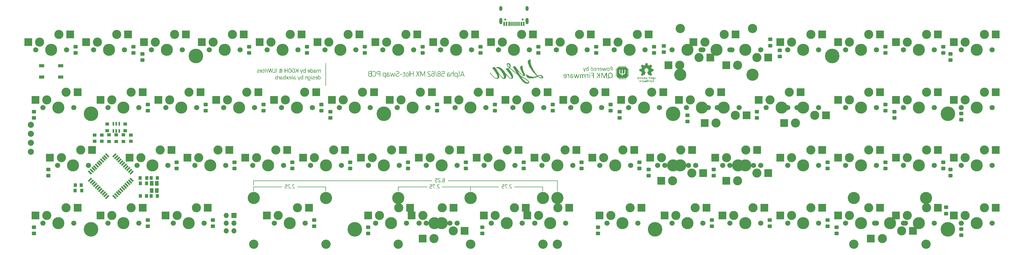
<source format=gbs>
G04 #@! TF.GenerationSoftware,KiCad,Pcbnew,(5.99.0-11177-g6c67dfa032)*
G04 #@! TF.CreationDate,2021-08-04T18:31:12+03:00*
G04 #@! TF.ProjectId,lyra_alpha,6c797261-5f61-46c7-9068-612e6b696361,rev?*
G04 #@! TF.SameCoordinates,Original*
G04 #@! TF.FileFunction,Soldermask,Bot*
G04 #@! TF.FilePolarity,Negative*
%FSLAX46Y46*%
G04 Gerber Fmt 4.6, Leading zero omitted, Abs format (unit mm)*
G04 Created by KiCad (PCBNEW (5.99.0-11177-g6c67dfa032)) date 2021-08-04 18:31:12*
%MOMM*%
%LPD*%
G01*
G04 APERTURE LIST*
G04 Aperture macros list*
%AMRoundRect*
0 Rectangle with rounded corners*
0 $1 Rounding radius*
0 $2 $3 $4 $5 $6 $7 $8 $9 X,Y pos of 4 corners*
0 Add a 4 corners polygon primitive as box body*
4,1,4,$2,$3,$4,$5,$6,$7,$8,$9,$2,$3,0*
0 Add four circle primitives for the rounded corners*
1,1,$1+$1,$2,$3*
1,1,$1+$1,$4,$5*
1,1,$1+$1,$6,$7*
1,1,$1+$1,$8,$9*
0 Add four rect primitives between the rounded corners*
20,1,$1+$1,$2,$3,$4,$5,0*
20,1,$1+$1,$4,$5,$6,$7,0*
20,1,$1+$1,$6,$7,$8,$9,0*
20,1,$1+$1,$8,$9,$2,$3,0*%
%AMRotRect*
0 Rectangle, with rotation*
0 The origin of the aperture is its center*
0 $1 length*
0 $2 width*
0 $3 Rotation angle, in degrees counterclockwise*
0 Add horizontal line*
21,1,$1,$2,0,0,$3*%
G04 Aperture macros list end*
%ADD10C,1.701800*%
%ADD11C,3.000000*%
%ADD12C,3.987800*%
%ADD13C,0.800000*%
%ADD14R,2.550000X2.500000*%
%ADD15C,4.000000*%
%ADD16C,3.050000*%
%ADD17C,0.600000*%
%ADD18C,4.800000*%
%ADD19R,1.700000X1.000000*%
%ADD20C,2.000000*%
%ADD21R,1.300000X1.000000*%
%ADD22C,0.650000*%
%ADD23R,0.600000X1.450000*%
%ADD24R,0.300000X1.450000*%
%ADD25O,1.000000X2.100000*%
%ADD26O,1.000000X1.600000*%
%ADD27R,0.600000X1.200000*%
%ADD28RoundRect,0.250000X0.450000X-0.325000X0.450000X0.325000X-0.450000X0.325000X-0.450000X-0.325000X0*%
%ADD29R,1.250000X1.000000*%
%ADD30R,1.000000X1.300000*%
%ADD31R,1.000000X1.250000*%
%ADD32R,1.300000X1.500000*%
%ADD33RotRect,1.500000X0.550000X225.000000*%
%ADD34RotRect,1.500000X0.550000X135.000000*%
%ADD35RoundRect,0.250000X-0.450000X0.325000X-0.450000X-0.325000X0.450000X-0.325000X0.450000X0.325000X0*%
%ADD36R,1.700000X1.700000*%
%ADD37O,1.700000X1.700000*%
G04 APERTURE END LIST*
G36*
X179167587Y-76231773D02*
G01*
X179154960Y-76283475D01*
X179137250Y-76325972D01*
X179113906Y-76361884D01*
X179084380Y-76393832D01*
X179080706Y-76397238D01*
X179015814Y-76443163D01*
X178940802Y-76470841D01*
X178876280Y-76479619D01*
X178799841Y-76474271D01*
X178717058Y-76452253D01*
X178625247Y-76413076D01*
X178616956Y-76409011D01*
X178582194Y-76392474D01*
X178556103Y-76380864D01*
X178543807Y-76376482D01*
X178541295Y-76378720D01*
X178535134Y-76395786D01*
X178529458Y-76424147D01*
X178522310Y-76471811D01*
X178376425Y-76471811D01*
X178376425Y-76206361D01*
X178534926Y-76206361D01*
X178590725Y-76238477D01*
X178612814Y-76250539D01*
X178660461Y-76273921D01*
X178704782Y-76292917D01*
X178727884Y-76300647D01*
X178778668Y-76313083D01*
X178826592Y-76320114D01*
X178866981Y-76320620D01*
X178918009Y-76309460D01*
X178957551Y-76282429D01*
X178988620Y-76238000D01*
X178993380Y-76228619D01*
X179000346Y-76212627D01*
X179005334Y-76195248D01*
X179008608Y-76173182D01*
X179010428Y-76143131D01*
X179011059Y-76101796D01*
X179010764Y-76045878D01*
X179009804Y-75972079D01*
X179009690Y-75964190D01*
X179008335Y-75887469D01*
X179006283Y-75828544D01*
X179002766Y-75784309D01*
X178997016Y-75751655D01*
X178988266Y-75727475D01*
X178975748Y-75708661D01*
X178958693Y-75692106D01*
X178936335Y-75674703D01*
X178910706Y-75659799D01*
X178854438Y-75644625D01*
X178784704Y-75642957D01*
X178703287Y-75654768D01*
X178611972Y-75680027D01*
X178540604Y-75703880D01*
X178537765Y-75955120D01*
X178534926Y-76206361D01*
X178376425Y-76206361D01*
X178376425Y-75063054D01*
X178535307Y-75063054D01*
X178535307Y-75294316D01*
X178535351Y-75323134D01*
X178535785Y-75388306D01*
X178536629Y-75444826D01*
X178537807Y-75489561D01*
X178539246Y-75519378D01*
X178540872Y-75531143D01*
X178541089Y-75531312D01*
X178554278Y-75530925D01*
X178581679Y-75525297D01*
X178617665Y-75515570D01*
X178636454Y-75510421D01*
X178685469Y-75500930D01*
X178743280Y-75495431D01*
X178816000Y-75493235D01*
X178829164Y-75493124D01*
X178881422Y-75493268D01*
X178918844Y-75495056D01*
X178946677Y-75499196D01*
X178970169Y-75506397D01*
X178994566Y-75517369D01*
X179045135Y-75548073D01*
X179103852Y-75604563D01*
X179148135Y-75676483D01*
X179149314Y-75679028D01*
X179158633Y-75700465D01*
X179165556Y-75721025D01*
X179170523Y-75744387D01*
X179173976Y-75774225D01*
X179176354Y-75814217D01*
X179178099Y-75868039D01*
X179179652Y-75939368D01*
X179180456Y-75995229D01*
X179179785Y-76090271D01*
X179179178Y-76101796D01*
X179175679Y-76168245D01*
X179167587Y-76231773D01*
G37*
G36*
X284745719Y-75755816D02*
G01*
X284753032Y-75757625D01*
X284786140Y-75770532D01*
X284819290Y-75788847D01*
X284820434Y-75789604D01*
X284848389Y-75807374D01*
X284863183Y-75813145D01*
X284868995Y-75806899D01*
X284870003Y-75788617D01*
X284870957Y-75775392D01*
X284877522Y-75766457D01*
X284894895Y-75762824D01*
X284928260Y-75762137D01*
X284986517Y-75762137D01*
X284986517Y-76376482D01*
X284870003Y-76376482D01*
X284869944Y-76188471D01*
X284869577Y-76124322D01*
X284867777Y-76055991D01*
X284864021Y-76003807D01*
X284857812Y-75964916D01*
X284848651Y-75936467D01*
X284836041Y-75915606D01*
X284819482Y-75899481D01*
X284800141Y-75887088D01*
X284774574Y-75880769D01*
X284737758Y-75881930D01*
X284719801Y-75883723D01*
X284687845Y-75887512D01*
X284667729Y-75890710D01*
X284658763Y-75889152D01*
X284637232Y-75874363D01*
X284611084Y-75847280D01*
X284571352Y-75800022D01*
X284594028Y-75781660D01*
X284617286Y-75768996D01*
X284658084Y-75757740D01*
X284703834Y-75752846D01*
X284745719Y-75755816D01*
G37*
G36*
X284715490Y-77058406D02*
G01*
X284715477Y-77069425D01*
X284714308Y-77120653D01*
X284710578Y-77158306D01*
X284703329Y-77188801D01*
X284691605Y-77218559D01*
X284666396Y-77265260D01*
X284622699Y-77316685D01*
X284568126Y-77352064D01*
X284552471Y-77358299D01*
X284496006Y-77370331D01*
X284431941Y-77372360D01*
X284368502Y-77364550D01*
X284313915Y-77347062D01*
X284304705Y-77342571D01*
X284268567Y-77321327D01*
X284241897Y-77299881D01*
X284227943Y-77281272D01*
X284229957Y-77268539D01*
X284233064Y-77265982D01*
X284250244Y-77251100D01*
X284273499Y-77230401D01*
X284307228Y-77200039D01*
X284335787Y-77222503D01*
X284377888Y-77247106D01*
X284428107Y-77259448D01*
X284477806Y-77257030D01*
X284523146Y-77241254D01*
X284560286Y-77213527D01*
X284585387Y-77175253D01*
X284594607Y-77127836D01*
X284594598Y-77126866D01*
X284593258Y-77119929D01*
X284587661Y-77114863D01*
X284574986Y-77111375D01*
X284552411Y-77109171D01*
X284517116Y-77107959D01*
X284466279Y-77107447D01*
X284397079Y-77107341D01*
X284199550Y-77107341D01*
X284206050Y-77015247D01*
X284210581Y-76985191D01*
X284329803Y-76985191D01*
X284329821Y-76985883D01*
X284333306Y-76992531D01*
X284345060Y-76997013D01*
X284368310Y-76999725D01*
X284406282Y-77001062D01*
X284462205Y-77001419D01*
X284509623Y-77001303D01*
X284549408Y-77000540D01*
X284574353Y-76998564D01*
X284587903Y-76994811D01*
X284593505Y-76988714D01*
X284594607Y-76979709D01*
X284592536Y-76961337D01*
X284575042Y-76921494D01*
X284544017Y-76886874D01*
X284504669Y-76862454D01*
X284462205Y-76853208D01*
X284443658Y-76855088D01*
X284401587Y-76872225D01*
X284365147Y-76903051D01*
X284339499Y-76942421D01*
X284329803Y-76985191D01*
X284210581Y-76985191D01*
X284218035Y-76935754D01*
X284244357Y-76865027D01*
X284284634Y-76810165D01*
X284338950Y-76771057D01*
X284407387Y-76747593D01*
X284457692Y-76741308D01*
X284527287Y-76748341D01*
X284588614Y-76774617D01*
X284640444Y-76819530D01*
X284681545Y-76882475D01*
X284696318Y-76913896D01*
X284706633Y-76942108D01*
X284712391Y-76971054D01*
X284712987Y-76979709D01*
X284714905Y-77007549D01*
X284715490Y-77058406D01*
G37*
G36*
X168218543Y-111761542D02*
G01*
X168144069Y-111790761D01*
X168069594Y-111819981D01*
X167968455Y-111768766D01*
X167937934Y-111753577D01*
X167896187Y-111734681D01*
X167862272Y-111723133D01*
X167829545Y-111716871D01*
X167791366Y-111713836D01*
X167755716Y-111712725D01*
X167724694Y-111714699D01*
X167701365Y-111721685D01*
X167678343Y-111735068D01*
X167659868Y-111748428D01*
X167638382Y-111768997D01*
X167623177Y-111793501D01*
X167613317Y-111825378D01*
X167607871Y-111868064D01*
X167605902Y-111924998D01*
X167606479Y-111999618D01*
X167609494Y-112165498D01*
X167642400Y-112206118D01*
X167668744Y-112234482D01*
X167721757Y-112271413D01*
X167785608Y-112292704D01*
X167863154Y-112299566D01*
X167907356Y-112297829D01*
X167970439Y-112286544D01*
X168030232Y-112262621D01*
X168094277Y-112223580D01*
X168106721Y-112215436D01*
X168128589Y-112203691D01*
X168139728Y-112201559D01*
X168147820Y-112211483D01*
X168164968Y-112233770D01*
X168187160Y-112263248D01*
X168193050Y-112271164D01*
X168212486Y-112298642D01*
X168220885Y-112315707D01*
X168219872Y-112327526D01*
X168211072Y-112339269D01*
X168209575Y-112340847D01*
X168184448Y-112359777D01*
X168145373Y-112382057D01*
X168098087Y-112405061D01*
X168048327Y-112426164D01*
X168001830Y-112442742D01*
X167964332Y-112452168D01*
X167915394Y-112459084D01*
X167870291Y-112462086D01*
X167826465Y-112459962D01*
X167773673Y-112452743D01*
X167754242Y-112449241D01*
X167663271Y-112421544D01*
X167584103Y-112377781D01*
X167518508Y-112319146D01*
X167468256Y-112246832D01*
X167462894Y-112236665D01*
X167454540Y-112219104D01*
X167448517Y-112201356D01*
X167444443Y-112179921D01*
X167441936Y-112151300D01*
X167440618Y-112111993D01*
X167440106Y-112058501D01*
X167440020Y-111987324D01*
X167440162Y-111919453D01*
X167440831Y-111863741D01*
X167442343Y-111822417D01*
X167445016Y-111791965D01*
X167449168Y-111768864D01*
X167455117Y-111749595D01*
X167463178Y-111730641D01*
X167487606Y-111684740D01*
X167536847Y-111621993D01*
X167596528Y-111577583D01*
X167667150Y-111551181D01*
X167749218Y-111542454D01*
X167818815Y-111547831D01*
X167914052Y-111571734D01*
X168003648Y-111613178D01*
X168049069Y-111639796D01*
X168049069Y-111245873D01*
X167477092Y-111245873D01*
X167477092Y-111097583D01*
X168218543Y-111097583D01*
X168218543Y-111761542D01*
G37*
G36*
X170250576Y-72856296D02*
G01*
X170357858Y-72868530D01*
X170455314Y-72896173D01*
X170541357Y-72938092D01*
X170614398Y-72993157D01*
X170672850Y-73060234D01*
X170715125Y-73138193D01*
X170739636Y-73225901D01*
X170741456Y-73240120D01*
X170744558Y-73282494D01*
X170746926Y-73339998D01*
X170748562Y-73408600D01*
X170749467Y-73484267D01*
X170749639Y-73562967D01*
X170749082Y-73640668D01*
X170747793Y-73713338D01*
X170745775Y-73776946D01*
X170743028Y-73827458D01*
X170739552Y-73860844D01*
X170728063Y-73912078D01*
X170692925Y-73997569D01*
X170640372Y-74072312D01*
X170571575Y-74135102D01*
X170487706Y-74184735D01*
X170389936Y-74220008D01*
X170366969Y-74225431D01*
X170277587Y-74235954D01*
X170182987Y-74232788D01*
X170088103Y-74216994D01*
X169997867Y-74189628D01*
X169917214Y-74151749D01*
X169851077Y-74104415D01*
X169807368Y-74064926D01*
X169807368Y-73506007D01*
X170199277Y-73506007D01*
X170199277Y-73675481D01*
X169987434Y-73675481D01*
X169987434Y-74002280D01*
X170043043Y-74029173D01*
X170104128Y-74052357D01*
X170183128Y-74068199D01*
X170263703Y-74071338D01*
X170339803Y-74061613D01*
X170405375Y-74038860D01*
X170450362Y-74008895D01*
X170496090Y-73964017D01*
X170531211Y-73913805D01*
X170536608Y-73903258D01*
X170542147Y-73889491D01*
X170546454Y-73872778D01*
X170549725Y-73850515D01*
X170552156Y-73820095D01*
X170553940Y-73778913D01*
X170555274Y-73724363D01*
X170556353Y-73653841D01*
X170557373Y-73564740D01*
X170558006Y-73499038D01*
X170558350Y-73413687D01*
X170557546Y-73345204D01*
X170555162Y-73290976D01*
X170550763Y-73248388D01*
X170543915Y-73214826D01*
X170534186Y-73187677D01*
X170521141Y-73164327D01*
X170504348Y-73142161D01*
X170483373Y-73118566D01*
X170469262Y-73104021D01*
X170422278Y-73066659D01*
X170369018Y-73041986D01*
X170305004Y-73028360D01*
X170225758Y-73024140D01*
X170169847Y-73025768D01*
X170094167Y-73035732D01*
X170030217Y-73055803D01*
X169973200Y-73087178D01*
X169936904Y-73111808D01*
X169892394Y-73041991D01*
X169878769Y-73020588D01*
X169862577Y-72992037D01*
X169858470Y-72972258D01*
X169868075Y-72956519D01*
X169893018Y-72940087D01*
X169934926Y-72918231D01*
X169971194Y-72901026D01*
X170045944Y-72875102D01*
X170126813Y-72860506D01*
X170220462Y-72855781D01*
X170250576Y-72856296D01*
G37*
G36*
X280706814Y-73617071D02*
G01*
X280720142Y-73631165D01*
X280726480Y-73651824D01*
X280728400Y-73680302D01*
X280728468Y-73717850D01*
X280728506Y-73738726D01*
X280727788Y-73771367D01*
X280723874Y-73795593D01*
X280714195Y-73812657D01*
X280696180Y-73823810D01*
X280667262Y-73830306D01*
X280624870Y-73833395D01*
X280566435Y-73834330D01*
X280489388Y-73834364D01*
X280283598Y-73834364D01*
X280283598Y-74109760D01*
X280495068Y-74109760D01*
X280540761Y-74109714D01*
X280605942Y-74109948D01*
X280654015Y-74111704D01*
X280687574Y-74116287D01*
X280709214Y-74125006D01*
X280721530Y-74139169D01*
X280727114Y-74160082D01*
X280728562Y-74189054D01*
X280728468Y-74227391D01*
X280728479Y-74244964D01*
X280727695Y-74277973D01*
X280723699Y-74302576D01*
X280713923Y-74320007D01*
X280695801Y-74331500D01*
X280666766Y-74338290D01*
X280624249Y-74341612D01*
X280565684Y-74342699D01*
X280488503Y-74342787D01*
X280283598Y-74342787D01*
X280283598Y-74607591D01*
X280482492Y-74607591D01*
X280526064Y-74607592D01*
X280594215Y-74608081D01*
X280645050Y-74610270D01*
X280681107Y-74615413D01*
X280704920Y-74624766D01*
X280719027Y-74639585D01*
X280725963Y-74661127D01*
X280728265Y-74690647D01*
X280728468Y-74729401D01*
X280728468Y-74750978D01*
X280727478Y-74784727D01*
X280723059Y-74809901D01*
X280712674Y-74827757D01*
X280693787Y-74839550D01*
X280663862Y-74846535D01*
X280620361Y-74849970D01*
X280560750Y-74851110D01*
X280482492Y-74851211D01*
X280283598Y-74851211D01*
X280283598Y-75116015D01*
X280486663Y-75116015D01*
X280524124Y-75116013D01*
X280592908Y-75116412D01*
X280644221Y-75118350D01*
X280680622Y-75123028D01*
X280704668Y-75131648D01*
X280718918Y-75145411D01*
X280725929Y-75165519D01*
X280728260Y-75193171D01*
X280728468Y-75229571D01*
X280728565Y-75253345D01*
X280728106Y-75286617D01*
X280724627Y-75311145D01*
X280715534Y-75328257D01*
X280698232Y-75339280D01*
X280670129Y-75345543D01*
X280628630Y-75348372D01*
X280571141Y-75349096D01*
X280495068Y-75349042D01*
X280283598Y-75349042D01*
X280283598Y-75410650D01*
X280276429Y-75507199D01*
X280250748Y-75610597D01*
X280206924Y-75704364D01*
X280145490Y-75787049D01*
X280133498Y-75799824D01*
X280057953Y-75865530D01*
X279974412Y-75913337D01*
X279880358Y-75944414D01*
X279773276Y-75959928D01*
X279681074Y-75966473D01*
X279677811Y-76172350D01*
X279676565Y-76242304D01*
X279675112Y-76295845D01*
X279673162Y-76334073D01*
X279670395Y-76359958D01*
X279666491Y-76376468D01*
X279661128Y-76386573D01*
X279653988Y-76393243D01*
X279643439Y-76398556D01*
X279607059Y-76405811D01*
X279551315Y-76408258D01*
X279533319Y-76408247D01*
X279500868Y-76407242D01*
X279476594Y-76402815D01*
X279459313Y-76392427D01*
X279447835Y-76373542D01*
X279440975Y-76343623D01*
X279437545Y-76300131D01*
X279436357Y-76240530D01*
X279436225Y-76162282D01*
X279436225Y-75963388D01*
X279171421Y-75963388D01*
X279171421Y-76164639D01*
X279171416Y-76196435D01*
X279170958Y-76266906D01*
X279168861Y-76319707D01*
X279163870Y-76357390D01*
X279154732Y-76382502D01*
X279140194Y-76397596D01*
X279119001Y-76405219D01*
X279089899Y-76407924D01*
X279051636Y-76408258D01*
X279032485Y-76408286D01*
X278998825Y-76407604D01*
X278973760Y-76403790D01*
X278955969Y-76394268D01*
X278944127Y-76376459D01*
X278936914Y-76347785D01*
X278933007Y-76305671D01*
X278931083Y-76247538D01*
X278929820Y-76170808D01*
X278926542Y-75963388D01*
X278662997Y-75963388D01*
X278662997Y-76166453D01*
X278663003Y-76206690D01*
X278662596Y-76274817D01*
X278660595Y-76325563D01*
X278655759Y-76361486D01*
X278646847Y-76385143D01*
X278632616Y-76399092D01*
X278611825Y-76405889D01*
X278583233Y-76408092D01*
X278545598Y-76408258D01*
X278525148Y-76408293D01*
X278492692Y-76407572D01*
X278468595Y-76403657D01*
X278451615Y-76393977D01*
X278440508Y-76375963D01*
X278434034Y-76347046D01*
X278430947Y-76304656D01*
X278430007Y-76246223D01*
X278429970Y-76169178D01*
X278429970Y-75963388D01*
X278154574Y-75963388D01*
X278154574Y-76169178D01*
X278154588Y-76210281D01*
X278154241Y-76277671D01*
X278152376Y-76327737D01*
X278147768Y-76363049D01*
X278139195Y-76386178D01*
X278125434Y-76399693D01*
X278105260Y-76406165D01*
X278077452Y-76408163D01*
X278040785Y-76408258D01*
X278021317Y-76408277D01*
X277987519Y-76407504D01*
X277962364Y-76403515D01*
X277944578Y-76393741D01*
X277932886Y-76375618D01*
X277926012Y-76346578D01*
X277922681Y-76304055D01*
X277921617Y-76245482D01*
X277921546Y-76168293D01*
X277921546Y-75963388D01*
X277658001Y-75963388D01*
X277654723Y-76170808D01*
X277654129Y-76209325D01*
X277652720Y-76277000D01*
X277650029Y-76327289D01*
X277644734Y-76362769D01*
X277635511Y-76386019D01*
X277621040Y-76399615D01*
X277599997Y-76406135D01*
X277571060Y-76408157D01*
X277532908Y-76408258D01*
X277517274Y-76408248D01*
X277482624Y-76407317D01*
X277456662Y-76403051D01*
X277438134Y-76392901D01*
X277425786Y-76374317D01*
X277418365Y-76344749D01*
X277414617Y-76301646D01*
X277413287Y-76242460D01*
X277413122Y-76164639D01*
X277413122Y-75963388D01*
X277362810Y-75963308D01*
X277253353Y-75954219D01*
X277150497Y-75927133D01*
X277058644Y-75883266D01*
X276979122Y-75823841D01*
X276913255Y-75750077D01*
X276862368Y-75663196D01*
X276827788Y-75564418D01*
X276810839Y-75454964D01*
X276804073Y-75354339D01*
X276598328Y-75351455D01*
X276555374Y-75350687D01*
X276484686Y-75348474D01*
X276430645Y-75345376D01*
X276394760Y-75341490D01*
X276378541Y-75336918D01*
X276374090Y-75330492D01*
X276367483Y-75304946D01*
X276364096Y-75267956D01*
X276363850Y-75225878D01*
X276366663Y-75185067D01*
X276372455Y-75151876D01*
X276381143Y-75132660D01*
X276382863Y-75131093D01*
X276392945Y-75125593D01*
X276409891Y-75121573D01*
X276436564Y-75118820D01*
X276475827Y-75117119D01*
X276530544Y-75116255D01*
X276603579Y-75116015D01*
X276809369Y-75116015D01*
X276809369Y-74851211D01*
X276566903Y-74851211D01*
X276498752Y-74850721D01*
X276447917Y-74848532D01*
X276411860Y-74843390D01*
X276388047Y-74834036D01*
X276373940Y-74819217D01*
X276367004Y-74797675D01*
X276364702Y-74768155D01*
X276364498Y-74729401D01*
X276364499Y-74707824D01*
X276365488Y-74674075D01*
X276369907Y-74648901D01*
X276380292Y-74631045D01*
X276399180Y-74619253D01*
X276429105Y-74612267D01*
X276472606Y-74608832D01*
X276532217Y-74607692D01*
X276610475Y-74607591D01*
X276809369Y-74607591D01*
X276809369Y-74342787D01*
X276603579Y-74342787D01*
X276584190Y-74342775D01*
X276515822Y-74342404D01*
X276465082Y-74341359D01*
X276429108Y-74339424D01*
X276405035Y-74336386D01*
X276390002Y-74332030D01*
X276381143Y-74326142D01*
X276376518Y-74318848D01*
X276369243Y-74291973D01*
X276364904Y-74254244D01*
X276363584Y-74212016D01*
X276365363Y-74171644D01*
X276370321Y-74139482D01*
X276378541Y-74121884D01*
X276384450Y-74119421D01*
X276411112Y-74115194D01*
X276456652Y-74111706D01*
X276519560Y-74109057D01*
X276598328Y-74107347D01*
X276804073Y-74104464D01*
X276807038Y-73969414D01*
X276810002Y-73834364D01*
X276599961Y-73834364D01*
X276525999Y-73833979D01*
X276462809Y-73832604D01*
X276417943Y-73830148D01*
X276389907Y-73826526D01*
X276377209Y-73821653D01*
X276370389Y-73803710D01*
X276366029Y-73767556D01*
X276364498Y-73716104D01*
X276364566Y-73696571D01*
X276365673Y-73657764D01*
X276368845Y-73633829D01*
X276374982Y-73620197D01*
X276384986Y-73612301D01*
X276396329Y-73609415D01*
X276427937Y-73606095D01*
X276475648Y-73603547D01*
X276536551Y-73601913D01*
X276607738Y-73601336D01*
X276810002Y-73601336D01*
X276807038Y-73466286D01*
X276804073Y-73331236D01*
X276598328Y-73328353D01*
X276555374Y-73327584D01*
X276484686Y-73325372D01*
X276430645Y-73322273D01*
X276394760Y-73318388D01*
X276378541Y-73313816D01*
X276374090Y-73307390D01*
X276367483Y-73281843D01*
X276364096Y-73244854D01*
X276363886Y-73208899D01*
X277549494Y-73208899D01*
X277553407Y-73704346D01*
X277553761Y-73748778D01*
X277554688Y-73857315D01*
X277555625Y-73947520D01*
X277556672Y-74021481D01*
X277557931Y-74081288D01*
X277559503Y-74129033D01*
X277561488Y-74166806D01*
X277563987Y-74196695D01*
X277567102Y-74220793D01*
X277570933Y-74241189D01*
X277575580Y-74259972D01*
X277581145Y-74279234D01*
X277598852Y-74332408D01*
X277652688Y-74450395D01*
X277721956Y-74554166D01*
X277806018Y-74643204D01*
X277904234Y-74716993D01*
X278015965Y-74775016D01*
X278140571Y-74816757D01*
X278277413Y-74841699D01*
X278306280Y-74845092D01*
X278348344Y-74850355D01*
X278379849Y-74854702D01*
X278395545Y-74857434D01*
X278397514Y-74858702D01*
X278401935Y-74869724D01*
X278405136Y-74893493D01*
X278407254Y-74932116D01*
X278408425Y-74987699D01*
X278408785Y-75062349D01*
X278408785Y-75064378D01*
X278408922Y-75134099D01*
X278409513Y-75185665D01*
X278410845Y-75222028D01*
X278413201Y-75246143D01*
X278416868Y-75260961D01*
X278422130Y-75269438D01*
X278429273Y-75274525D01*
X278437313Y-75277314D01*
X278466349Y-75281604D01*
X278507069Y-75283996D01*
X278553152Y-75284489D01*
X278598274Y-75283083D01*
X278636114Y-75279776D01*
X278660349Y-75274567D01*
X278665045Y-75272573D01*
X278672058Y-75267890D01*
X278677107Y-75259479D01*
X278680514Y-75244432D01*
X278682603Y-75219839D01*
X278683695Y-75182789D01*
X278684114Y-75130375D01*
X278684182Y-75059685D01*
X278684182Y-74854383D01*
X278776863Y-74847582D01*
X278777436Y-74847540D01*
X278898620Y-74831361D01*
X279015713Y-74801854D01*
X279124772Y-74760511D01*
X279221852Y-74708827D01*
X279303009Y-74648295D01*
X279341289Y-74610798D01*
X279411832Y-74520485D01*
X279467679Y-74416691D01*
X279507817Y-74301514D01*
X279531230Y-74177050D01*
X279531778Y-74171724D01*
X279534021Y-74137533D01*
X279535993Y-74087693D01*
X279537689Y-74024836D01*
X279539100Y-73951592D01*
X279540219Y-73870592D01*
X279541040Y-73784465D01*
X279541555Y-73695844D01*
X279541758Y-73607359D01*
X279541641Y-73521640D01*
X279541197Y-73441318D01*
X279540418Y-73369023D01*
X279539299Y-73307387D01*
X279537832Y-73259041D01*
X279536009Y-73226613D01*
X279533825Y-73212737D01*
X279533098Y-73211662D01*
X279511311Y-73196237D01*
X279474699Y-73185092D01*
X279428938Y-73178700D01*
X279379698Y-73177531D01*
X279332653Y-73182058D01*
X279293475Y-73192753D01*
X279257328Y-73207857D01*
X279253801Y-73698529D01*
X279253436Y-73748916D01*
X279252600Y-73855649D01*
X279251742Y-73944131D01*
X279250761Y-74016430D01*
X279249556Y-74074617D01*
X279248025Y-74120760D01*
X279246068Y-74156929D01*
X279243582Y-74185193D01*
X279240469Y-74207622D01*
X279236625Y-74226286D01*
X279231950Y-74243253D01*
X279226343Y-74260594D01*
X279186209Y-74351925D01*
X279129149Y-74433481D01*
X279057593Y-74500261D01*
X278972574Y-74551495D01*
X278875123Y-74586412D01*
X278766271Y-74604241D01*
X278684182Y-74610731D01*
X278684182Y-73208345D01*
X278644547Y-73191785D01*
X278618376Y-73184710D01*
X278577092Y-73180144D01*
X278530594Y-73179421D01*
X278485428Y-73182344D01*
X278448136Y-73188717D01*
X278425263Y-73198345D01*
X278424090Y-73199507D01*
X278420946Y-73205316D01*
X278418258Y-73215840D01*
X278415990Y-73232576D01*
X278414108Y-73257023D01*
X278412577Y-73290676D01*
X278411363Y-73335034D01*
X278410431Y-73391593D01*
X278409746Y-73461850D01*
X278409274Y-73547302D01*
X278408979Y-73649448D01*
X278408828Y-73769783D01*
X278408785Y-73909806D01*
X278408785Y-74607591D01*
X278353177Y-74607435D01*
X278268874Y-74599925D01*
X278175878Y-74575088D01*
X278088799Y-74534864D01*
X278011136Y-74481291D01*
X277946386Y-74416407D01*
X277898049Y-74342252D01*
X277885158Y-74315994D01*
X277872652Y-74288433D01*
X277862309Y-74261410D01*
X277853900Y-74232754D01*
X277847196Y-74200291D01*
X277841969Y-74161851D01*
X277837990Y-74115260D01*
X277835032Y-74058346D01*
X277832865Y-73988937D01*
X277831262Y-73904861D01*
X277829993Y-73803945D01*
X277828831Y-73684018D01*
X277828141Y-73611685D01*
X277826997Y-73508914D01*
X277825773Y-73424473D01*
X277824398Y-73356589D01*
X277822798Y-73303487D01*
X277820902Y-73263395D01*
X277818636Y-73234538D01*
X277815927Y-73215142D01*
X277812703Y-73203435D01*
X277808891Y-73197641D01*
X277790088Y-73189266D01*
X277754516Y-73182707D01*
X277710186Y-73179541D01*
X277663614Y-73179934D01*
X277621311Y-73184053D01*
X277589792Y-73192062D01*
X277549494Y-73208899D01*
X276363886Y-73208899D01*
X276363850Y-73202776D01*
X276366663Y-73161964D01*
X276372455Y-73128773D01*
X276381143Y-73109557D01*
X276382863Y-73107990D01*
X276392945Y-73102490D01*
X276409891Y-73098471D01*
X276436564Y-73095718D01*
X276475827Y-73094016D01*
X276530544Y-73093153D01*
X276603579Y-73092912D01*
X276809369Y-73092912D01*
X276809369Y-73015890D01*
X276809887Y-72991394D01*
X276824093Y-72887703D01*
X276856459Y-72792267D01*
X276905268Y-72706804D01*
X276968805Y-72633030D01*
X277045354Y-72572662D01*
X277133197Y-72527416D01*
X277230620Y-72499010D01*
X277335907Y-72489159D01*
X277413122Y-72489159D01*
X277413122Y-72283369D01*
X277413135Y-72263980D01*
X277413505Y-72195612D01*
X277414551Y-72144872D01*
X277416485Y-72108898D01*
X277419524Y-72084825D01*
X277423879Y-72069792D01*
X277429767Y-72060933D01*
X277434552Y-72057025D01*
X277453791Y-72049520D01*
X277485944Y-72045489D01*
X277535088Y-72044288D01*
X277556583Y-72044290D01*
X277590301Y-72045279D01*
X277615455Y-72049698D01*
X277633297Y-72060083D01*
X277645082Y-72078971D01*
X277652065Y-72108896D01*
X277655499Y-72152396D01*
X277656640Y-72212007D01*
X277656742Y-72290265D01*
X277656742Y-72489159D01*
X277921546Y-72489159D01*
X277921546Y-72287212D01*
X277921867Y-72233632D01*
X277923243Y-72169859D01*
X277925572Y-72118515D01*
X277928709Y-72082515D01*
X277932511Y-72064776D01*
X277935296Y-72060220D01*
X277944907Y-72051915D01*
X277962055Y-72047085D01*
X277991283Y-72044839D01*
X278037135Y-72044288D01*
X278040055Y-72044291D01*
X278092797Y-72045860D01*
X278126351Y-72050463D01*
X278142449Y-72058331D01*
X278144913Y-72064240D01*
X278149139Y-72090902D01*
X278152627Y-72136442D01*
X278155276Y-72199350D01*
X278156986Y-72278118D01*
X278159870Y-72483863D01*
X278294920Y-72486828D01*
X278429970Y-72489792D01*
X278429970Y-72279751D01*
X278430354Y-72205789D01*
X278431729Y-72142599D01*
X278434185Y-72097733D01*
X278437807Y-72069697D01*
X278442680Y-72056999D01*
X278460623Y-72050179D01*
X278496777Y-72045819D01*
X278548229Y-72044288D01*
X278567762Y-72044356D01*
X278606569Y-72045463D01*
X278630505Y-72048635D01*
X278644137Y-72054772D01*
X278652032Y-72064776D01*
X278654909Y-72076059D01*
X278658232Y-72107615D01*
X278660783Y-72155270D01*
X278662420Y-72216108D01*
X278662997Y-72287212D01*
X278662997Y-72489159D01*
X278927801Y-72489159D01*
X278927801Y-72290265D01*
X278927802Y-72246804D01*
X278928291Y-72178627D01*
X278930477Y-72127769D01*
X278935613Y-72091693D01*
X278944954Y-72067864D01*
X278959755Y-72053746D01*
X278981269Y-72046801D01*
X279010751Y-72044494D01*
X279049455Y-72044288D01*
X279070439Y-72044453D01*
X279112630Y-72046656D01*
X279139382Y-72051934D01*
X279154776Y-72060933D01*
X279156343Y-72062653D01*
X279161843Y-72072735D01*
X279165862Y-72089681D01*
X279168616Y-72116354D01*
X279170317Y-72155617D01*
X279171181Y-72210334D01*
X279171421Y-72283369D01*
X279171421Y-72489159D01*
X279436225Y-72489159D01*
X279436225Y-72283369D01*
X279436195Y-72234242D01*
X279436585Y-72168377D01*
X279438678Y-72119658D01*
X279443806Y-72085570D01*
X279453300Y-72063596D01*
X279468490Y-72051222D01*
X279490708Y-72045931D01*
X279521286Y-72045209D01*
X279561553Y-72046541D01*
X279582079Y-72047226D01*
X279614873Y-72049291D01*
X279639339Y-72054488D01*
X279656700Y-72065396D01*
X279668177Y-72084594D01*
X279674993Y-72114659D01*
X279678369Y-72158172D01*
X279679526Y-72217710D01*
X279679688Y-72295852D01*
X279679845Y-72489159D01*
X279756638Y-72489418D01*
X279788672Y-72490070D01*
X279859912Y-72497278D01*
X279925340Y-72514315D01*
X279995219Y-72543507D01*
X280073757Y-72591546D01*
X280144547Y-72657395D01*
X280202598Y-72736665D01*
X280246222Y-72826526D01*
X280273732Y-72924151D01*
X280283441Y-73026711D01*
X280283598Y-73092912D01*
X280486663Y-73092912D01*
X280524124Y-73092910D01*
X280592908Y-73093309D01*
X280644221Y-73095247D01*
X280680622Y-73099926D01*
X280704668Y-73108546D01*
X280718918Y-73122309D01*
X280725929Y-73142416D01*
X280728260Y-73170069D01*
X280728468Y-73206468D01*
X280728565Y-73230243D01*
X280728106Y-73263515D01*
X280724627Y-73288043D01*
X280715534Y-73305154D01*
X280698232Y-73316178D01*
X280670129Y-73322440D01*
X280628630Y-73325270D01*
X280571141Y-73325994D01*
X280495068Y-73325940D01*
X280283598Y-73325940D01*
X280283598Y-73601336D01*
X280489388Y-73601336D01*
X280532225Y-73601318D01*
X280599202Y-73601668D01*
X280648913Y-73603575D01*
X280677001Y-73607359D01*
X280683927Y-73608292D01*
X280706814Y-73617071D01*
G37*
G36*
X168033181Y-75497425D02*
G01*
X168132239Y-75661557D01*
X168162172Y-75710608D01*
X168190964Y-75756648D01*
X168214516Y-75793090D01*
X168230969Y-75817061D01*
X168238464Y-75825690D01*
X168244563Y-75818887D01*
X168259920Y-75796494D01*
X168282466Y-75761301D01*
X168310338Y-75716218D01*
X168341677Y-75664159D01*
X168437724Y-75502629D01*
X168534681Y-75499583D01*
X168557470Y-75499057D01*
X168595555Y-75499175D01*
X168621837Y-75500641D01*
X168631638Y-75503277D01*
X168627440Y-75511296D01*
X168613048Y-75535006D01*
X168589901Y-75571879D01*
X168559539Y-75619482D01*
X168523508Y-75675382D01*
X168483347Y-75737146D01*
X168448263Y-75791037D01*
X168411616Y-75847686D01*
X168380432Y-75896285D01*
X168356251Y-75934418D01*
X168340612Y-75959670D01*
X168335057Y-75969627D01*
X168335184Y-75970031D01*
X168342387Y-75982329D01*
X168359589Y-76009657D01*
X168385310Y-76049721D01*
X168418069Y-76100228D01*
X168456388Y-76158884D01*
X168498786Y-76223395D01*
X168662515Y-76471811D01*
X168467411Y-76471811D01*
X168357482Y-76291745D01*
X168351341Y-76281703D01*
X168317990Y-76227765D01*
X168288511Y-76181067D01*
X168264668Y-76144336D01*
X168248226Y-76120297D01*
X168240950Y-76111678D01*
X168240598Y-76111821D01*
X168232143Y-76122572D01*
X168214886Y-76148442D01*
X168190591Y-76186664D01*
X168161018Y-76234471D01*
X168127931Y-76289097D01*
X168021516Y-76466515D01*
X167918835Y-76469546D01*
X167816153Y-76472577D01*
X167969023Y-76239705D01*
X168006606Y-76182334D01*
X168045197Y-76123156D01*
X168078853Y-76071265D01*
X168105894Y-76029262D01*
X168124639Y-75999746D01*
X168133407Y-75985318D01*
X168134689Y-75982379D01*
X168135533Y-75972561D01*
X168131616Y-75958255D01*
X168121731Y-75937303D01*
X168104667Y-75907542D01*
X168079219Y-75866813D01*
X168044176Y-75812956D01*
X167998330Y-75743808D01*
X167966880Y-75696577D01*
X167928906Y-75639456D01*
X167895925Y-75589741D01*
X167869630Y-75549987D01*
X167851710Y-75522746D01*
X167843857Y-75510573D01*
X167844572Y-75504358D01*
X167858001Y-75500197D01*
X167887087Y-75498003D01*
X167934578Y-75497379D01*
X168033181Y-75497425D01*
G37*
G36*
X224187518Y-76016349D02*
G01*
X224187518Y-75719768D01*
X224187513Y-75708026D01*
X224187261Y-75632158D01*
X224186661Y-75564075D01*
X224185762Y-75506457D01*
X224184618Y-75461983D01*
X224183280Y-75433333D01*
X224181800Y-75423188D01*
X224179393Y-75423736D01*
X224162520Y-75430724D01*
X224136783Y-75443179D01*
X224132273Y-75445433D01*
X224061707Y-75473352D01*
X223978675Y-75495367D01*
X223889404Y-75510657D01*
X223800121Y-75518400D01*
X223717053Y-75517773D01*
X223646425Y-75507952D01*
X223638158Y-75505939D01*
X223548762Y-75474341D01*
X223474863Y-75428308D01*
X223416329Y-75367707D01*
X223373030Y-75292408D01*
X223344837Y-75202277D01*
X223343157Y-75193312D01*
X223337932Y-75149102D01*
X223333925Y-75089003D01*
X223331134Y-75017125D01*
X223329554Y-74937581D01*
X223329269Y-74873712D01*
X223499086Y-74873712D01*
X223499294Y-74962511D01*
X223500294Y-75040475D01*
X223502521Y-75102355D01*
X223506403Y-75150800D01*
X223512371Y-75188456D01*
X223520852Y-75217970D01*
X223532278Y-75241991D01*
X223547077Y-75263164D01*
X223565679Y-75284137D01*
X223573021Y-75291363D01*
X223608341Y-75319113D01*
X223645545Y-75340668D01*
X223679556Y-75351495D01*
X223727394Y-75360474D01*
X223779660Y-75366190D01*
X223828099Y-75367751D01*
X223864457Y-75364269D01*
X223876743Y-75361579D01*
X223907375Y-75355158D01*
X223943898Y-75347711D01*
X223954320Y-75345383D01*
X223995996Y-75333708D01*
X224045705Y-75317335D01*
X224094836Y-75299039D01*
X224187518Y-75262082D01*
X224187499Y-74911004D01*
X224187480Y-74559927D01*
X224142482Y-74531904D01*
X224106280Y-74510433D01*
X224026916Y-74468984D01*
X223945387Y-74432739D01*
X223870855Y-74405948D01*
X223856334Y-74401776D01*
X223774572Y-74387569D01*
X223699772Y-74390231D01*
X223633915Y-74408951D01*
X223578979Y-74442922D01*
X223536943Y-74491336D01*
X223509789Y-74553384D01*
X223507254Y-74570480D01*
X223504613Y-74607197D01*
X223502369Y-74659092D01*
X223500628Y-74722951D01*
X223499498Y-74795561D01*
X223499086Y-74873712D01*
X223329269Y-74873712D01*
X223329183Y-74854479D01*
X223330017Y-74771930D01*
X223332054Y-74694045D01*
X223335290Y-74624935D01*
X223339722Y-74568709D01*
X223345348Y-74529479D01*
X223346505Y-74524161D01*
X223375671Y-74436778D01*
X223420381Y-74363325D01*
X223479519Y-74304675D01*
X223551972Y-74261701D01*
X223636625Y-74235276D01*
X223732362Y-74226273D01*
X223750520Y-74226465D01*
X223805578Y-74230182D01*
X223857931Y-74239768D01*
X223912659Y-74256700D01*
X223974840Y-74282455D01*
X224049552Y-74318510D01*
X224066292Y-74326947D01*
X224111873Y-74349842D01*
X224148880Y-74368318D01*
X224173870Y-74380661D01*
X224183399Y-74385156D01*
X224184398Y-74382222D01*
X224187833Y-74364073D01*
X224192371Y-74334843D01*
X224196283Y-74307603D01*
X224202491Y-74271682D01*
X224210382Y-74250569D01*
X224223410Y-74240342D01*
X224245031Y-74237081D01*
X224278699Y-74236866D01*
X224346400Y-74236866D01*
X224346400Y-76016349D01*
X224187518Y-76016349D01*
G37*
G36*
X216900111Y-111447124D02*
G01*
X216741229Y-111447124D01*
X216741229Y-111245873D01*
X216513498Y-111245873D01*
X216486851Y-111245921D01*
X216422616Y-111246453D01*
X216367331Y-111247502D01*
X216324056Y-111248974D01*
X216295848Y-111250775D01*
X216285766Y-111252814D01*
X216286074Y-111253833D01*
X216292017Y-111269344D01*
X216304885Y-111301817D01*
X216323838Y-111349179D01*
X216348033Y-111409355D01*
X216376629Y-111480271D01*
X216408786Y-111559854D01*
X216443661Y-111646029D01*
X216480414Y-111736722D01*
X216518202Y-111829860D01*
X216556186Y-111923368D01*
X216593522Y-112015172D01*
X216629371Y-112103199D01*
X216662890Y-112185374D01*
X216693239Y-112259623D01*
X216719575Y-112323872D01*
X216741058Y-112376048D01*
X216756847Y-112414076D01*
X216773638Y-112454213D01*
X216588654Y-112448083D01*
X216341993Y-111849626D01*
X216322145Y-111801467D01*
X216274259Y-111685179D01*
X216233635Y-111586228D01*
X216199677Y-111502979D01*
X216171786Y-111433796D01*
X216149365Y-111377045D01*
X216131817Y-111331091D01*
X216118543Y-111294298D01*
X216108948Y-111265032D01*
X216102432Y-111241657D01*
X216098399Y-111222540D01*
X216096251Y-111206043D01*
X216095390Y-111190534D01*
X216095220Y-111174376D01*
X216095107Y-111097583D01*
X216900111Y-111097583D01*
X216900111Y-111447124D01*
G37*
G36*
X216922817Y-73656439D02*
G01*
X216987891Y-73659593D01*
X217303849Y-74618183D01*
X217319032Y-74664256D01*
X217363638Y-74799715D01*
X217406165Y-74929014D01*
X217446158Y-75050757D01*
X217483161Y-75163548D01*
X217516715Y-75265993D01*
X217546367Y-75356695D01*
X217571658Y-75434260D01*
X217592132Y-75497290D01*
X217607334Y-75544391D01*
X217616806Y-75574168D01*
X217620092Y-75585223D01*
X217612544Y-75588818D01*
X217589052Y-75590918D01*
X217555124Y-75590520D01*
X217489870Y-75587366D01*
X217173904Y-74623479D01*
X217157198Y-74572512D01*
X217112790Y-74436988D01*
X217070464Y-74307765D01*
X217030673Y-74186225D01*
X216993869Y-74073751D01*
X216960504Y-73971725D01*
X216931030Y-73881531D01*
X216905898Y-73804552D01*
X216885562Y-73742171D01*
X216870472Y-73695769D01*
X216861081Y-73666731D01*
X216857841Y-73656439D01*
X216865381Y-73655334D01*
X216888887Y-73655261D01*
X216922817Y-73656439D01*
G37*
G36*
X260628409Y-74727080D02*
G01*
X260678657Y-74741973D01*
X260697045Y-74751462D01*
X260747536Y-74787225D01*
X260801486Y-74837495D01*
X260855074Y-74898876D01*
X260888642Y-74941244D01*
X260888997Y-74854616D01*
X260889056Y-74846072D01*
X260891344Y-74796626D01*
X260898753Y-74764270D01*
X260913862Y-74745514D01*
X260939250Y-74736868D01*
X260977494Y-74734842D01*
X260996409Y-74735229D01*
X261031680Y-74737597D01*
X261056179Y-74741373D01*
X261080011Y-74747760D01*
X261080011Y-75365283D01*
X261079929Y-75494579D01*
X261079647Y-75611284D01*
X261079136Y-75709408D01*
X261078367Y-75790287D01*
X261077314Y-75855254D01*
X261075946Y-75905646D01*
X261074237Y-75942796D01*
X261072157Y-75968040D01*
X261069678Y-75982713D01*
X261066771Y-75988149D01*
X261066369Y-75988300D01*
X261048792Y-75991043D01*
X261016970Y-75993205D01*
X260977494Y-75994328D01*
X260931533Y-75993234D01*
X260901917Y-75988206D01*
X260884813Y-75978519D01*
X260884318Y-75978004D01*
X260880053Y-75971115D01*
X260876598Y-75959266D01*
X260873869Y-75940428D01*
X260871785Y-75912575D01*
X260870264Y-75873677D01*
X260869224Y-75821707D01*
X260868583Y-75754637D01*
X260868258Y-75670440D01*
X260868168Y-75567086D01*
X260868168Y-75172298D01*
X260816720Y-75099140D01*
X260798933Y-75074458D01*
X260745153Y-75008770D01*
X260693892Y-74962001D01*
X260642660Y-74933039D01*
X260588966Y-74920774D01*
X260530322Y-74924095D01*
X260464237Y-74941890D01*
X260460182Y-74943275D01*
X260434713Y-74949181D01*
X260417883Y-74944850D01*
X260407981Y-74927564D01*
X260403295Y-74894605D01*
X260402113Y-74843256D01*
X260402113Y-74754801D01*
X260441834Y-74737943D01*
X260453706Y-74733513D01*
X260507017Y-74722698D01*
X260568223Y-74720604D01*
X260628409Y-74727080D01*
G37*
G36*
X274314514Y-73297317D02*
G01*
X274285266Y-73389100D01*
X274241650Y-73466402D01*
X274184045Y-73528633D01*
X274112835Y-73575201D01*
X274028399Y-73605514D01*
X273938039Y-73620002D01*
X273841212Y-73619151D01*
X273749813Y-73601594D01*
X273666288Y-73568330D01*
X273593083Y-73520361D01*
X273532643Y-73458684D01*
X273487413Y-73384302D01*
X273475982Y-73357446D01*
X273447861Y-73264678D01*
X273433747Y-73167484D01*
X273433491Y-73119393D01*
X273606037Y-73119393D01*
X273607008Y-73173655D01*
X273616021Y-73258921D01*
X273635205Y-73328075D01*
X273665518Y-73383192D01*
X273707921Y-73426343D01*
X273763373Y-73459605D01*
X273811859Y-73476635D01*
X273880356Y-73485177D01*
X273948579Y-73478244D01*
X274012089Y-73456922D01*
X274066451Y-73422297D01*
X274107225Y-73375455D01*
X274116221Y-73359571D01*
X274141385Y-73294382D01*
X274156415Y-73218753D01*
X274161509Y-73137626D01*
X274156864Y-73055939D01*
X274142678Y-72978634D01*
X274119148Y-72910651D01*
X274086473Y-72856929D01*
X274077691Y-72846928D01*
X274024682Y-72804396D01*
X273961984Y-72777293D01*
X273893961Y-72765930D01*
X273824979Y-72770622D01*
X273759404Y-72791678D01*
X273701603Y-72829412D01*
X273694837Y-72835515D01*
X273659953Y-72874073D01*
X273634898Y-72917895D01*
X273618405Y-72970826D01*
X273609207Y-73036710D01*
X273606037Y-73119393D01*
X273433491Y-73119393D01*
X273433226Y-73069565D01*
X273445884Y-72974620D01*
X273471311Y-72886349D01*
X273509091Y-72808451D01*
X273558813Y-72744627D01*
X273595646Y-72713079D01*
X273668582Y-72671625D01*
X273753508Y-72644786D01*
X273847668Y-72633316D01*
X273948301Y-72637970D01*
X273968148Y-72640854D01*
X274060181Y-72665680D01*
X274139881Y-72707245D01*
X274206597Y-72764701D01*
X274259679Y-72837201D01*
X274298477Y-72923897D01*
X274322341Y-73023940D01*
X274330620Y-73136483D01*
X274330587Y-73137626D01*
X274329011Y-73191647D01*
X274314514Y-73297317D01*
G37*
G36*
X210784155Y-73741829D02*
G01*
X210804733Y-73746087D01*
X210815313Y-73753675D01*
X210822562Y-73765444D01*
X210839139Y-73793669D01*
X210863700Y-73836052D01*
X210894993Y-73890415D01*
X210931766Y-73954583D01*
X210972764Y-74026379D01*
X211016736Y-74103627D01*
X211060215Y-74179879D01*
X211100599Y-74250228D01*
X211136554Y-74312383D01*
X211166881Y-74364294D01*
X211190384Y-74403910D01*
X211205863Y-74429181D01*
X211212121Y-74438057D01*
X211212357Y-74437912D01*
X211219822Y-74426847D01*
X211236385Y-74399604D01*
X211260870Y-74358196D01*
X211292103Y-74304636D01*
X211328908Y-74240939D01*
X211370111Y-74169116D01*
X211414536Y-74091183D01*
X211611655Y-73744330D01*
X211713765Y-73741299D01*
X211741155Y-73740692D01*
X211779625Y-73740679D01*
X211806052Y-73741785D01*
X211815875Y-73743895D01*
X211811811Y-73751763D01*
X211797941Y-73776243D01*
X211775254Y-73815499D01*
X211744818Y-73867704D01*
X211707702Y-73931031D01*
X211664974Y-74003653D01*
X211617704Y-74083743D01*
X211566959Y-74169473D01*
X211522395Y-74244800D01*
X211474603Y-74325920D01*
X211431226Y-74399903D01*
X211393335Y-74464906D01*
X211362001Y-74519083D01*
X211338294Y-74560591D01*
X211323284Y-74587586D01*
X211318043Y-74598224D01*
X211322977Y-74608105D01*
X211337860Y-74634406D01*
X211361624Y-74675258D01*
X211393198Y-74728848D01*
X211431507Y-74793361D01*
X211475479Y-74866983D01*
X211524039Y-74947902D01*
X211576114Y-75034303D01*
X211625010Y-75115305D01*
X211674759Y-75197826D01*
X211720387Y-75273616D01*
X211760754Y-75340778D01*
X211794719Y-75397411D01*
X211821141Y-75441616D01*
X211838880Y-75471493D01*
X211846796Y-75485143D01*
X211859407Y-75508706D01*
X211755597Y-75505667D01*
X211651787Y-75502629D01*
X211434633Y-75129255D01*
X211414806Y-75095203D01*
X211368924Y-75016722D01*
X211326763Y-74945036D01*
X211289470Y-74882071D01*
X211258192Y-74829749D01*
X211234076Y-74789994D01*
X211218270Y-74764730D01*
X211211923Y-74755881D01*
X211210612Y-74757301D01*
X211200388Y-74772886D01*
X211181174Y-74804122D01*
X211154121Y-74849081D01*
X211120376Y-74905833D01*
X211081090Y-74972450D01*
X211037412Y-75047001D01*
X210990491Y-75127559D01*
X210972217Y-75158962D01*
X210926027Y-75237798D01*
X210883243Y-75310062D01*
X210845058Y-75373790D01*
X210812665Y-75427015D01*
X210787254Y-75467772D01*
X210770019Y-75494095D01*
X210762151Y-75504019D01*
X210758394Y-75504831D01*
X210736166Y-75506266D01*
X210700634Y-75506592D01*
X210657501Y-75505716D01*
X210565315Y-75502629D01*
X210831991Y-75063054D01*
X210835523Y-75057231D01*
X210888584Y-74969550D01*
X210938223Y-74887154D01*
X210983352Y-74811873D01*
X211022886Y-74745534D01*
X211055739Y-74689967D01*
X211080823Y-74647002D01*
X211097053Y-74618466D01*
X211103342Y-74606189D01*
X211101148Y-74598479D01*
X211089363Y-74573539D01*
X211068324Y-74533467D01*
X211038996Y-74479992D01*
X211002344Y-74414841D01*
X210959332Y-74339742D01*
X210910923Y-74256424D01*
X210858082Y-74166615D01*
X210608146Y-73744330D01*
X210706062Y-73741252D01*
X210749701Y-73740458D01*
X210784155Y-73741829D01*
G37*
G36*
X257235057Y-113385489D02*
G01*
X257086767Y-113385489D01*
X257086767Y-109953630D01*
X221126383Y-109953630D01*
X221126383Y-109805339D01*
X257235057Y-109805339D01*
X257235057Y-113385489D01*
G37*
G36*
X288778510Y-77372145D02*
G01*
X288778510Y-76935748D01*
X288742497Y-76899735D01*
X288716407Y-76876986D01*
X288691215Y-76866272D01*
X288656700Y-76863721D01*
X288622837Y-76866138D01*
X288597553Y-76876612D01*
X288570904Y-76899735D01*
X288534890Y-76935748D01*
X288534890Y-77372145D01*
X288406353Y-77372145D01*
X288409717Y-77131173D01*
X288409727Y-77130410D01*
X288410890Y-77052877D01*
X288412146Y-76993425D01*
X288413811Y-76948977D01*
X288416206Y-76916457D01*
X288419648Y-76892790D01*
X288424457Y-76874900D01*
X288430950Y-76859711D01*
X288439447Y-76844146D01*
X288453002Y-76823417D01*
X288498285Y-76779274D01*
X288554878Y-76751883D01*
X288619684Y-76742981D01*
X288669541Y-76747460D01*
X288714039Y-76763051D01*
X288754678Y-76792746D01*
X288778510Y-76814453D01*
X288778510Y-76323340D01*
X288722045Y-76355207D01*
X288708730Y-76362214D01*
X288646471Y-76382562D01*
X288585544Y-76384026D01*
X288529152Y-76367954D01*
X288480501Y-76335692D01*
X288442795Y-76288585D01*
X288419236Y-76227979D01*
X288418104Y-76222630D01*
X288412733Y-76180565D01*
X288409586Y-76125421D01*
X288408742Y-76069309D01*
X288534890Y-76069309D01*
X288536486Y-76120752D01*
X288544959Y-76181839D01*
X288560853Y-76223843D01*
X288584306Y-76247270D01*
X288600038Y-76254298D01*
X288652527Y-76264375D01*
X288704365Y-76256841D01*
X288726046Y-76246848D01*
X288750692Y-76223937D01*
X288766889Y-76188995D01*
X288775776Y-76139171D01*
X288778494Y-76071617D01*
X288777156Y-76017900D01*
X288770309Y-75961520D01*
X288756320Y-75921749D01*
X288733708Y-75896243D01*
X288700995Y-75882658D01*
X288656700Y-75878650D01*
X288625243Y-75880466D01*
X288588750Y-75890911D01*
X288562956Y-75912690D01*
X288546373Y-75948131D01*
X288537513Y-75999561D01*
X288534890Y-76069309D01*
X288408742Y-76069309D01*
X288408663Y-76064027D01*
X288409964Y-76003213D01*
X288413488Y-75949807D01*
X288419236Y-75910639D01*
X288434623Y-75866068D01*
X288468593Y-75815708D01*
X288514345Y-75779319D01*
X288568589Y-75758039D01*
X288628036Y-75753008D01*
X288689397Y-75765367D01*
X288749382Y-75796255D01*
X288778510Y-75816540D01*
X288778510Y-75789338D01*
X288778513Y-75787803D01*
X288780060Y-75773377D01*
X288787847Y-75765711D01*
X288806854Y-75762675D01*
X288842063Y-75762137D01*
X288905616Y-75762137D01*
X288905616Y-77372145D01*
X288778510Y-77372145D01*
G37*
G36*
X171066563Y-76216836D02*
G01*
X171051944Y-76292536D01*
X171019870Y-76357540D01*
X170971872Y-76410046D01*
X170909484Y-76448253D01*
X170834238Y-76470357D01*
X170780817Y-76476111D01*
X170695473Y-76472078D01*
X170606161Y-76451352D01*
X170509253Y-76413297D01*
X170498764Y-76408553D01*
X170464261Y-76394294D01*
X170439098Y-76385974D01*
X170428125Y-76385268D01*
X170427321Y-76386918D01*
X170422130Y-76404601D01*
X170416200Y-76432171D01*
X170408763Y-76471811D01*
X170261622Y-76471811D01*
X170264874Y-76087846D01*
X170265330Y-76037533D01*
X170432305Y-76037533D01*
X170432305Y-76227396D01*
X170509098Y-76264321D01*
X170509477Y-76264503D01*
X170556733Y-76285296D01*
X170606843Y-76304392D01*
X170649022Y-76317680D01*
X170654287Y-76319045D01*
X170693509Y-76328372D01*
X170721508Y-76332071D01*
X170746462Y-76330565D01*
X170776550Y-76324276D01*
X170816731Y-76310894D01*
X170861732Y-76281308D01*
X170889116Y-76240538D01*
X170898360Y-76189165D01*
X170898265Y-76182222D01*
X170888760Y-76127901D01*
X170863195Y-76086930D01*
X170820864Y-76058117D01*
X170807539Y-76052631D01*
X170785883Y-76046385D01*
X170758642Y-76042143D01*
X170721918Y-76039536D01*
X170671812Y-76038199D01*
X170604428Y-76037765D01*
X170432305Y-76037533D01*
X170265330Y-76037533D01*
X170265832Y-75982041D01*
X170266985Y-75894071D01*
X170268679Y-75822768D01*
X170271269Y-75765863D01*
X170275110Y-75721087D01*
X170280556Y-75686171D01*
X170287964Y-75658846D01*
X170297687Y-75636843D01*
X170310081Y-75617893D01*
X170325500Y-75599727D01*
X170344299Y-75580076D01*
X170385582Y-75545029D01*
X170440928Y-75516106D01*
X170508389Y-75497930D01*
X170591718Y-75489123D01*
X170604930Y-75488554D01*
X170718322Y-75491382D01*
X170819024Y-75508403D01*
X170905272Y-75539335D01*
X170947310Y-75559826D01*
X170978300Y-75577237D01*
X170993874Y-75592239D01*
X170995925Y-75608521D01*
X170986345Y-75629773D01*
X170967029Y-75659686D01*
X170966524Y-75660448D01*
X170946194Y-75690359D01*
X170930862Y-75711655D01*
X170923811Y-75719768D01*
X170921268Y-75718681D01*
X170905672Y-75709257D01*
X170881489Y-75693305D01*
X170873299Y-75687917D01*
X170830611Y-75665648D01*
X170782474Y-75651112D01*
X170723785Y-75643151D01*
X170649444Y-75640607D01*
X170576595Y-75643935D01*
X170519443Y-75655827D01*
X170478411Y-75677939D01*
X170451530Y-75711916D01*
X170436831Y-75759404D01*
X170432345Y-75822049D01*
X170432305Y-75897850D01*
X170631167Y-75901491D01*
X170830028Y-75905131D01*
X170900822Y-75940000D01*
X170939043Y-75960875D01*
X170997622Y-76005755D01*
X171037622Y-76058578D01*
X171060399Y-76121435D01*
X171066643Y-76189165D01*
X171067311Y-76196415D01*
X171066563Y-76216836D01*
G37*
G36*
X162745960Y-72872750D02*
G01*
X162841430Y-72875773D01*
X162918769Y-73182946D01*
X162937511Y-73257627D01*
X162962080Y-73356102D01*
X162987061Y-73456781D01*
X163011049Y-73553980D01*
X163032636Y-73642015D01*
X163050419Y-73715202D01*
X163057434Y-73744023D01*
X163073165Y-73806795D01*
X163087311Y-73860763D01*
X163099062Y-73902972D01*
X163107608Y-73930464D01*
X163112138Y-73940285D01*
X163115328Y-73935847D01*
X163123005Y-73914805D01*
X163132978Y-73880399D01*
X163143899Y-73837012D01*
X163150538Y-73809011D01*
X163162870Y-73757396D01*
X163178214Y-73693495D01*
X163195954Y-73619837D01*
X163215479Y-73538951D01*
X163236174Y-73453367D01*
X163257425Y-73365614D01*
X163278620Y-73278221D01*
X163299145Y-73193718D01*
X163318385Y-73114633D01*
X163335729Y-73043496D01*
X163350561Y-72982836D01*
X163362269Y-72935183D01*
X163370239Y-72903066D01*
X163373858Y-72889013D01*
X163375335Y-72885187D01*
X163383021Y-72877617D01*
X163399472Y-72873146D01*
X163428822Y-72871018D01*
X163475205Y-72870477D01*
X163481624Y-72870478D01*
X163524562Y-72870774D01*
X163550568Y-72872296D01*
X163563445Y-72876054D01*
X163566991Y-72883055D01*
X163565007Y-72894309D01*
X163564576Y-72895985D01*
X163559609Y-72914972D01*
X163549829Y-72952196D01*
X163535711Y-73005858D01*
X163517728Y-73074157D01*
X163496354Y-73155293D01*
X163472065Y-73247466D01*
X163445333Y-73348877D01*
X163416634Y-73457724D01*
X163386441Y-73572208D01*
X163213924Y-74226273D01*
X163012126Y-74226273D01*
X162920088Y-73868788D01*
X162908120Y-73822206D01*
X162884175Y-73728462D01*
X162860584Y-73635447D01*
X162838340Y-73547115D01*
X162818437Y-73467421D01*
X162801870Y-73400322D01*
X162789633Y-73349772D01*
X162781482Y-73316204D01*
X162768443Y-73265466D01*
X162757104Y-73224895D01*
X162748461Y-73197988D01*
X162743514Y-73188242D01*
X162743447Y-73188249D01*
X162738622Y-73198538D01*
X162730028Y-73226210D01*
X162718545Y-73268068D01*
X162705050Y-73320914D01*
X162690422Y-73381549D01*
X162680599Y-73422878D01*
X162662116Y-73499027D01*
X162640548Y-73586452D01*
X162617275Y-73679599D01*
X162593681Y-73772914D01*
X162571147Y-73860844D01*
X162570353Y-73863919D01*
X162550559Y-73940535D01*
X162532050Y-74012183D01*
X162515628Y-74075756D01*
X162502096Y-74128144D01*
X162492258Y-74166238D01*
X162486916Y-74186930D01*
X162476573Y-74227028D01*
X162374965Y-74224003D01*
X162273358Y-74220977D01*
X162100565Y-73566192D01*
X162092684Y-73536335D01*
X162062799Y-73423183D01*
X162034511Y-73316207D01*
X162008297Y-73217194D01*
X161984631Y-73127935D01*
X161963988Y-73050217D01*
X161946843Y-72985829D01*
X161933671Y-72936560D01*
X161924947Y-72904199D01*
X161921146Y-72890534D01*
X161921038Y-72890192D01*
X161919281Y-72880587D01*
X161923863Y-72874759D01*
X161938490Y-72871985D01*
X161966869Y-72871545D01*
X162012707Y-72872716D01*
X162110893Y-72875773D01*
X162168161Y-73103505D01*
X162181045Y-73155098D01*
X162202303Y-73241265D01*
X162225905Y-73337886D01*
X162250407Y-73439013D01*
X162274362Y-73538697D01*
X162296324Y-73630989D01*
X162301301Y-73651921D01*
X162319426Y-73726302D01*
X162336278Y-73792681D01*
X162351166Y-73848526D01*
X162363401Y-73891309D01*
X162372294Y-73918500D01*
X162377156Y-73927569D01*
X162382089Y-73918377D01*
X162391185Y-73891583D01*
X162403204Y-73850539D01*
X162417176Y-73798578D01*
X162432128Y-73739034D01*
X162435766Y-73724102D01*
X162451319Y-73660837D01*
X162470670Y-73582784D01*
X162492708Y-73494393D01*
X162516321Y-73400115D01*
X162540398Y-73304400D01*
X162563827Y-73211699D01*
X162650489Y-72869727D01*
X162745960Y-72872750D01*
G37*
G36*
X237893773Y-111987324D02*
G01*
X228636225Y-111987324D01*
X228636225Y-113385489D01*
X228487935Y-113385489D01*
X228487935Y-111987324D01*
X219230387Y-111987324D01*
X219230387Y-111849626D01*
X237893773Y-111849626D01*
X237893773Y-111987324D01*
G37*
G36*
X226473185Y-75090057D02*
G01*
X226507089Y-75188428D01*
X226537251Y-75276113D01*
X226563133Y-75351558D01*
X226584198Y-75413209D01*
X226599909Y-75459514D01*
X226609729Y-75488919D01*
X226613122Y-75499871D01*
X226611285Y-75501575D01*
X226593998Y-75504641D01*
X226562400Y-75506114D01*
X226521296Y-75505689D01*
X226429469Y-75502629D01*
X226361531Y-75298730D01*
X226293592Y-75094831D01*
X225526816Y-75094831D01*
X225390338Y-75507925D01*
X225197214Y-75507925D01*
X225399184Y-74928004D01*
X225585642Y-74928004D01*
X225587553Y-74928865D01*
X225606011Y-74930768D01*
X225641993Y-74932465D01*
X225692933Y-74933895D01*
X225756270Y-74934994D01*
X225829439Y-74935699D01*
X225909877Y-74935948D01*
X225954798Y-74935930D01*
X226037647Y-74935729D01*
X226102378Y-74935217D01*
X226151089Y-74934286D01*
X226185879Y-74932829D01*
X226208846Y-74930737D01*
X226222087Y-74927901D01*
X226227701Y-74924215D01*
X226227786Y-74919569D01*
X226227412Y-74918518D01*
X226221976Y-74902262D01*
X226210943Y-74868838D01*
X226195105Y-74820665D01*
X226175252Y-74760165D01*
X226152177Y-74689757D01*
X226126670Y-74611862D01*
X226099524Y-74528899D01*
X226071529Y-74443289D01*
X226043478Y-74357452D01*
X226016161Y-74273809D01*
X225990371Y-74194778D01*
X225966898Y-74122781D01*
X225946533Y-74060238D01*
X225930070Y-74009569D01*
X225918298Y-73973194D01*
X225915665Y-73966837D01*
X225909785Y-73962601D01*
X225907051Y-73969424D01*
X225898221Y-73994230D01*
X225884145Y-74034872D01*
X225865624Y-74088960D01*
X225843462Y-74154104D01*
X225818461Y-74227912D01*
X225791424Y-74307995D01*
X225763153Y-74391962D01*
X225734451Y-74477423D01*
X225706121Y-74561986D01*
X225678966Y-74643262D01*
X225653787Y-74718859D01*
X225631388Y-74786387D01*
X225612572Y-74843457D01*
X225598140Y-74887676D01*
X225588896Y-74916656D01*
X225585642Y-74928004D01*
X225399184Y-74928004D01*
X225505242Y-74623479D01*
X225813271Y-73739034D01*
X226004073Y-73739074D01*
X226038290Y-73837031D01*
X226046423Y-73860318D01*
X226088221Y-73980121D01*
X226131646Y-74104771D01*
X226176162Y-74232714D01*
X226221230Y-74362398D01*
X226266315Y-74492269D01*
X226310879Y-74620773D01*
X226354384Y-74746357D01*
X226396295Y-74867468D01*
X226414304Y-74919569D01*
X226436074Y-74982552D01*
X226473185Y-75090057D01*
G37*
G36*
X167561830Y-73453046D02*
G01*
X168207951Y-73453046D01*
X168207951Y-72870477D01*
X168388018Y-72870477D01*
X168388018Y-74226273D01*
X168208276Y-74226273D01*
X168205466Y-73921749D01*
X168202655Y-73617224D01*
X167567126Y-73617224D01*
X167564315Y-73921749D01*
X167561505Y-74226273D01*
X167381763Y-74226273D01*
X167381763Y-72870477D01*
X167561830Y-72870477D01*
X167561830Y-73453046D01*
G37*
G36*
X216727014Y-74875789D02*
G01*
X216726241Y-74956916D01*
X216725305Y-75022787D01*
X216724111Y-75075359D01*
X216722565Y-75116592D01*
X216720572Y-75148444D01*
X216718038Y-75172874D01*
X216714869Y-75191840D01*
X216710971Y-75207301D01*
X216706250Y-75221216D01*
X216700610Y-75235543D01*
X216661099Y-75307380D01*
X216604115Y-75373526D01*
X216533716Y-75430225D01*
X216453663Y-75474453D01*
X216367721Y-75503184D01*
X216306186Y-75512245D01*
X216232852Y-75515016D01*
X216156700Y-75511581D01*
X216085521Y-75502298D01*
X216027105Y-75487525D01*
X215996412Y-75476062D01*
X215929896Y-75444218D01*
X215872855Y-75403993D01*
X215816904Y-75349894D01*
X215801868Y-75333338D01*
X215771449Y-75296279D01*
X215748366Y-75260236D01*
X215731545Y-75221511D01*
X215719913Y-75176409D01*
X215712397Y-75121232D01*
X215707923Y-75052284D01*
X215706756Y-75012012D01*
X215873812Y-75012012D01*
X215876590Y-75069936D01*
X215883119Y-75116061D01*
X215894192Y-75154534D01*
X215910600Y-75189505D01*
X215933137Y-75225123D01*
X215939514Y-75233784D01*
X215982181Y-75277342D01*
X216035911Y-75315674D01*
X216092343Y-75342607D01*
X216132538Y-75354118D01*
X216214855Y-75363453D01*
X216295946Y-75355148D01*
X216372057Y-75330211D01*
X216439434Y-75289653D01*
X216494324Y-75234482D01*
X216500968Y-75225541D01*
X216522522Y-75191416D01*
X216538455Y-75154714D01*
X216549528Y-75111728D01*
X216556497Y-75058752D01*
X216560122Y-74992082D01*
X216561162Y-74908013D01*
X216561162Y-74735632D01*
X216486987Y-74692311D01*
X216481589Y-74689174D01*
X216380704Y-74636554D01*
X216284998Y-74597889D01*
X216198203Y-74574702D01*
X216131261Y-74568434D01*
X216058133Y-74577163D01*
X215994203Y-74602539D01*
X215941789Y-74643585D01*
X215903206Y-74699321D01*
X215902790Y-74700167D01*
X215893150Y-74721723D01*
X215886207Y-74743583D01*
X215881410Y-74769925D01*
X215878209Y-74804923D01*
X215876051Y-74852754D01*
X215874386Y-74917593D01*
X215873991Y-74938139D01*
X215873812Y-75012012D01*
X215706756Y-75012012D01*
X215705419Y-74965867D01*
X215704788Y-74924698D01*
X215705111Y-74840639D01*
X215708429Y-74772580D01*
X215715281Y-74716958D01*
X215726204Y-74670211D01*
X215741740Y-74628776D01*
X215762425Y-74589090D01*
X215782549Y-74557736D01*
X215838149Y-74494963D01*
X215904815Y-74449581D01*
X215983722Y-74420914D01*
X216076043Y-74408283D01*
X216134431Y-74407787D01*
X216205265Y-74415002D01*
X216276573Y-74432253D01*
X216353495Y-74460862D01*
X216441174Y-74502150D01*
X216561162Y-74563009D01*
X216561162Y-74364548D01*
X216561161Y-74358933D01*
X216560495Y-74276638D01*
X216558187Y-74211710D01*
X216553589Y-74160569D01*
X216546056Y-74119638D01*
X216534941Y-74085336D01*
X216519599Y-74054084D01*
X216499383Y-74022305D01*
X216489816Y-74009427D01*
X216442446Y-73961950D01*
X216384256Y-73921872D01*
X216323465Y-73895132D01*
X216315908Y-73893162D01*
X216280316Y-73887525D01*
X216234051Y-73883639D01*
X216185141Y-73882252D01*
X216139296Y-73883895D01*
X216054721Y-73897602D01*
X215978723Y-73926728D01*
X215905657Y-73973105D01*
X215876761Y-73993704D01*
X215853223Y-74008053D01*
X215841090Y-74012345D01*
X215841028Y-74012321D01*
X215829691Y-74002272D01*
X215810819Y-73980708D01*
X215788690Y-73953135D01*
X215767585Y-73925060D01*
X215751784Y-73901990D01*
X215745566Y-73889432D01*
X215746292Y-73886694D01*
X215759740Y-73871738D01*
X215787189Y-73850704D01*
X215824741Y-73826183D01*
X215868498Y-73800767D01*
X215914561Y-73777049D01*
X215934426Y-73767977D01*
X216027975Y-73736727D01*
X216129762Y-73721265D01*
X216243356Y-73720984D01*
X216273808Y-73723409D01*
X216380835Y-73743029D01*
X216476421Y-73778755D01*
X216559259Y-73829827D01*
X216628043Y-73895488D01*
X216681464Y-73974981D01*
X216681872Y-73975758D01*
X216692764Y-73997548D01*
X216701936Y-74019244D01*
X216709523Y-74042780D01*
X216715657Y-74070091D01*
X216720473Y-74103110D01*
X216724104Y-74143773D01*
X216726682Y-74194013D01*
X216728342Y-74255765D01*
X216729217Y-74330963D01*
X216729440Y-74421540D01*
X216729144Y-74529432D01*
X216728464Y-74656573D01*
X216728443Y-74659930D01*
X216727975Y-74735632D01*
X216727716Y-74777446D01*
X216727014Y-74875789D01*
G37*
G36*
X166513206Y-111987324D02*
G01*
X157149736Y-111987324D01*
X157149736Y-113385489D01*
X157001446Y-113385489D01*
X157001446Y-111849626D01*
X166513206Y-111849626D01*
X166513206Y-111987324D01*
G37*
G36*
X286665382Y-75761550D02*
G01*
X286710136Y-75776524D01*
X286740434Y-75795748D01*
X286781187Y-75838513D01*
X286805935Y-75889663D01*
X286813740Y-75945188D01*
X286803667Y-76001078D01*
X286774778Y-76053322D01*
X286766542Y-76062906D01*
X286739343Y-76084759D01*
X286702564Y-76100937D01*
X286652354Y-76112829D01*
X286584864Y-76121824D01*
X286579806Y-76122360D01*
X286519227Y-76131709D01*
X286477985Y-76145193D01*
X286454533Y-76164010D01*
X286447325Y-76189354D01*
X286454815Y-76222421D01*
X286470089Y-76243474D01*
X286502602Y-76261030D01*
X286546183Y-76269734D01*
X286596371Y-76269662D01*
X286648709Y-76260889D01*
X286698736Y-76243491D01*
X286741995Y-76217545D01*
X286769713Y-76195742D01*
X286809956Y-76235038D01*
X286815179Y-76240188D01*
X286835663Y-76262881D01*
X286842289Y-76277864D01*
X286837383Y-76289776D01*
X286823641Y-76303202D01*
X286787727Y-76328143D01*
X286742704Y-76351690D01*
X286695837Y-76369738D01*
X286628710Y-76383140D01*
X286547919Y-76384396D01*
X286471807Y-76370914D01*
X286425065Y-76351600D01*
X286376318Y-76314959D01*
X286343041Y-76267984D01*
X286327118Y-76213554D01*
X286330429Y-76154551D01*
X286345579Y-76105990D01*
X286369307Y-76068338D01*
X286404198Y-76042003D01*
X286453452Y-76024611D01*
X286520271Y-76013789D01*
X286560240Y-76009365D01*
X286604119Y-76003957D01*
X286633582Y-75999072D01*
X286652604Y-75993805D01*
X286665160Y-75987251D01*
X286675226Y-75978503D01*
X286677000Y-75976656D01*
X286690852Y-75948185D01*
X286685855Y-75917248D01*
X286662726Y-75888987D01*
X286656291Y-75884153D01*
X286635295Y-75873211D01*
X286609054Y-75869036D01*
X286569750Y-75870034D01*
X286564793Y-75870390D01*
X286508369Y-75880085D01*
X286460027Y-75897970D01*
X286414152Y-75921881D01*
X286378674Y-75881729D01*
X286366007Y-75867068D01*
X286349485Y-75846580D01*
X286342885Y-75836282D01*
X286349062Y-75827392D01*
X286370456Y-75812558D01*
X286402152Y-75795675D01*
X286438910Y-75779491D01*
X286475491Y-75766751D01*
X286488287Y-75763383D01*
X286546800Y-75754660D01*
X286608385Y-75754156D01*
X286665382Y-75761550D01*
G37*
G36*
X203777011Y-74302648D02*
G01*
X203774844Y-74310123D01*
X203764516Y-74345844D01*
X203749896Y-74396511D01*
X203732170Y-74458006D01*
X203712526Y-74526208D01*
X203692152Y-74596999D01*
X203689630Y-74605763D01*
X203667428Y-74682737D01*
X203642948Y-74767341D01*
X203616932Y-74857033D01*
X203590124Y-74949269D01*
X203563264Y-75041505D01*
X203537097Y-75131197D01*
X203512365Y-75215803D01*
X203489811Y-75292778D01*
X203470177Y-75359579D01*
X203454206Y-75413662D01*
X203442641Y-75452484D01*
X203436225Y-75473500D01*
X203425241Y-75507925D01*
X203261303Y-75507925D01*
X203108758Y-75041870D01*
X203080587Y-74956163D01*
X203051065Y-74867156D01*
X203024000Y-74786400D01*
X203000070Y-74715879D01*
X202979955Y-74657576D01*
X202964334Y-74613476D01*
X202953885Y-74585561D01*
X202949287Y-74575815D01*
X202947281Y-74578532D01*
X202938734Y-74598373D01*
X202924401Y-74636297D01*
X202904752Y-74690939D01*
X202880259Y-74760935D01*
X202851392Y-74844918D01*
X202818624Y-74941525D01*
X202782424Y-75049390D01*
X202743265Y-75167148D01*
X202701616Y-75293434D01*
X202631156Y-75507925D01*
X202463589Y-75507925D01*
X202447924Y-75452316D01*
X202445788Y-75444720D01*
X202436944Y-75413180D01*
X202423593Y-75365496D01*
X202406578Y-75304685D01*
X202386743Y-75233762D01*
X202364932Y-75155743D01*
X202341989Y-75073646D01*
X202317047Y-74984501D01*
X202287897Y-74880533D01*
X202257870Y-74773638D01*
X202228608Y-74669650D01*
X202201751Y-74574401D01*
X202178938Y-74493726D01*
X202106157Y-74236866D01*
X202188534Y-74236866D01*
X202229731Y-74237521D01*
X202256312Y-74240204D01*
X202270440Y-74245852D01*
X202276563Y-74255402D01*
X202279750Y-74266830D01*
X202287996Y-74297121D01*
X202300639Y-74343873D01*
X202317111Y-74404971D01*
X202336842Y-74478304D01*
X202359264Y-74561759D01*
X202383808Y-74653224D01*
X202409905Y-74750585D01*
X202433266Y-74837600D01*
X202458196Y-74930014D01*
X202481170Y-75014723D01*
X202501606Y-75089600D01*
X202518920Y-75152517D01*
X202532530Y-75201347D01*
X202541852Y-75233962D01*
X202546303Y-75248234D01*
X202547068Y-75249374D01*
X202551903Y-75246070D01*
X202560275Y-75230264D01*
X202572590Y-75200858D01*
X202589254Y-75156750D01*
X202610673Y-75096841D01*
X202637252Y-75020031D01*
X202669397Y-74925220D01*
X202707515Y-74811308D01*
X202860019Y-74353379D01*
X203030770Y-74353379D01*
X203182519Y-74803546D01*
X203207126Y-74876288D01*
X203237166Y-74964362D01*
X203264739Y-75044399D01*
X203289138Y-75114388D01*
X203309656Y-75172320D01*
X203325586Y-75216186D01*
X203336221Y-75243977D01*
X203340855Y-75253683D01*
X203342182Y-75252225D01*
X203348930Y-75235730D01*
X203359482Y-75203776D01*
X203372678Y-75160001D01*
X203387357Y-75108041D01*
X203394087Y-75083484D01*
X203409507Y-75027217D01*
X203428910Y-74956410D01*
X203451275Y-74874789D01*
X203475581Y-74786079D01*
X203500807Y-74694006D01*
X203525932Y-74602295D01*
X203624594Y-74242162D01*
X203710474Y-74239095D01*
X203796353Y-74236029D01*
X203777011Y-74302648D01*
G37*
G36*
X161132388Y-74226273D02*
G01*
X160962914Y-74226273D01*
X160962914Y-73251795D01*
X161132388Y-73251795D01*
X161132388Y-74226273D01*
G37*
G36*
X215915041Y-109953630D02*
G01*
X157149736Y-109953630D01*
X157149736Y-111341203D01*
X157001446Y-111341203D01*
X157001446Y-109805339D01*
X215915041Y-109805339D01*
X215915041Y-109953630D01*
G37*
G36*
X269042585Y-73290213D02*
G01*
X269017819Y-73384246D01*
X268979878Y-73464026D01*
X268929224Y-73528641D01*
X268866320Y-73577179D01*
X268791628Y-73608727D01*
X268742543Y-73618421D01*
X268660997Y-73618275D01*
X268579490Y-73599767D01*
X268502089Y-73563991D01*
X268432858Y-73512044D01*
X268406158Y-73487926D01*
X268384905Y-73470349D01*
X268374263Y-73463638D01*
X268370953Y-73472114D01*
X268368396Y-73496478D01*
X268367418Y-73531163D01*
X268367397Y-73546718D01*
X268366375Y-73576929D01*
X268362033Y-73593232D01*
X268351954Y-73600955D01*
X268333720Y-73605428D01*
X268301150Y-73608238D01*
X268264794Y-73605558D01*
X268229567Y-73598950D01*
X268232184Y-72936014D01*
X268388602Y-72936014D01*
X268388602Y-73306024D01*
X268444062Y-73364665D01*
X268477666Y-73397379D01*
X268513876Y-73428093D01*
X268544188Y-73449482D01*
X268568218Y-73461643D01*
X268628510Y-73478858D01*
X268689584Y-73480225D01*
X268744669Y-73465213D01*
X268771318Y-73450055D01*
X268816473Y-73407124D01*
X268850108Y-73347387D01*
X268872446Y-73270381D01*
X268883708Y-73175645D01*
X268885188Y-73114904D01*
X268878165Y-73019390D01*
X268859302Y-72938394D01*
X268829060Y-72872799D01*
X268787901Y-72823482D01*
X268736286Y-72791324D01*
X268674677Y-72777205D01*
X268639370Y-72776060D01*
X268595259Y-72781221D01*
X268554838Y-72796530D01*
X268512683Y-72824286D01*
X268463372Y-72866788D01*
X268388602Y-72936014D01*
X268232184Y-72936014D01*
X268232291Y-72909004D01*
X268235016Y-72219059D01*
X268383306Y-72219059D01*
X268386132Y-72491248D01*
X268388957Y-72763437D01*
X268456699Y-72712164D01*
X268462212Y-72708019D01*
X268516403Y-72671475D01*
X268565176Y-72648660D01*
X268615701Y-72637008D01*
X268675146Y-72633952D01*
X268700461Y-72634798D01*
X268785758Y-72649466D01*
X268860106Y-72681928D01*
X268923082Y-72731668D01*
X268974262Y-72798172D01*
X269013220Y-72880922D01*
X269039535Y-72979405D01*
X269052780Y-73093103D01*
X269053007Y-73114904D01*
X269053714Y-73182841D01*
X269042585Y-73290213D01*
G37*
G36*
X160591047Y-73074376D02*
G01*
X160594529Y-73092438D01*
X160602449Y-73135790D01*
X160608611Y-73172354D01*
X160614767Y-73209922D01*
X160622069Y-73234773D01*
X160634527Y-73247132D01*
X160656795Y-73251355D01*
X160693527Y-73251795D01*
X160761663Y-73251795D01*
X160761663Y-73400085D01*
X160623965Y-73400085D01*
X160623965Y-73705335D01*
X160623691Y-73801985D01*
X160622599Y-73885715D01*
X160620358Y-73953078D01*
X160616638Y-74006542D01*
X160611110Y-74048580D01*
X160603442Y-74081661D01*
X160593305Y-74108255D01*
X160580369Y-74130833D01*
X160564304Y-74151865D01*
X160545620Y-74172210D01*
X160517584Y-74193915D01*
X160482495Y-74209330D01*
X160433306Y-74222242D01*
X160421527Y-74224780D01*
X160377444Y-74232476D01*
X160337588Y-74235114D01*
X160293658Y-74232849D01*
X160237351Y-74225830D01*
X160232603Y-74225153D01*
X160182853Y-74217842D01*
X160150701Y-74210772D01*
X160133114Y-74200782D01*
X160127060Y-74184713D01*
X160129508Y-74159406D01*
X160137426Y-74121700D01*
X160148718Y-74069046D01*
X160263279Y-74070866D01*
X160311024Y-74071280D01*
X160347875Y-74070249D01*
X160372238Y-74067034D01*
X160388672Y-74060998D01*
X160401739Y-74051503D01*
X160413518Y-74040336D01*
X160426090Y-74024899D01*
X160435806Y-74006149D01*
X160443030Y-73981533D01*
X160448125Y-73948498D01*
X160451455Y-73904492D01*
X160453384Y-73846961D01*
X160454274Y-73773354D01*
X160454490Y-73681117D01*
X160454490Y-73400085D01*
X160189686Y-73400085D01*
X160189686Y-73251795D01*
X160454490Y-73251795D01*
X160454490Y-73018767D01*
X160580094Y-73018767D01*
X160591047Y-73074376D01*
G37*
G36*
X217972634Y-111082798D02*
G01*
X218028090Y-111085915D01*
X218074139Y-111093337D01*
X218118858Y-111106153D01*
X218126958Y-111109034D01*
X218163263Y-111124134D01*
X218203343Y-111143381D01*
X218242570Y-111164225D01*
X218276318Y-111184117D01*
X218299960Y-111200507D01*
X218308869Y-111210846D01*
X218304206Y-111220033D01*
X218290084Y-111241869D01*
X218269804Y-111270934D01*
X218251076Y-111297074D01*
X218235755Y-111318606D01*
X218229357Y-111327806D01*
X218226331Y-111327044D01*
X218208516Y-111319183D01*
X218178394Y-111304648D01*
X218140170Y-111285438D01*
X218132722Y-111281637D01*
X218092932Y-111262063D01*
X218062398Y-111249967D01*
X218033511Y-111243552D01*
X217998661Y-111241021D01*
X217950238Y-111240577D01*
X217910992Y-111240880D01*
X217873229Y-111242880D01*
X217844923Y-111247913D01*
X217819427Y-111257298D01*
X217790095Y-111272354D01*
X217738530Y-111309564D01*
X217702213Y-111357691D01*
X217685222Y-111413188D01*
X217688032Y-111474453D01*
X217711115Y-111539884D01*
X217716311Y-111549608D01*
X217751793Y-111599372D01*
X217803295Y-111653651D01*
X217867852Y-111709570D01*
X217942500Y-111764255D01*
X218034900Y-111829668D01*
X218122101Y-111900186D01*
X218191819Y-111968872D01*
X218245537Y-112038025D01*
X218284737Y-112109944D01*
X218310901Y-112186929D01*
X218325512Y-112271278D01*
X218330053Y-112365291D01*
X218330053Y-112453379D01*
X217514457Y-112453379D01*
X217514457Y-112305089D01*
X218149986Y-112305089D01*
X218149986Y-112250640D01*
X218146362Y-112210128D01*
X218126852Y-112149870D01*
X218101894Y-112111497D01*
X218059322Y-112062927D01*
X218002909Y-112009114D01*
X217935190Y-111952463D01*
X217858702Y-111895381D01*
X217806529Y-111857742D01*
X217736459Y-111803327D01*
X217679966Y-111753403D01*
X217633723Y-111704943D01*
X217594405Y-111654923D01*
X217578628Y-111632074D01*
X217539374Y-111563835D01*
X217516669Y-111499914D01*
X217509187Y-111435446D01*
X217515603Y-111365564D01*
X217523776Y-111329734D01*
X217554923Y-111256711D01*
X217602823Y-111195598D01*
X217666550Y-111147010D01*
X217745179Y-111111557D01*
X217837784Y-111089853D01*
X217943439Y-111082511D01*
X217972634Y-111082798D01*
G37*
G36*
X169575016Y-112241816D02*
G01*
X169579703Y-112243915D01*
X169611635Y-112269530D01*
X169630978Y-112305882D01*
X169637603Y-112347516D01*
X169631383Y-112388975D01*
X169612189Y-112424802D01*
X169579893Y-112449541D01*
X169574755Y-112451694D01*
X169529559Y-112459697D01*
X169486474Y-112450528D01*
X169450058Y-112426999D01*
X169424867Y-112391921D01*
X169415458Y-112348103D01*
X169424638Y-112303108D01*
X169449659Y-112266659D01*
X169486047Y-112242307D01*
X169529324Y-112233032D01*
X169575016Y-112241816D01*
G37*
G36*
X206096108Y-74893580D02*
G01*
X205386433Y-74893580D01*
X205386433Y-74745289D01*
X206096108Y-74745289D01*
X206096108Y-74893580D01*
G37*
G36*
X241035609Y-112239312D02*
G01*
X241072487Y-112255681D01*
X241098086Y-112284261D01*
X241103817Y-112296859D01*
X241113489Y-112342892D01*
X241107780Y-112387247D01*
X241088082Y-112424490D01*
X241055789Y-112449186D01*
X241049498Y-112451793D01*
X240999676Y-112461973D01*
X240954428Y-112451474D01*
X240913556Y-112420255D01*
X240899385Y-112395916D01*
X240891574Y-112356351D01*
X240894477Y-112314213D01*
X240908412Y-112278311D01*
X240918964Y-112265410D01*
X240952682Y-112243983D01*
X240993619Y-112235349D01*
X241035609Y-112239312D01*
G37*
G36*
X252457993Y-113385489D02*
G01*
X252309703Y-113385489D01*
X252309703Y-111987324D01*
X243041563Y-111987324D01*
X243041563Y-111849626D01*
X252457993Y-111849626D01*
X252457993Y-113385489D01*
G37*
G36*
X270080233Y-73188831D02*
G01*
X270067075Y-73293529D01*
X270039052Y-73384502D01*
X269996426Y-73461167D01*
X269939458Y-73522940D01*
X269868412Y-73569238D01*
X269833747Y-73584850D01*
X269790325Y-73601348D01*
X269754991Y-73611621D01*
X269754866Y-73611647D01*
X269700094Y-73618350D01*
X269634305Y-73618981D01*
X269562853Y-73614241D01*
X269491090Y-73604832D01*
X269424369Y-73591455D01*
X269368044Y-73574811D01*
X269327469Y-73555602D01*
X269327003Y-73555295D01*
X269302632Y-73527306D01*
X269292784Y-73489369D01*
X269299279Y-73448404D01*
X269302524Y-73439939D01*
X269308511Y-73429036D01*
X269317895Y-73424661D01*
X269334816Y-73426955D01*
X269363416Y-73436061D01*
X269407836Y-73452121D01*
X269409824Y-73452841D01*
X269488423Y-73475061D01*
X269569117Y-73487003D01*
X269646816Y-73488557D01*
X269716427Y-73479612D01*
X269772858Y-73460057D01*
X269819199Y-73428428D01*
X269863995Y-73375184D01*
X269894640Y-73307202D01*
X269910481Y-73225593D01*
X269916936Y-73156465D01*
X269603692Y-73156465D01*
X269536924Y-73156541D01*
X269454339Y-73156558D01*
X269389467Y-73155756D01*
X269340240Y-73153341D01*
X269304589Y-73148520D01*
X269280443Y-73140498D01*
X269265736Y-73128483D01*
X269258397Y-73111681D01*
X269256359Y-73089299D01*
X269257551Y-73060544D01*
X269259905Y-73024621D01*
X269261165Y-73010098D01*
X269416041Y-73010098D01*
X269416041Y-73039952D01*
X269916752Y-73039952D01*
X269910215Y-72992253D01*
X269903845Y-72958799D01*
X269877542Y-72889934D01*
X269837016Y-72833674D01*
X269784761Y-72791722D01*
X269723270Y-72765778D01*
X269655035Y-72757542D01*
X269582552Y-72768718D01*
X269538838Y-72787712D01*
X269489261Y-72827412D01*
X269450427Y-72880382D01*
X269425099Y-72942613D01*
X269416041Y-73010098D01*
X269261165Y-73010098D01*
X269264140Y-72975825D01*
X269282433Y-72884491D01*
X269313960Y-72808366D01*
X269359415Y-72746023D01*
X269419489Y-72696037D01*
X269438166Y-72684404D01*
X269499179Y-72655558D01*
X269565364Y-72639395D01*
X269643773Y-72633966D01*
X269656970Y-72633979D01*
X269744442Y-72641742D01*
X269821042Y-72664012D01*
X269892003Y-72702227D01*
X269944637Y-72744240D01*
X269999807Y-72810696D01*
X270040528Y-72891352D01*
X270067149Y-72986945D01*
X270073280Y-73039952D01*
X270080018Y-73098208D01*
X270080233Y-73188831D01*
G37*
G36*
X218791795Y-75140875D02*
G01*
X218776535Y-75203221D01*
X218748920Y-75266698D01*
X218695769Y-75346055D01*
X218627141Y-75411164D01*
X218543550Y-75461572D01*
X218445509Y-75496824D01*
X218427832Y-75501149D01*
X218330222Y-75515597D01*
X218228587Y-75516595D01*
X218128443Y-75504730D01*
X218035305Y-75480586D01*
X217954690Y-75444749D01*
X217912353Y-75416307D01*
X217850752Y-75360496D01*
X217796315Y-75294463D01*
X217754914Y-75224675D01*
X217743181Y-75199295D01*
X217732754Y-75172870D01*
X217726239Y-75147308D01*
X217722720Y-75117098D01*
X217721280Y-75076727D01*
X217721032Y-75026331D01*
X217888576Y-75026331D01*
X217896907Y-75107565D01*
X217924392Y-75187986D01*
X217941541Y-75217383D01*
X217984004Y-75266570D01*
X218037223Y-75308976D01*
X218094685Y-75338828D01*
X218107312Y-75343200D01*
X218166856Y-75357141D01*
X218234556Y-75365079D01*
X218301186Y-75366274D01*
X218357522Y-75359981D01*
X218374026Y-75356070D01*
X218451164Y-75326661D01*
X218517573Y-75282529D01*
X218570208Y-75226124D01*
X218606027Y-75159897D01*
X218608905Y-75151808D01*
X218623532Y-75084344D01*
X218625849Y-75011152D01*
X218616170Y-74940101D01*
X218594809Y-74879057D01*
X218581348Y-74855267D01*
X218531569Y-74794282D01*
X218468402Y-74745768D01*
X218395303Y-74710741D01*
X218315728Y-74690214D01*
X218233134Y-74685204D01*
X218150978Y-74696724D01*
X218072716Y-74725790D01*
X218027502Y-74753398D01*
X217968863Y-74807818D01*
X217925519Y-74873451D01*
X217898435Y-74947291D01*
X217888576Y-75026331D01*
X217721032Y-75026331D01*
X217721004Y-75020685D01*
X217721090Y-74987140D01*
X217722018Y-74939758D01*
X217724638Y-74905140D01*
X217729775Y-74877862D01*
X217738251Y-74852498D01*
X217750888Y-74823623D01*
X217773135Y-74783499D01*
X217821548Y-74721169D01*
X217880328Y-74666411D01*
X217942995Y-74625893D01*
X217995511Y-74599678D01*
X217950500Y-74576715D01*
X217948019Y-74575433D01*
X217885339Y-74531578D01*
X217830199Y-74470923D01*
X217786159Y-74397350D01*
X217776796Y-74377216D01*
X217765588Y-74349763D01*
X217758543Y-74323943D01*
X217754701Y-74294052D01*
X217753100Y-74254387D01*
X217752786Y-74200267D01*
X217915782Y-74200267D01*
X217919053Y-74249721D01*
X217939662Y-74327906D01*
X217978394Y-74395831D01*
X218034290Y-74452014D01*
X218106391Y-74494970D01*
X218114803Y-74498612D01*
X218193569Y-74521607D01*
X218275591Y-74527774D01*
X218355386Y-74517196D01*
X218427468Y-74489961D01*
X218427988Y-74489681D01*
X218466742Y-74462222D01*
X218507781Y-74422915D01*
X218544395Y-74378945D01*
X218569878Y-74337491D01*
X218588369Y-74283419D01*
X218596710Y-74208000D01*
X218588022Y-74131150D01*
X218562466Y-74058915D01*
X218545088Y-74027194D01*
X218509640Y-73980133D01*
X218464603Y-73942708D01*
X218404198Y-73909464D01*
X218367212Y-73895861D01*
X218301485Y-73883423D01*
X218230752Y-73880779D01*
X218162886Y-73888039D01*
X218105757Y-73905312D01*
X218062103Y-73928587D01*
X217999101Y-73979382D01*
X217953263Y-74042292D01*
X217925265Y-74116270D01*
X217915782Y-74200267D01*
X217752786Y-74200267D01*
X217752780Y-74199244D01*
X217752955Y-74149048D01*
X217754221Y-74108965D01*
X217757680Y-74078988D01*
X217764436Y-74053323D01*
X217775590Y-74026172D01*
X217792245Y-73991738D01*
X217803975Y-73969315D01*
X217859939Y-73888437D01*
X217929755Y-73823353D01*
X218013906Y-73773682D01*
X218112873Y-73739045D01*
X218204364Y-73721914D01*
X218292372Y-73720105D01*
X218382028Y-73734159D01*
X218466316Y-73761228D01*
X218554172Y-73808290D01*
X218628337Y-73870409D01*
X218687489Y-73946173D01*
X218730306Y-74034169D01*
X218755464Y-74132986D01*
X218758118Y-74153097D01*
X218759169Y-74208000D01*
X218759848Y-74243503D01*
X218745728Y-74330403D01*
X218717143Y-74410657D01*
X218675476Y-74481123D01*
X218622112Y-74538660D01*
X218558436Y-74580128D01*
X218516718Y-74599888D01*
X218564137Y-74623988D01*
X218620980Y-74660339D01*
X218684167Y-74720973D01*
X218737307Y-74795966D01*
X218777544Y-74881863D01*
X218788964Y-74923377D01*
X218798035Y-74992867D01*
X218798263Y-75011152D01*
X218798971Y-75068061D01*
X218791795Y-75140875D01*
G37*
G36*
X285944431Y-76802816D02*
G01*
X285947207Y-76812650D01*
X285957489Y-76849497D01*
X285971302Y-76899386D01*
X285987184Y-76957022D01*
X286003670Y-77017111D01*
X286012381Y-77048728D01*
X286026656Y-77099586D01*
X286038552Y-77140764D01*
X286047024Y-77168671D01*
X286051024Y-77179716D01*
X286052058Y-77178516D01*
X286058684Y-77162569D01*
X286070351Y-77130450D01*
X286086071Y-77084995D01*
X286104857Y-77029040D01*
X286125718Y-76965421D01*
X286196493Y-76747208D01*
X286285640Y-76747208D01*
X286352287Y-76956403D01*
X286357758Y-76973523D01*
X286377745Y-77035208D01*
X286395663Y-77089199D01*
X286410444Y-77132365D01*
X286421023Y-77161577D01*
X286426332Y-77173704D01*
X286427420Y-77173384D01*
X286433884Y-77159781D01*
X286444524Y-77129510D01*
X286458428Y-77085418D01*
X286474686Y-77030351D01*
X286492388Y-76967157D01*
X286551048Y-76752504D01*
X286617496Y-76749315D01*
X286642681Y-76748379D01*
X286667670Y-76749181D01*
X286678045Y-76753518D01*
X286677761Y-76762239D01*
X286677368Y-76763317D01*
X286671614Y-76780560D01*
X286660482Y-76814795D01*
X286644845Y-76863305D01*
X286625579Y-76923372D01*
X286603556Y-76992277D01*
X286579651Y-77067304D01*
X286574870Y-77082326D01*
X286551413Y-77155772D01*
X286530096Y-77222125D01*
X286511769Y-77278766D01*
X286497284Y-77323072D01*
X286487492Y-77352424D01*
X286483243Y-77364201D01*
X286478795Y-77366847D01*
X286458076Y-77370650D01*
X286427247Y-77372145D01*
X286406465Y-77371865D01*
X286384565Y-77368549D01*
X286373000Y-77358418D01*
X286364985Y-77337721D01*
X286362536Y-77329818D01*
X286351460Y-77293454D01*
X286336445Y-77243588D01*
X286319036Y-77185393D01*
X286300780Y-77124045D01*
X286283220Y-77064717D01*
X286267903Y-77012585D01*
X286267365Y-77010751D01*
X286253843Y-76969546D01*
X286243580Y-76949043D01*
X286236473Y-76949033D01*
X286235940Y-76950138D01*
X286229540Y-76967715D01*
X286218381Y-77001707D01*
X286203521Y-77048769D01*
X286186017Y-77105561D01*
X286166928Y-77168738D01*
X286105761Y-77373130D01*
X286052103Y-77369989D01*
X285998445Y-77366849D01*
X285900988Y-77064972D01*
X285892424Y-77038424D01*
X285868568Y-76964223D01*
X285847203Y-76897416D01*
X285829138Y-76840553D01*
X285815180Y-76796187D01*
X285806139Y-76766869D01*
X285802822Y-76755152D01*
X285809437Y-76751546D01*
X285832082Y-76748413D01*
X285865370Y-76747208D01*
X285928627Y-76747208D01*
X285944431Y-76802816D01*
G37*
G36*
X176987169Y-75499237D02*
G01*
X177057701Y-75522209D01*
X177088523Y-75537873D01*
X177125416Y-75560131D01*
X177151722Y-75580021D01*
X177163713Y-75592321D01*
X177199801Y-75645933D01*
X177223676Y-75709713D01*
X177232368Y-75776424D01*
X177232312Y-75783484D01*
X177225383Y-75841758D01*
X177205896Y-75891392D01*
X177172434Y-75933446D01*
X177123581Y-75968980D01*
X177057918Y-75999053D01*
X176974028Y-76024727D01*
X176870494Y-76047059D01*
X176797292Y-76062484D01*
X176741724Y-76079372D01*
X176702631Y-76099135D01*
X176677642Y-76123411D01*
X176664387Y-76153837D01*
X176660495Y-76192048D01*
X176660495Y-76192185D01*
X176670016Y-76241790D01*
X176697533Y-76281970D01*
X176741622Y-76311762D01*
X176800860Y-76330204D01*
X176873826Y-76336334D01*
X176957243Y-76330074D01*
X177049410Y-76307219D01*
X177129656Y-76268301D01*
X177149325Y-76255561D01*
X177167305Y-76245623D01*
X177180924Y-76244792D01*
X177194539Y-76254960D01*
X177212508Y-76278019D01*
X177239186Y-76315860D01*
X177251011Y-76332866D01*
X177260442Y-76350226D01*
X177258906Y-76360937D01*
X177247349Y-76371441D01*
X177235779Y-76379685D01*
X177192087Y-76404801D01*
X177138248Y-76429924D01*
X177082035Y-76451635D01*
X177031221Y-76466515D01*
X177027672Y-76467300D01*
X176962957Y-76476473D01*
X176889708Y-76479172D01*
X176815192Y-76475717D01*
X176746677Y-76466425D01*
X176691431Y-76451615D01*
X176634984Y-76424495D01*
X176574681Y-76378230D01*
X176529799Y-76321620D01*
X176501776Y-76257223D01*
X176492056Y-76187600D01*
X176502079Y-76115310D01*
X176511151Y-76090777D01*
X176543986Y-76039701D01*
X176591134Y-75995067D01*
X176647914Y-75961804D01*
X176673589Y-75952544D01*
X176717055Y-75939771D01*
X176769404Y-75926350D01*
X176824259Y-75914007D01*
X176833773Y-75912017D01*
X176904147Y-75896240D01*
X176957420Y-75881786D01*
X176997089Y-75867411D01*
X177026653Y-75851874D01*
X177049612Y-75833930D01*
X177060261Y-75821567D01*
X177073265Y-75786622D01*
X177070092Y-75747517D01*
X177052376Y-75708598D01*
X177021755Y-75674209D01*
X176979865Y-75648694D01*
X176979811Y-75648672D01*
X176944518Y-75639815D01*
X176895800Y-75635078D01*
X176841013Y-75634534D01*
X176787510Y-75638257D01*
X176742647Y-75646319D01*
X176730104Y-75650052D01*
X176689100Y-75665113D01*
X176649787Y-75682754D01*
X176601652Y-75707146D01*
X176579921Y-75673737D01*
X176579399Y-75672933D01*
X176558829Y-75641292D01*
X176539710Y-75611861D01*
X176521228Y-75583394D01*
X176577622Y-75551132D01*
X176646319Y-75520552D01*
X176728766Y-75498940D01*
X176816915Y-75487951D01*
X176904978Y-75487934D01*
X176987169Y-75499237D01*
G37*
G36*
X239694440Y-111761542D02*
G01*
X239619965Y-111790761D01*
X239545490Y-111819981D01*
X239444351Y-111768766D01*
X239413831Y-111753577D01*
X239372084Y-111734681D01*
X239338168Y-111723133D01*
X239305442Y-111716871D01*
X239267262Y-111713836D01*
X239231844Y-111712727D01*
X239200702Y-111714683D01*
X239177297Y-111721645D01*
X239154240Y-111734997D01*
X239125786Y-111757363D01*
X239104552Y-111783474D01*
X239089951Y-111816525D01*
X239080899Y-111860047D01*
X239076311Y-111917569D01*
X239075104Y-111992620D01*
X239075232Y-112020715D01*
X239076802Y-112082713D01*
X239081150Y-112129156D01*
X239089529Y-112164119D01*
X239103191Y-112191679D01*
X239123388Y-112215910D01*
X239151371Y-112240887D01*
X239177519Y-112259904D01*
X239243830Y-112290371D01*
X239317106Y-112303181D01*
X239394115Y-112298375D01*
X239471624Y-112275992D01*
X239546401Y-112236071D01*
X239572680Y-112218961D01*
X239596624Y-112204661D01*
X239608682Y-112199168D01*
X239609218Y-112199284D01*
X239619655Y-112209066D01*
X239637972Y-112231493D01*
X239660569Y-112262189D01*
X239705012Y-112325210D01*
X239670327Y-112351667D01*
X239664199Y-112356193D01*
X239614569Y-112386458D01*
X239554767Y-112415075D01*
X239493688Y-112438171D01*
X239440228Y-112451871D01*
X239414094Y-112455877D01*
X239349853Y-112461697D01*
X239290993Y-112459361D01*
X239226997Y-112448716D01*
X239218868Y-112446931D01*
X239127404Y-112417073D01*
X239049646Y-112372614D01*
X238986882Y-112314475D01*
X238940400Y-112243578D01*
X238939178Y-112241084D01*
X238931001Y-112222911D01*
X238924999Y-112204542D01*
X238920838Y-112182478D01*
X238918184Y-112153223D01*
X238916701Y-112113277D01*
X238916057Y-112059144D01*
X238915916Y-111987324D01*
X238915926Y-111958277D01*
X238916166Y-111893846D01*
X238917011Y-111845657D01*
X238918833Y-111810116D01*
X238922006Y-111783626D01*
X238926902Y-111762594D01*
X238933893Y-111743424D01*
X238943352Y-111722520D01*
X238955073Y-111698846D01*
X238988937Y-111644752D01*
X239027830Y-111604850D01*
X239076346Y-111574009D01*
X239090125Y-111567266D01*
X239116296Y-111557153D01*
X239144752Y-111551229D01*
X239181783Y-111548444D01*
X239233681Y-111547750D01*
X239237257Y-111547748D01*
X239273024Y-111547687D01*
X239300842Y-111548386D01*
X239324575Y-111551044D01*
X239348090Y-111556860D01*
X239375250Y-111567030D01*
X239409923Y-111582753D01*
X239455972Y-111605228D01*
X239517264Y-111635652D01*
X239519676Y-111627155D01*
X239521521Y-111600677D01*
X239522676Y-111559420D01*
X239523052Y-111506601D01*
X239522560Y-111445440D01*
X239519669Y-111251169D01*
X238942397Y-111245533D01*
X238942397Y-111097583D01*
X239694440Y-111097583D01*
X239694440Y-111761542D01*
G37*
G36*
X178749595Y-73241608D02*
G01*
X178818405Y-73252081D01*
X178888645Y-73277877D01*
X178964841Y-73320539D01*
X179022256Y-73357267D01*
X179027697Y-73331011D01*
X179030405Y-73317713D01*
X179037760Y-73282854D01*
X179045444Y-73263005D01*
X179058217Y-73253995D01*
X179080841Y-73251649D01*
X179118078Y-73251795D01*
X179192021Y-73251795D01*
X179192021Y-74226273D01*
X179022547Y-74226273D01*
X179022547Y-73499878D01*
X178962946Y-73465646D01*
X178960307Y-73464137D01*
X178881700Y-73426078D01*
X178810703Y-73405240D01*
X178748373Y-73401540D01*
X178695770Y-73414893D01*
X178653951Y-73445216D01*
X178623976Y-73492426D01*
X178622621Y-73496003D01*
X178618672Y-73512878D01*
X178615539Y-73538898D01*
X178613146Y-73576070D01*
X178611416Y-73626399D01*
X178610275Y-73691892D01*
X178609645Y-73774554D01*
X178609453Y-73876392D01*
X178609453Y-74226273D01*
X178438918Y-74226273D01*
X178445274Y-73517589D01*
X178379666Y-73474465D01*
X178323209Y-73441286D01*
X178252832Y-73412291D01*
X178189610Y-73401087D01*
X178134628Y-73407675D01*
X178088971Y-73432056D01*
X178053724Y-73474230D01*
X178051030Y-73479024D01*
X178045693Y-73490477D01*
X178041419Y-73504450D01*
X178038059Y-73523275D01*
X178035467Y-73549287D01*
X178033497Y-73584817D01*
X178032001Y-73632200D01*
X178030832Y-73693767D01*
X178029845Y-73771852D01*
X178028891Y-73868788D01*
X178025603Y-74226273D01*
X177867048Y-74226273D01*
X177870173Y-73826419D01*
X177870753Y-73755758D01*
X177871653Y-73665067D01*
X177872681Y-73591948D01*
X177873952Y-73534227D01*
X177875580Y-73489730D01*
X177877677Y-73456282D01*
X177880358Y-73431709D01*
X177883737Y-73413836D01*
X177887927Y-73400488D01*
X177893043Y-73389493D01*
X177903101Y-73371701D01*
X177945241Y-73316731D01*
X177996963Y-73278101D01*
X178061007Y-73254189D01*
X178140116Y-73243375D01*
X178161659Y-73242296D01*
X178200630Y-73241894D01*
X178230765Y-73245718D01*
X178260644Y-73255331D01*
X178298845Y-73272295D01*
X178338410Y-73292609D01*
X178386228Y-73320691D01*
X178425721Y-73347426D01*
X178480619Y-73388875D01*
X178501439Y-73353587D01*
X178532575Y-73312774D01*
X178585751Y-73273271D01*
X178652643Y-73249284D01*
X178732451Y-73241203D01*
X178749595Y-73241608D01*
G37*
G36*
X270405820Y-72653007D02*
G01*
X270465635Y-72691232D01*
X270519994Y-72749586D01*
X270534368Y-72767886D01*
X270552160Y-72788037D01*
X270562159Y-72796004D01*
X270562243Y-72796004D01*
X270566402Y-72786118D01*
X270570174Y-72760587D01*
X270572751Y-72724835D01*
X270575883Y-72653338D01*
X270702989Y-72653338D01*
X270705745Y-73126586D01*
X270708502Y-73599834D01*
X270684561Y-73604439D01*
X270626386Y-73610156D01*
X270576572Y-73601598D01*
X270549403Y-73591268D01*
X270549403Y-72983549D01*
X270517042Y-72933120D01*
X270500892Y-72909971D01*
X270466309Y-72868754D01*
X270428795Y-72832067D01*
X270393114Y-72804360D01*
X270364026Y-72790086D01*
X270358623Y-72789005D01*
X270327202Y-72787437D01*
X270291903Y-72790628D01*
X270269886Y-72794354D01*
X270232248Y-72799754D01*
X270209688Y-72798914D01*
X270198103Y-72789650D01*
X270193393Y-72769776D01*
X270191455Y-72737107D01*
X270190764Y-72717766D01*
X270193124Y-72682640D01*
X270204488Y-72661036D01*
X270228895Y-72647889D01*
X270270383Y-72638137D01*
X270271872Y-72637859D01*
X270341060Y-72635139D01*
X270405820Y-72653007D01*
G37*
G36*
X164937681Y-76471811D02*
G01*
X164930906Y-76429443D01*
X164929135Y-76419808D01*
X164922336Y-76396428D01*
X164915356Y-76387074D01*
X164902078Y-76391501D01*
X164875680Y-76403117D01*
X164841882Y-76419404D01*
X164809844Y-76433833D01*
X164757907Y-76453153D01*
X164710436Y-76466827D01*
X164665444Y-76474805D01*
X164579736Y-76477349D01*
X164500817Y-76462953D01*
X164431088Y-76432497D01*
X164372948Y-76386860D01*
X164328799Y-76326924D01*
X164323006Y-76315811D01*
X164306233Y-76275649D01*
X164293844Y-76229743D01*
X164285470Y-76175035D01*
X164280743Y-76108467D01*
X164279530Y-76040116D01*
X164448773Y-76040116D01*
X164450158Y-76106577D01*
X164453182Y-76158334D01*
X164457737Y-76192171D01*
X164474620Y-76239005D01*
X164508978Y-76283347D01*
X164556994Y-76312255D01*
X164566634Y-76315373D01*
X164616366Y-76321200D01*
X164677174Y-76316018D01*
X164744075Y-76300877D01*
X164812088Y-76276830D01*
X164876230Y-76244925D01*
X164924382Y-76216707D01*
X164924382Y-75774171D01*
X164893445Y-75752143D01*
X164854448Y-75727805D01*
X164800469Y-75700421D01*
X164743022Y-75676195D01*
X164689103Y-75658042D01*
X164645709Y-75648880D01*
X164613170Y-75646903D01*
X164577319Y-75651160D01*
X164541099Y-75665195D01*
X164527555Y-75672006D01*
X164502309Y-75687557D01*
X164483410Y-75705948D01*
X164469867Y-75730237D01*
X164460687Y-75763480D01*
X164454876Y-75808734D01*
X164451441Y-75869055D01*
X164449390Y-75947499D01*
X164449137Y-75962167D01*
X164448773Y-76040116D01*
X164279530Y-76040116D01*
X164279297Y-76026984D01*
X164280763Y-75927527D01*
X164280870Y-75923387D01*
X164284131Y-75834941D01*
X164289269Y-75764373D01*
X164297079Y-75708538D01*
X164308352Y-75664286D01*
X164323881Y-75628472D01*
X164344457Y-75597947D01*
X164370873Y-75569565D01*
X164402690Y-75541785D01*
X164448639Y-75513352D01*
X164500356Y-75496763D01*
X164565148Y-75488988D01*
X164625412Y-75488909D01*
X164692589Y-75498804D01*
X164762572Y-75520833D01*
X164841395Y-75556471D01*
X164848071Y-75559821D01*
X164882084Y-75576491D01*
X164907352Y-75588226D01*
X164918821Y-75592662D01*
X164920062Y-75585972D01*
X164921458Y-75560781D01*
X164922648Y-75519538D01*
X164923571Y-75465079D01*
X164924169Y-75400241D01*
X164924382Y-75327858D01*
X164924382Y-75063054D01*
X165083264Y-75063054D01*
X165083264Y-76471811D01*
X164937681Y-76471811D01*
G37*
G36*
X217673204Y-109347228D02*
G01*
X217673069Y-109683530D01*
X217523211Y-109739918D01*
X217447337Y-109699460D01*
X217393473Y-109672521D01*
X217320025Y-109643411D01*
X217257376Y-109629344D01*
X217203611Y-109629772D01*
X217201080Y-109630171D01*
X217147546Y-109648576D01*
X217103232Y-109682420D01*
X217073442Y-109727711D01*
X217067994Y-109748330D01*
X217062850Y-109789192D01*
X217059685Y-109841462D01*
X217058498Y-109899723D01*
X217059287Y-109958560D01*
X217062051Y-110012557D01*
X217066791Y-110056298D01*
X217073504Y-110084367D01*
X217095066Y-110118633D01*
X217131616Y-110155534D01*
X217175349Y-110186927D01*
X217219410Y-110207050D01*
X217265383Y-110216058D01*
X217325999Y-110219227D01*
X217386363Y-110215111D01*
X217436602Y-110203854D01*
X217454126Y-110196961D01*
X217491018Y-110179237D01*
X217527220Y-110158617D01*
X217556455Y-110138813D01*
X217572448Y-110123533D01*
X217575996Y-110118557D01*
X217584827Y-110114070D01*
X217596808Y-110121024D01*
X217614664Y-110141573D01*
X217641117Y-110177873D01*
X217687211Y-110243234D01*
X217656852Y-110267442D01*
X217610486Y-110299363D01*
X217541088Y-110335337D01*
X217470980Y-110360554D01*
X217465581Y-110361912D01*
X217424249Y-110369136D01*
X217373213Y-110374391D01*
X217322266Y-110376619D01*
X217263337Y-110374368D01*
X217166700Y-110357141D01*
X217081670Y-110323422D01*
X217009378Y-110273723D01*
X216950958Y-110208557D01*
X216944119Y-110198543D01*
X216923367Y-110162551D01*
X216908263Y-110123976D01*
X216898158Y-110079123D01*
X216892400Y-110024301D01*
X216890339Y-109955816D01*
X216891324Y-109869976D01*
X216891483Y-109863418D01*
X216893310Y-109800739D01*
X216895661Y-109754489D01*
X216899145Y-109720301D01*
X216904372Y-109693810D01*
X216911948Y-109670650D01*
X216922484Y-109646457D01*
X216934832Y-109621453D01*
X216970152Y-109565839D01*
X217011531Y-109524606D01*
X217063539Y-109492774D01*
X217084559Y-109483274D01*
X217161300Y-109461592D01*
X217241625Y-109459204D01*
X217327059Y-109476195D01*
X217419127Y-109512650D01*
X217422120Y-109514092D01*
X217456609Y-109530669D01*
X217483047Y-109543304D01*
X217495920Y-109549362D01*
X217498331Y-109541366D01*
X217500546Y-109515364D01*
X217502298Y-109474525D01*
X217503450Y-109422103D01*
X217503865Y-109361351D01*
X217503865Y-109169810D01*
X216931888Y-109169810D01*
X216931888Y-109010927D01*
X217673339Y-109010927D01*
X217673204Y-109347228D01*
G37*
G36*
X171872839Y-74226273D02*
G01*
X171692772Y-74226273D01*
X171692772Y-73848909D01*
X171568314Y-73699833D01*
X171529658Y-73653858D01*
X171494787Y-73613029D01*
X171466885Y-73581050D01*
X171448129Y-73560413D01*
X171440695Y-73553610D01*
X171434863Y-73563007D01*
X171419556Y-73588657D01*
X171395988Y-73628502D01*
X171365370Y-73680487D01*
X171328914Y-73742555D01*
X171287829Y-73812652D01*
X171243327Y-73888720D01*
X171049120Y-74220977D01*
X170836240Y-74226999D01*
X171058882Y-73847966D01*
X171079101Y-73813552D01*
X171126803Y-73732405D01*
X171171310Y-73656759D01*
X171211369Y-73588742D01*
X171245723Y-73530483D01*
X171273119Y-73484110D01*
X171292302Y-73451750D01*
X171302017Y-73435533D01*
X171322510Y-73402131D01*
X171172249Y-73218393D01*
X171161794Y-73205612D01*
X171112784Y-73145755D01*
X171064270Y-73086594D01*
X171019479Y-73032057D01*
X170981635Y-72986071D01*
X170953964Y-72952566D01*
X170885940Y-72870477D01*
X170995424Y-72870731D01*
X171104907Y-72870986D01*
X171388740Y-73220273D01*
X171423103Y-73262470D01*
X171481514Y-73333765D01*
X171535195Y-73398745D01*
X171582717Y-73455715D01*
X171622653Y-73502977D01*
X171653576Y-73538837D01*
X171674058Y-73561596D01*
X171682672Y-73569560D01*
X171683215Y-73569209D01*
X171685966Y-73555140D01*
X171688308Y-73521549D01*
X171690200Y-73469838D01*
X171691602Y-73401411D01*
X171692473Y-73317670D01*
X171692772Y-73220018D01*
X171692772Y-72870477D01*
X171872839Y-72870477D01*
X171872839Y-74226273D01*
G37*
G36*
X161089772Y-72857709D02*
G01*
X161122138Y-72877457D01*
X161144944Y-72908442D01*
X161153573Y-72949918D01*
X161153512Y-72954139D01*
X161145935Y-72988539D01*
X161122611Y-73019582D01*
X161093867Y-73040482D01*
X161055058Y-73050727D01*
X161016966Y-73045442D01*
X160983630Y-73027051D01*
X160959089Y-72997978D01*
X160947379Y-72960647D01*
X160952539Y-72917484D01*
X160957059Y-72905980D01*
X160981489Y-72873333D01*
X161014829Y-72854902D01*
X161052463Y-72849942D01*
X161089772Y-72857709D01*
G37*
G36*
X271797554Y-73161433D02*
G01*
X271787298Y-73258141D01*
X271764584Y-73349284D01*
X271729822Y-73430730D01*
X271683418Y-73498347D01*
X271675281Y-73506868D01*
X271634620Y-73538956D01*
X271582216Y-73569664D01*
X271525255Y-73595162D01*
X271470920Y-73611621D01*
X271431041Y-73617430D01*
X271358127Y-73619716D01*
X271277275Y-73614654D01*
X271195386Y-73603047D01*
X271119361Y-73585696D01*
X271056102Y-73563404D01*
X271027482Y-73543103D01*
X271007889Y-73510548D01*
X271004142Y-73473890D01*
X271018106Y-73439229D01*
X271021254Y-73435258D01*
X271030152Y-73428854D01*
X271044031Y-73428465D01*
X271067845Y-73434560D01*
X271106547Y-73447609D01*
X271149766Y-73461327D01*
X271239000Y-73481441D01*
X271323260Y-73489798D01*
X271396776Y-73485642D01*
X271416375Y-73482168D01*
X271469975Y-73467270D01*
X271512756Y-73444133D01*
X271552473Y-73408933D01*
X271563388Y-73396894D01*
X271594008Y-73351196D01*
X271613984Y-73296309D01*
X271625533Y-73226700D01*
X271632728Y-73156465D01*
X271319553Y-73156465D01*
X271286473Y-73156455D01*
X271202510Y-73156268D01*
X271136585Y-73155748D01*
X271086352Y-73154768D01*
X271049463Y-73153200D01*
X271023572Y-73150917D01*
X271006333Y-73147791D01*
X270995397Y-73143696D01*
X270988417Y-73138504D01*
X270984760Y-73134442D01*
X270977783Y-73121213D01*
X270974281Y-73100684D01*
X270973766Y-73068259D01*
X270974914Y-73039952D01*
X271129055Y-73039952D01*
X271379429Y-73039952D01*
X271402507Y-73039966D01*
X271479004Y-73040076D01*
X271537107Y-73039636D01*
X271579029Y-73037806D01*
X271606982Y-73033747D01*
X271623179Y-73026616D01*
X271629831Y-73015574D01*
X271629151Y-72999780D01*
X271623350Y-72978394D01*
X271614642Y-72950574D01*
X271592329Y-72894325D01*
X271550630Y-72833773D01*
X271495339Y-72789267D01*
X271479050Y-72780184D01*
X271448583Y-72767449D01*
X271415385Y-72761389D01*
X271370295Y-72759848D01*
X271350090Y-72760071D01*
X271310433Y-72763261D01*
X271279260Y-72771851D01*
X271247603Y-72787889D01*
X271225760Y-72803007D01*
X271183246Y-72849586D01*
X271152601Y-72909871D01*
X271136109Y-72979929D01*
X271129055Y-73039952D01*
X270974914Y-73039952D01*
X270975749Y-73019342D01*
X270977186Y-72997782D01*
X270993052Y-72899884D01*
X271023519Y-72817303D01*
X271068693Y-72749912D01*
X271128677Y-72697584D01*
X271203579Y-72660193D01*
X271293502Y-72637613D01*
X271314867Y-72634888D01*
X271396988Y-72633801D01*
X271479418Y-72645628D01*
X271552843Y-72669232D01*
X271603237Y-72698768D01*
X271658810Y-72747085D01*
X271707953Y-72806038D01*
X271745443Y-72870179D01*
X271749502Y-72879235D01*
X271779065Y-72967848D01*
X271787006Y-73015574D01*
X271794946Y-73063292D01*
X271797554Y-73161433D01*
G37*
G36*
X224928969Y-74529412D02*
G01*
X224928956Y-74683332D01*
X224928843Y-74817835D01*
X224928529Y-74934343D01*
X224927916Y-75034281D01*
X224926901Y-75119071D01*
X224925386Y-75190137D01*
X224923269Y-75248902D01*
X224920450Y-75296789D01*
X224916830Y-75335222D01*
X224912307Y-75365623D01*
X224906781Y-75389416D01*
X224900152Y-75408024D01*
X224892320Y-75422871D01*
X224883184Y-75435379D01*
X224872645Y-75446972D01*
X224860601Y-75459073D01*
X224851394Y-75467498D01*
X224817514Y-75491027D01*
X224784242Y-75505759D01*
X224781776Y-75506385D01*
X224749321Y-75511346D01*
X224705431Y-75514423D01*
X224658869Y-75514972D01*
X224574131Y-75513221D01*
X224567907Y-75359635D01*
X224610526Y-75359635D01*
X224615721Y-75359523D01*
X224656144Y-75354065D01*
X224694906Y-75342925D01*
X224697436Y-75341923D01*
X224710674Y-75336754D01*
X224722200Y-75331410D01*
X224732133Y-75324489D01*
X224740589Y-75314590D01*
X224747689Y-75300314D01*
X224753550Y-75280260D01*
X224758290Y-75253027D01*
X224762029Y-75217214D01*
X224764885Y-75171421D01*
X224766975Y-75114248D01*
X224768419Y-75044294D01*
X224769335Y-74960159D01*
X224769842Y-74860441D01*
X224770057Y-74743741D01*
X224770099Y-74608658D01*
X224770086Y-74453791D01*
X224770086Y-73664889D01*
X224928969Y-73664889D01*
X224928969Y-74529412D01*
G37*
G36*
X263554941Y-74734126D02*
G01*
X263571268Y-74736375D01*
X263585506Y-74742505D01*
X263598438Y-74754166D01*
X263610848Y-74773009D01*
X263623519Y-74800685D01*
X263637233Y-74838845D01*
X263652775Y-74889141D01*
X263670928Y-74953223D01*
X263692474Y-75032743D01*
X263718197Y-75129351D01*
X263748880Y-75244699D01*
X263749640Y-75247548D01*
X263775994Y-75345873D01*
X263800882Y-75437927D01*
X263823741Y-75521679D01*
X263844006Y-75595100D01*
X263861114Y-75656159D01*
X263874501Y-75702828D01*
X263883602Y-75733074D01*
X263887854Y-75744870D01*
X263890197Y-75745870D01*
X263898454Y-75736391D01*
X263907122Y-75713094D01*
X263910433Y-75701418D01*
X263919651Y-75669463D01*
X263933683Y-75621115D01*
X263951866Y-75558645D01*
X263973539Y-75484326D01*
X263998038Y-75400431D01*
X264024702Y-75309234D01*
X264052868Y-75213007D01*
X264067248Y-75163945D01*
X264097042Y-75062729D01*
X264121848Y-74979367D01*
X264142264Y-74912102D01*
X264158889Y-74859176D01*
X264172323Y-74818832D01*
X264183165Y-74789310D01*
X264192013Y-74768855D01*
X264199467Y-74755707D01*
X264206125Y-74748109D01*
X264212587Y-74744304D01*
X264216260Y-74743029D01*
X264248453Y-74736975D01*
X264289352Y-74734783D01*
X264331537Y-74736247D01*
X264367592Y-74741156D01*
X264390098Y-74749302D01*
X264394879Y-74752976D01*
X264403731Y-74764247D01*
X264404004Y-74780891D01*
X264396461Y-74810207D01*
X264394436Y-74816990D01*
X264385972Y-74844930D01*
X264372223Y-74890069D01*
X264353816Y-74950358D01*
X264331377Y-75023746D01*
X264305533Y-75108183D01*
X264276911Y-75201621D01*
X264246138Y-75302010D01*
X264213841Y-75407299D01*
X264209706Y-75420771D01*
X264170876Y-75546709D01*
X264137524Y-75653695D01*
X264109225Y-75742984D01*
X264085557Y-75815836D01*
X264066096Y-75873507D01*
X264050418Y-75917254D01*
X264038102Y-75948335D01*
X264028723Y-75968006D01*
X264021857Y-75977526D01*
X264014071Y-75983310D01*
X263998540Y-75990066D01*
X263975869Y-75993627D01*
X263941394Y-75994555D01*
X263890452Y-75993415D01*
X263858367Y-75991918D01*
X263816635Y-75988460D01*
X263786055Y-75984048D01*
X263771642Y-75979276D01*
X263769401Y-75974454D01*
X263761647Y-75951235D01*
X263749462Y-75910967D01*
X263733459Y-75855811D01*
X263714254Y-75787930D01*
X263692464Y-75709484D01*
X263668703Y-75622636D01*
X263643587Y-75529547D01*
X263628361Y-75472799D01*
X263604391Y-75383769D01*
X263582420Y-75302537D01*
X263563026Y-75231213D01*
X263546785Y-75171911D01*
X263534274Y-75126742D01*
X263526070Y-75097817D01*
X263522750Y-75087249D01*
X263521269Y-75090535D01*
X263514500Y-75111082D01*
X263502872Y-75148671D01*
X263487004Y-75201238D01*
X263467510Y-75266721D01*
X263445008Y-75343056D01*
X263420114Y-75428182D01*
X263393444Y-75520035D01*
X263377947Y-75573399D01*
X263351646Y-75663068D01*
X263327136Y-75745528D01*
X263305087Y-75818586D01*
X263286171Y-75880049D01*
X263271058Y-75927722D01*
X263260420Y-75959412D01*
X263254926Y-75972925D01*
X263254126Y-75973951D01*
X263242469Y-75981859D01*
X263220556Y-75987342D01*
X263184747Y-75991005D01*
X263131403Y-75993453D01*
X263089924Y-75994531D01*
X263052255Y-75994289D01*
X263027806Y-75991719D01*
X263012130Y-75986274D01*
X263000778Y-75977408D01*
X262999667Y-75975938D01*
X262991107Y-75957247D01*
X262976992Y-75919638D01*
X262957702Y-75864253D01*
X262933613Y-75792233D01*
X262905103Y-75704720D01*
X262872550Y-75602854D01*
X262836329Y-75487776D01*
X262796820Y-75360629D01*
X262770760Y-75276238D01*
X262736084Y-75163693D01*
X262707005Y-75068802D01*
X262683106Y-74990012D01*
X262663968Y-74925767D01*
X262649171Y-74874516D01*
X262638299Y-74834705D01*
X262630932Y-74804781D01*
X262626651Y-74783190D01*
X262625037Y-74768378D01*
X262625673Y-74758793D01*
X262628140Y-74752881D01*
X262632018Y-74749089D01*
X262639644Y-74745076D01*
X262669459Y-74738091D01*
X262709200Y-74734951D01*
X262751180Y-74735671D01*
X262787713Y-74740266D01*
X262811111Y-74748750D01*
X262814517Y-74753008D01*
X262823796Y-74772763D01*
X262837082Y-74808526D01*
X262854612Y-74861043D01*
X262876622Y-74931058D01*
X262903351Y-75019316D01*
X262935035Y-75126561D01*
X262971912Y-75253538D01*
X262973596Y-75259372D01*
X263001849Y-75357041D01*
X263028366Y-75448264D01*
X263052560Y-75531054D01*
X263073844Y-75603424D01*
X263091632Y-75663383D01*
X263105336Y-75708945D01*
X263114370Y-75738121D01*
X263118146Y-75748923D01*
X263118301Y-75749080D01*
X263119447Y-75749960D01*
X263120858Y-75749165D01*
X263123005Y-75745141D01*
X263126354Y-75736331D01*
X263131375Y-75721179D01*
X263138535Y-75698127D01*
X263148304Y-75665620D01*
X263161150Y-75622102D01*
X263177542Y-75566016D01*
X263197947Y-75495805D01*
X263222834Y-75409914D01*
X263252672Y-75306786D01*
X263287929Y-75184864D01*
X263306837Y-75119822D01*
X263338770Y-75011851D01*
X263366270Y-74921512D01*
X263389156Y-74849378D01*
X263407242Y-74796022D01*
X263420344Y-74762018D01*
X263428279Y-74747937D01*
X263440487Y-74742651D01*
X263470297Y-74736923D01*
X263506951Y-74734697D01*
X263512887Y-74734661D01*
X263535741Y-74734104D01*
X263554941Y-74734126D01*
G37*
G36*
X270255118Y-74285454D02*
G01*
X270292065Y-74288212D01*
X270316375Y-74292207D01*
X270329194Y-74301545D01*
X270353324Y-74326082D01*
X270388849Y-74366074D01*
X270436025Y-74421824D01*
X270495109Y-74493635D01*
X270566358Y-74581811D01*
X270650028Y-74686656D01*
X270957201Y-75073428D01*
X270959980Y-74693408D01*
X270960775Y-74596162D01*
X270961706Y-74513403D01*
X270962839Y-74447802D01*
X270964277Y-74397304D01*
X270966122Y-74359852D01*
X270968479Y-74333390D01*
X270971447Y-74315862D01*
X270975132Y-74305211D01*
X270979634Y-74299382D01*
X270993234Y-74293736D01*
X271023973Y-74288421D01*
X271063514Y-74285340D01*
X271105002Y-74284760D01*
X271141582Y-74286945D01*
X271166396Y-74292161D01*
X271168103Y-74293057D01*
X271171268Y-74296489D01*
X271174010Y-74303209D01*
X271176361Y-74314593D01*
X271178349Y-74332018D01*
X271180006Y-74356861D01*
X271181360Y-74390498D01*
X271182443Y-74434306D01*
X271183283Y-74489661D01*
X271183912Y-74557941D01*
X271184360Y-74640521D01*
X271184655Y-74738779D01*
X271184829Y-74854092D01*
X271184911Y-74987835D01*
X271184932Y-75141386D01*
X271184928Y-75221655D01*
X271184880Y-75364979D01*
X271184756Y-75489186D01*
X271184526Y-75595650D01*
X271184160Y-75685744D01*
X271183628Y-75760841D01*
X271182899Y-75822313D01*
X271181944Y-75871534D01*
X271180733Y-75909876D01*
X271179235Y-75938713D01*
X271177420Y-75959417D01*
X271175259Y-75973362D01*
X271172721Y-75981921D01*
X271169777Y-75986466D01*
X271166396Y-75988371D01*
X271160967Y-75989552D01*
X271134525Y-75991832D01*
X271098043Y-75992307D01*
X271057764Y-75991221D01*
X271019932Y-75988815D01*
X270990789Y-75985331D01*
X270976579Y-75981011D01*
X270975814Y-75978720D01*
X270973736Y-75959026D01*
X270971594Y-75921314D01*
X270969462Y-75867870D01*
X270967412Y-75800983D01*
X270965520Y-75722939D01*
X270963856Y-75636027D01*
X270962497Y-75542532D01*
X270957201Y-75112830D01*
X270639660Y-75544588D01*
X270597718Y-75601467D01*
X270527679Y-75695695D01*
X270465443Y-75778413D01*
X270411755Y-75848660D01*
X270367359Y-75905478D01*
X270333001Y-75947906D01*
X270309424Y-75974985D01*
X270297374Y-75985756D01*
X270280069Y-75990274D01*
X270243030Y-75994394D01*
X270199478Y-75995245D01*
X270156299Y-75993022D01*
X270120382Y-75987919D01*
X270098615Y-75980132D01*
X270089169Y-75972127D01*
X270083486Y-75957474D01*
X270089887Y-75933759D01*
X270089942Y-75933617D01*
X270098837Y-75918704D01*
X270119239Y-75888767D01*
X270149845Y-75845598D01*
X270189351Y-75790986D01*
X270236452Y-75726720D01*
X270289847Y-75654591D01*
X270348229Y-75576387D01*
X270410297Y-75493900D01*
X270414749Y-75488006D01*
X270475962Y-75406851D01*
X270533013Y-75331017D01*
X270584668Y-75262156D01*
X270629696Y-75201919D01*
X270666864Y-75151960D01*
X270694938Y-75113931D01*
X270712687Y-75089483D01*
X270718877Y-75080270D01*
X270716934Y-75077359D01*
X270703585Y-75060391D01*
X270678763Y-75029833D01*
X270643875Y-74987388D01*
X270600327Y-74934760D01*
X270549528Y-74873652D01*
X270492885Y-74805765D01*
X270431803Y-74732805D01*
X270401946Y-74697120D01*
X270341587Y-74624492D01*
X270285751Y-74556663D01*
X270235964Y-74495528D01*
X270193754Y-74442980D01*
X270160649Y-74400917D01*
X270138177Y-74371231D01*
X270127865Y-74355819D01*
X270127538Y-74355146D01*
X270117463Y-74331361D01*
X270117964Y-74316931D01*
X270129281Y-74302907D01*
X270146188Y-74292286D01*
X270174493Y-74286353D01*
X270218727Y-74284579D01*
X270255118Y-74285454D01*
G37*
G36*
X169998026Y-75689411D02*
G01*
X169997946Y-75802074D01*
X169997587Y-75931803D01*
X169996922Y-76042209D01*
X169995931Y-76134348D01*
X169994594Y-76209274D01*
X169992892Y-76268042D01*
X169990803Y-76311707D01*
X169988309Y-76341324D01*
X169985389Y-76357947D01*
X169963888Y-76403066D01*
X169926471Y-76443617D01*
X169879871Y-76468909D01*
X169877072Y-76469754D01*
X169844757Y-76475919D01*
X169803005Y-76479916D01*
X169759405Y-76481454D01*
X169721545Y-76480237D01*
X169697016Y-76475974D01*
X169689033Y-76469819D01*
X169682269Y-76449908D01*
X169680262Y-76413288D01*
X169680494Y-76390419D01*
X169683423Y-76355049D01*
X169691662Y-76334821D01*
X169707634Y-76325668D01*
X169733765Y-76323521D01*
X169764420Y-76319607D01*
X169804129Y-76297964D01*
X169833848Y-76272408D01*
X169836908Y-75667731D01*
X169839969Y-75063054D01*
X169998026Y-75063054D01*
X169998026Y-75689411D01*
G37*
G36*
X213616542Y-75507925D02*
G01*
X213436475Y-75507925D01*
X213434968Y-75245769D01*
X213434635Y-75197438D01*
X213433869Y-75111210D01*
X213432828Y-75011724D01*
X213431566Y-74903711D01*
X213430141Y-74791902D01*
X213428608Y-74681026D01*
X213427024Y-74575815D01*
X213420587Y-74168017D01*
X212885163Y-75233485D01*
X212743839Y-75227233D01*
X212489052Y-74701045D01*
X212459418Y-74639902D01*
X212413165Y-74544709D01*
X212370076Y-74456317D01*
X212331014Y-74376481D01*
X212296843Y-74306954D01*
X212268425Y-74249491D01*
X212246624Y-74205845D01*
X212232301Y-74177771D01*
X212226321Y-74167023D01*
X212225924Y-74167471D01*
X212224562Y-74182054D01*
X212223283Y-74215577D01*
X212222106Y-74266290D01*
X212221054Y-74332442D01*
X212220146Y-74412284D01*
X212219403Y-74504067D01*
X212218847Y-74606040D01*
X212218498Y-74716453D01*
X212218377Y-74833557D01*
X212218377Y-75507925D01*
X212038310Y-75507925D01*
X212038310Y-73739034D01*
X212204943Y-73739034D01*
X212404967Y-74159995D01*
X212436270Y-74225869D01*
X212502498Y-74365179D01*
X212560459Y-74486994D01*
X212610716Y-74592465D01*
X212653827Y-74682744D01*
X212690354Y-74758985D01*
X212720857Y-74822338D01*
X212745896Y-74873956D01*
X212766032Y-74914991D01*
X212781824Y-74946595D01*
X212793835Y-74969920D01*
X212802623Y-74986118D01*
X212808749Y-74996342D01*
X212812774Y-75001743D01*
X212815258Y-75003473D01*
X212816848Y-75001721D01*
X212826707Y-74984705D01*
X212844618Y-74950863D01*
X212869799Y-74901762D01*
X212901464Y-74838972D01*
X212938830Y-74764061D01*
X212981113Y-74678596D01*
X213027530Y-74584146D01*
X213077296Y-74482279D01*
X213129627Y-74374564D01*
X213434979Y-73744330D01*
X213525761Y-73741270D01*
X213616542Y-73738209D01*
X213616542Y-75507925D01*
G37*
G36*
X208722964Y-74522854D02*
G01*
X209644482Y-74522854D01*
X209644482Y-73739034D01*
X209813956Y-73739034D01*
X209813956Y-75507925D01*
X209644731Y-75507925D01*
X209641958Y-75097479D01*
X209639186Y-74687032D01*
X209181075Y-74684272D01*
X208722964Y-74681511D01*
X208722964Y-75507925D01*
X208532305Y-75507925D01*
X208532305Y-73739034D01*
X208722964Y-73739034D01*
X208722964Y-74522854D01*
G37*
G36*
X287493604Y-75767810D02*
G01*
X287541875Y-75799453D01*
X287571004Y-75826547D01*
X287571004Y-75762137D01*
X287698110Y-75762137D01*
X287698110Y-76376482D01*
X287571004Y-76376482D01*
X287571004Y-75950677D01*
X287534991Y-75914664D01*
X287533157Y-75912839D01*
X287507411Y-75890868D01*
X287482527Y-75881038D01*
X287447605Y-75878886D01*
X287402242Y-75884580D01*
X287364997Y-75904879D01*
X287336893Y-75942203D01*
X287333309Y-75951811D01*
X287328125Y-75980459D01*
X287324031Y-76025811D01*
X287320909Y-76089356D01*
X287318641Y-76172583D01*
X287314545Y-76376482D01*
X287200278Y-76376482D01*
X287200337Y-76156695D01*
X287200360Y-76143683D01*
X287201085Y-76075492D01*
X287202712Y-76012879D01*
X287205073Y-75959744D01*
X287208003Y-75919989D01*
X287211337Y-75897516D01*
X287212042Y-75895044D01*
X287237449Y-75842189D01*
X287276946Y-75800367D01*
X287326422Y-75770798D01*
X287381765Y-75754702D01*
X287438863Y-75753300D01*
X287493604Y-75767810D01*
G37*
G36*
X172445848Y-75497428D02*
G01*
X172483177Y-75498699D01*
X172509192Y-75501142D01*
X172518961Y-75504359D01*
X172517922Y-75508760D01*
X172511725Y-75531128D01*
X172500483Y-75570424D01*
X172484811Y-75624526D01*
X172465329Y-75691315D01*
X172442653Y-75768668D01*
X172417402Y-75854464D01*
X172390193Y-75946581D01*
X172380811Y-75978289D01*
X172351182Y-76078258D01*
X172326656Y-76160408D01*
X172306530Y-76226684D01*
X172290100Y-76279032D01*
X172276665Y-76319398D01*
X172265519Y-76349730D01*
X172255962Y-76371973D01*
X172247289Y-76388072D01*
X172238797Y-76399976D01*
X172229784Y-76409629D01*
X172219546Y-76418978D01*
X172177667Y-76456178D01*
X172247688Y-76656626D01*
X172251963Y-76668870D01*
X172272833Y-76728829D01*
X172290892Y-76781017D01*
X172305091Y-76822377D01*
X172314380Y-76849856D01*
X172317709Y-76860398D01*
X172316431Y-76860962D01*
X172300366Y-76862371D01*
X172269764Y-76863353D01*
X172229539Y-76863721D01*
X172141370Y-76863721D01*
X171895886Y-76186641D01*
X171871973Y-76120652D01*
X171831741Y-76009490D01*
X171794041Y-75905141D01*
X171759460Y-75809245D01*
X171728587Y-75723436D01*
X171702008Y-75649353D01*
X171680313Y-75588633D01*
X171664088Y-75542912D01*
X171653923Y-75513828D01*
X171650403Y-75503018D01*
X171651591Y-75501985D01*
X171667410Y-75499751D01*
X171697785Y-75498874D01*
X171737789Y-75499552D01*
X171825174Y-75502629D01*
X171907055Y-75740952D01*
X171934361Y-75820255D01*
X171976776Y-75942537D01*
X172013047Y-76045794D01*
X172043439Y-76130737D01*
X172068215Y-76198078D01*
X172087638Y-76248527D01*
X172101973Y-76282794D01*
X172111482Y-76301589D01*
X172116429Y-76305625D01*
X172117034Y-76304502D01*
X172122729Y-76287943D01*
X172133177Y-76253756D01*
X172147730Y-76204192D01*
X172165741Y-76141503D01*
X172186560Y-76067939D01*
X172209541Y-75985750D01*
X172234035Y-75897187D01*
X172344035Y-75497333D01*
X172431498Y-75497333D01*
X172445848Y-75497428D01*
G37*
G36*
X180971504Y-78569059D02*
G01*
X180833806Y-78569059D01*
X180833806Y-71101586D01*
X180971504Y-71101586D01*
X180971504Y-78569059D01*
G37*
G36*
X177696732Y-73982407D02*
G01*
X177679333Y-74056177D01*
X177644642Y-74119085D01*
X177594144Y-74169456D01*
X177529326Y-74205615D01*
X177451674Y-74225886D01*
X177396169Y-74230510D01*
X177315882Y-74225066D01*
X177232005Y-74204435D01*
X177139945Y-74167759D01*
X177129456Y-74163015D01*
X177094953Y-74148756D01*
X177069791Y-74140436D01*
X177058818Y-74139730D01*
X177058013Y-74141380D01*
X177052822Y-74159063D01*
X177046892Y-74186634D01*
X177039455Y-74226273D01*
X176892536Y-74226273D01*
X176895677Y-73842308D01*
X176896110Y-73791995D01*
X177052405Y-73791995D01*
X177052405Y-73971169D01*
X177097533Y-73997615D01*
X177124597Y-74011946D01*
X177167711Y-74031852D01*
X177211399Y-74049572D01*
X177285991Y-74072322D01*
X177360329Y-74082087D01*
X177422975Y-74074443D01*
X177474130Y-74049390D01*
X177474180Y-74049352D01*
X177508655Y-74012122D01*
X177526527Y-73967446D01*
X177528393Y-73920058D01*
X177514846Y-73874691D01*
X177486482Y-73836078D01*
X177443897Y-73808952D01*
X177422621Y-73802351D01*
X177393244Y-73797411D01*
X177353167Y-73794220D01*
X177298902Y-73792506D01*
X177226961Y-73791995D01*
X177052405Y-73791995D01*
X176896110Y-73791995D01*
X176896426Y-73755312D01*
X176897322Y-73670727D01*
X176898363Y-73603076D01*
X176899686Y-73550060D01*
X176901424Y-73509383D01*
X176903714Y-73478747D01*
X176906691Y-73455856D01*
X176910490Y-73438412D01*
X176915246Y-73424118D01*
X176921095Y-73410677D01*
X176952963Y-73357572D01*
X176999725Y-73311508D01*
X177062997Y-73274053D01*
X177082360Y-73265272D01*
X177105765Y-73256725D01*
X177130758Y-73251245D01*
X177162237Y-73248161D01*
X177205101Y-73246802D01*
X177264248Y-73246499D01*
X177292453Y-73246654D01*
X177366656Y-73249394D01*
X177427061Y-73256474D01*
X177479099Y-73269082D01*
X177528197Y-73288410D01*
X177579787Y-73315646D01*
X177635818Y-73348035D01*
X177613684Y-73387300D01*
X177610078Y-73393598D01*
X177590482Y-73425523D01*
X177572890Y-73451201D01*
X177554229Y-73475837D01*
X177501920Y-73443358D01*
X177494963Y-73439185D01*
X177424208Y-73409316D01*
X177340451Y-73393371D01*
X177246896Y-73391996D01*
X177237418Y-73392673D01*
X177171050Y-73403747D01*
X177121827Y-73425973D01*
X177088058Y-73461017D01*
X177068050Y-73510549D01*
X177060114Y-73576237D01*
X177057701Y-73649001D01*
X177259201Y-73654297D01*
X177460700Y-73659593D01*
X177531504Y-73694462D01*
X177559321Y-73709291D01*
X177621559Y-73754715D01*
X177664912Y-73808671D01*
X177690271Y-73872507D01*
X177695501Y-73920058D01*
X177698527Y-73947571D01*
X177696732Y-73982407D01*
G37*
G36*
X198671278Y-75507925D02*
G01*
X198668493Y-75139847D01*
X198665708Y-74771770D01*
X198337351Y-74766400D01*
X198258509Y-74765054D01*
X198181083Y-74763486D01*
X198120085Y-74761793D01*
X198072918Y-74759786D01*
X198036987Y-74757276D01*
X198009696Y-74754073D01*
X197988451Y-74749987D01*
X197970654Y-74744831D01*
X197953711Y-74738413D01*
X197877453Y-74699170D01*
X197798496Y-74637497D01*
X197732962Y-74561073D01*
X197682545Y-74471934D01*
X197648941Y-74372119D01*
X197635466Y-74287729D01*
X197635956Y-74252754D01*
X197813039Y-74252754D01*
X197821488Y-74337933D01*
X197847577Y-74416588D01*
X197890353Y-74483654D01*
X197948853Y-74537636D01*
X198022112Y-74577035D01*
X198028193Y-74579395D01*
X198047474Y-74586145D01*
X198067617Y-74591418D01*
X198091523Y-74595451D01*
X198122097Y-74598478D01*
X198162240Y-74600737D01*
X198214858Y-74602464D01*
X198282852Y-74603895D01*
X198369127Y-74605265D01*
X198370647Y-74605288D01*
X198446388Y-74606103D01*
X198515101Y-74606289D01*
X198573954Y-74605882D01*
X198620119Y-74604920D01*
X198650764Y-74603438D01*
X198663060Y-74601473D01*
X198664309Y-74595877D01*
X198666118Y-74571385D01*
X198667726Y-74529906D01*
X198669075Y-74473989D01*
X198670109Y-74406182D01*
X198670771Y-74329035D01*
X198671004Y-74245096D01*
X198671004Y-73896723D01*
X198366479Y-73899968D01*
X198061955Y-73903213D01*
X198001426Y-73932936D01*
X197953022Y-73961700D01*
X197893187Y-74016693D01*
X197849285Y-74084594D01*
X197822257Y-74163812D01*
X197813039Y-74252754D01*
X197635956Y-74252754D01*
X197636708Y-74199091D01*
X197654167Y-74104423D01*
X197661313Y-74078681D01*
X197699618Y-73983397D01*
X197753054Y-73902808D01*
X197821999Y-73836434D01*
X197906832Y-73783795D01*
X197986654Y-73744330D01*
X198413566Y-73741231D01*
X198840478Y-73738131D01*
X198840478Y-75507925D01*
X198671278Y-75507925D01*
G37*
G36*
X165250622Y-75489108D02*
G01*
X165300620Y-75502055D01*
X165357780Y-75524168D01*
X165416200Y-75553039D01*
X165469979Y-75586263D01*
X165491924Y-75601491D01*
X165517223Y-75617868D01*
X165531553Y-75623921D01*
X165538816Y-75620928D01*
X165542912Y-75610168D01*
X165546691Y-75590233D01*
X165549175Y-75559104D01*
X165549617Y-75542033D01*
X165554158Y-75517909D01*
X165567107Y-75504448D01*
X165592704Y-75498604D01*
X165635190Y-75497333D01*
X165708202Y-75497333D01*
X165708202Y-76471811D01*
X165538727Y-76471811D01*
X165538727Y-75765085D01*
X165456638Y-75727918D01*
X165429618Y-75716092D01*
X165368050Y-75693102D01*
X165304316Y-75675883D01*
X165228906Y-75661670D01*
X165189186Y-75655255D01*
X165189186Y-75486741D01*
X165226016Y-75486741D01*
X165250622Y-75489108D01*
G37*
G36*
X168950666Y-111089649D02*
G01*
X169032794Y-111112112D01*
X169112760Y-111145294D01*
X169179337Y-111185308D01*
X169213317Y-111210404D01*
X169175122Y-111267859D01*
X169156115Y-111296268D01*
X169140325Y-111319496D01*
X169132690Y-111330236D01*
X169126573Y-111330560D01*
X169110425Y-111322028D01*
X169110141Y-111321824D01*
X169091425Y-111310470D01*
X169060370Y-111293610D01*
X169023548Y-111274816D01*
X168998839Y-111262968D01*
X168968681Y-111251018D01*
X168939399Y-111244303D01*
X168903647Y-111241343D01*
X168854073Y-111240655D01*
X168848750Y-111240668D01*
X168772015Y-111245853D01*
X168711106Y-111261241D01*
X168662833Y-111288033D01*
X168624007Y-111327434D01*
X168602706Y-111364945D01*
X168589719Y-111421903D01*
X168594305Y-111482604D01*
X168616631Y-111542195D01*
X168653065Y-111594936D01*
X168711387Y-111656191D01*
X168789954Y-111722965D01*
X168888678Y-111795180D01*
X168899907Y-111802991D01*
X168994512Y-111875897D01*
X169074773Y-111951091D01*
X169138558Y-112026374D01*
X169183733Y-112099546D01*
X169198042Y-112129540D01*
X169208269Y-112155369D01*
X169214925Y-112181348D01*
X169218982Y-112212738D01*
X169221412Y-112254794D01*
X169223190Y-112312774D01*
X169226877Y-112453379D01*
X168419795Y-112453379D01*
X168419795Y-112305089D01*
X169055324Y-112305089D01*
X169055092Y-112254776D01*
X169048617Y-112202768D01*
X169027943Y-112149133D01*
X168991904Y-112094459D01*
X168939333Y-112037281D01*
X168869063Y-111976136D01*
X168779928Y-111909562D01*
X168714634Y-111861480D01*
X168624578Y-111787005D01*
X168549412Y-111713993D01*
X168490871Y-111644184D01*
X168450694Y-111579323D01*
X168432763Y-111540679D01*
X168421165Y-111506356D01*
X168416072Y-111471463D01*
X168415197Y-111426135D01*
X168417813Y-111379622D01*
X168434132Y-111306516D01*
X168466703Y-111243808D01*
X168517075Y-111187874D01*
X168532116Y-111175239D01*
X168600434Y-111133083D01*
X168681300Y-111102347D01*
X168769862Y-111084129D01*
X168861268Y-111079531D01*
X168950666Y-111089649D01*
G37*
G36*
X284034267Y-76134693D02*
G01*
X284023159Y-76192239D01*
X283998880Y-76260301D01*
X283963486Y-76312442D01*
X283915445Y-76350716D01*
X283853224Y-76377177D01*
X283828128Y-76383154D01*
X283762233Y-76387114D01*
X283693577Y-76377730D01*
X283629445Y-76356390D01*
X283577123Y-76324485D01*
X283568649Y-76317154D01*
X283552800Y-76298601D01*
X283552070Y-76281926D01*
X283567560Y-76263018D01*
X283600373Y-76237766D01*
X283630163Y-76216554D01*
X283662189Y-76240231D01*
X283665512Y-76242582D01*
X283708075Y-76261331D01*
X283758861Y-76269056D01*
X283809381Y-76265331D01*
X283851145Y-76249728D01*
X283853722Y-76248048D01*
X283885171Y-76216803D01*
X283907938Y-76175372D01*
X283916709Y-76133203D01*
X283916681Y-76131142D01*
X283915261Y-76124128D01*
X283909628Y-76119039D01*
X283896952Y-76115567D01*
X283874406Y-76113403D01*
X283839161Y-76112239D01*
X283788389Y-76111767D01*
X283719261Y-76111678D01*
X283521813Y-76111678D01*
X283527296Y-76023782D01*
X283530717Y-75994117D01*
X283651905Y-75994117D01*
X283652649Y-76002468D01*
X283657318Y-76009010D01*
X283669368Y-76013090D01*
X283692248Y-76015286D01*
X283729411Y-76016180D01*
X283784307Y-76016349D01*
X283831724Y-76016232D01*
X283871510Y-76015469D01*
X283896455Y-76013493D01*
X283910005Y-76009740D01*
X283915607Y-76003643D01*
X283916709Y-75994638D01*
X283915747Y-75981326D01*
X283900532Y-75939125D01*
X283870684Y-75902912D01*
X283831221Y-75877589D01*
X283787161Y-75868058D01*
X283775453Y-75868559D01*
X283727568Y-75881587D01*
X283688274Y-75909410D01*
X283661682Y-75948198D01*
X283651905Y-75994117D01*
X283530717Y-75994117D01*
X283534692Y-75959646D01*
X283551380Y-75901949D01*
X283579125Y-75854527D01*
X283620206Y-75812192D01*
X283651900Y-75789181D01*
X283713051Y-75762518D01*
X283777642Y-75753031D01*
X283841799Y-75760078D01*
X283901648Y-75783016D01*
X283953315Y-75821203D01*
X283992926Y-75873996D01*
X284005147Y-75899608D01*
X284027892Y-75973615D01*
X284030520Y-75994638D01*
X284038022Y-76054645D01*
X284034267Y-76134693D01*
G37*
G36*
X170368895Y-111088676D02*
G01*
X170443545Y-111106153D01*
X170452461Y-111109342D01*
X170488446Y-111124397D01*
X170528302Y-111143560D01*
X170567385Y-111164284D01*
X170601051Y-111184023D01*
X170624656Y-111200229D01*
X170633556Y-111210357D01*
X170630392Y-111217046D01*
X170617889Y-111237058D01*
X170599131Y-111264640D01*
X170584655Y-111285274D01*
X170567785Y-111309320D01*
X170558835Y-111322078D01*
X170554722Y-111322758D01*
X170535144Y-111317171D01*
X170503762Y-111304181D01*
X170465008Y-111285514D01*
X170457452Y-111281659D01*
X170417631Y-111262070D01*
X170387081Y-111249967D01*
X170358189Y-111243551D01*
X170323342Y-111241020D01*
X170274925Y-111240577D01*
X170236309Y-111240869D01*
X170198394Y-111242831D01*
X170170154Y-111247780D01*
X170145014Y-111257011D01*
X170116395Y-111271820D01*
X170073105Y-111301968D01*
X170033090Y-111349653D01*
X170012071Y-111404989D01*
X170010766Y-111465836D01*
X170029893Y-111530052D01*
X170030365Y-111531080D01*
X170055829Y-111571898D01*
X170096017Y-111619293D01*
X170147249Y-111669641D01*
X170205845Y-111719319D01*
X170268126Y-111764700D01*
X170344743Y-111818054D01*
X170435701Y-111889775D01*
X170508681Y-111959888D01*
X170565135Y-112030649D01*
X170606516Y-112104314D01*
X170634275Y-112183138D01*
X170649866Y-112269379D01*
X170654740Y-112365291D01*
X170654740Y-112453379D01*
X169839144Y-112453379D01*
X169839144Y-112305089D01*
X170474674Y-112305089D01*
X170474674Y-112248498D01*
X170473449Y-112225140D01*
X170462402Y-112176989D01*
X170438746Y-112128726D01*
X170401119Y-112078684D01*
X170348155Y-112025194D01*
X170278493Y-111966590D01*
X170190768Y-111901202D01*
X170136032Y-111860994D01*
X170040499Y-111783186D01*
X169964284Y-111708954D01*
X169906573Y-111637208D01*
X169866553Y-111566857D01*
X169843411Y-111496809D01*
X169836332Y-111425975D01*
X169837306Y-111400430D01*
X169852201Y-111317980D01*
X169884829Y-111247057D01*
X169935021Y-111187878D01*
X170002609Y-111140657D01*
X170087424Y-111105609D01*
X170113028Y-111098560D01*
X170195743Y-111084867D01*
X170283663Y-111081576D01*
X170368895Y-111088676D01*
G37*
G36*
X223085933Y-75507925D02*
G01*
X222916458Y-75507925D01*
X222916458Y-74544746D01*
X222786704Y-74480813D01*
X222747056Y-74461851D01*
X222649187Y-74421119D01*
X222563697Y-74395668D01*
X222489038Y-74385377D01*
X222423663Y-74390128D01*
X222366024Y-74409799D01*
X222314572Y-74444272D01*
X222309486Y-74448628D01*
X222292006Y-74464090D01*
X222277430Y-74479147D01*
X222265480Y-74495762D01*
X222255875Y-74515897D01*
X222248339Y-74541515D01*
X222242590Y-74574579D01*
X222238352Y-74617051D01*
X222235345Y-74670893D01*
X222233290Y-74738069D01*
X222231908Y-74820540D01*
X222230921Y-74920271D01*
X222230049Y-75039222D01*
X222226761Y-75507925D01*
X222068118Y-75507925D01*
X222071250Y-75007445D01*
X222071762Y-74926977D01*
X222072489Y-74824131D01*
X222073264Y-74739128D01*
X222074183Y-74669973D01*
X222075343Y-74614671D01*
X222076840Y-74571228D01*
X222078770Y-74537647D01*
X222081230Y-74511935D01*
X222084317Y-74492096D01*
X222088126Y-74476135D01*
X222092755Y-74462058D01*
X222098299Y-74447868D01*
X222130387Y-74384720D01*
X222182730Y-74320293D01*
X222248197Y-74272298D01*
X222326213Y-74241258D01*
X222353355Y-74235028D01*
X222447763Y-74226763D01*
X222549286Y-74236665D01*
X222655887Y-74264255D01*
X222765529Y-74309054D01*
X222876173Y-74370583D01*
X222916458Y-74396014D01*
X222916458Y-73664889D01*
X223085933Y-73664889D01*
X223085933Y-75507925D01*
G37*
G36*
X267905529Y-74250986D02*
G01*
X267944104Y-74263539D01*
X267956272Y-74271123D01*
X267976740Y-74295690D01*
X267987385Y-74332918D01*
X267989555Y-74386450D01*
X267984622Y-74430700D01*
X267968365Y-74469265D01*
X267940391Y-74491558D01*
X267919944Y-74495980D01*
X267885086Y-74498592D01*
X267844479Y-74498486D01*
X267805352Y-74495334D01*
X267768229Y-74485072D01*
X267745825Y-74464695D01*
X267734818Y-74430691D01*
X267731888Y-74379553D01*
X267732599Y-74347592D01*
X267734984Y-74314878D01*
X267738468Y-74295597D01*
X267747782Y-74281801D01*
X267776129Y-74263753D01*
X267815738Y-74251998D01*
X267860806Y-74247441D01*
X267905529Y-74250986D01*
G37*
G36*
X215893856Y-111761542D02*
G01*
X215819381Y-111790761D01*
X215744906Y-111819981D01*
X215643767Y-111768766D01*
X215613247Y-111753577D01*
X215571500Y-111734681D01*
X215537584Y-111723133D01*
X215504858Y-111716871D01*
X215466679Y-111713836D01*
X215431029Y-111712725D01*
X215400006Y-111714699D01*
X215376677Y-111721685D01*
X215353656Y-111735068D01*
X215335181Y-111748428D01*
X215313695Y-111768997D01*
X215298489Y-111793501D01*
X215288630Y-111825378D01*
X215283183Y-111868064D01*
X215281215Y-111924998D01*
X215281792Y-111999618D01*
X215284807Y-112165498D01*
X215317713Y-112206118D01*
X215343569Y-112234022D01*
X215396868Y-112271347D01*
X215461010Y-112292849D01*
X215538736Y-112299689D01*
X215571569Y-112299132D01*
X215613165Y-112295238D01*
X215649245Y-112285959D01*
X215689397Y-112269365D01*
X215723020Y-112252456D01*
X215754306Y-112233841D01*
X215773128Y-112219157D01*
X215787665Y-112206367D01*
X215803930Y-112199168D01*
X215804633Y-112199248D01*
X215817455Y-112208827D01*
X215837497Y-112231238D01*
X215860739Y-112262033D01*
X215904837Y-112324899D01*
X215869947Y-112351511D01*
X215863998Y-112355910D01*
X215814287Y-112386282D01*
X215754398Y-112414982D01*
X215693220Y-112438137D01*
X215639644Y-112451871D01*
X215619367Y-112454904D01*
X215515961Y-112460159D01*
X215419437Y-112448015D01*
X215331706Y-112419277D01*
X215254674Y-112374748D01*
X215190250Y-112315233D01*
X215140343Y-112241536D01*
X215135793Y-112232542D01*
X215127791Y-112213691D01*
X215122026Y-112192737D01*
X215118025Y-112165862D01*
X215115316Y-112129252D01*
X215113428Y-112079090D01*
X215111886Y-112011560D01*
X215111762Y-112005117D01*
X215110904Y-111932148D01*
X215111585Y-111876185D01*
X215114016Y-111833387D01*
X215118405Y-111799914D01*
X215124964Y-111771923D01*
X215127790Y-111762598D01*
X215161703Y-111685661D01*
X215209388Y-111624310D01*
X215269714Y-111579413D01*
X215341549Y-111551838D01*
X215423765Y-111542454D01*
X215492254Y-111547574D01*
X215588461Y-111571397D01*
X215678961Y-111613178D01*
X215724382Y-111639796D01*
X215724382Y-111245873D01*
X215152405Y-111245873D01*
X215152405Y-111097583D01*
X215893856Y-111097583D01*
X215893856Y-111761542D01*
G37*
G36*
X267455802Y-73075655D02*
G01*
X267455438Y-73175376D01*
X267454884Y-73269323D01*
X267454140Y-73355294D01*
X267453204Y-73431089D01*
X267452075Y-73494505D01*
X267450754Y-73543342D01*
X267449238Y-73575397D01*
X267447528Y-73588471D01*
X267432753Y-73599487D01*
X267403283Y-73607318D01*
X267368677Y-73608662D01*
X267337330Y-73602454D01*
X267324268Y-73596602D01*
X267313598Y-73585990D01*
X267309115Y-73566755D01*
X267308202Y-73532627D01*
X267308202Y-73473986D01*
X267249730Y-73521612D01*
X267191053Y-73565631D01*
X267139600Y-73595390D01*
X267091062Y-73613289D01*
X267072800Y-73616980D01*
X267018082Y-73619985D01*
X266956441Y-73615114D01*
X266896508Y-73603345D01*
X266846914Y-73585653D01*
X266799310Y-73557527D01*
X266737456Y-73500982D01*
X266689334Y-73428337D01*
X266654959Y-73339621D01*
X266634344Y-73234864D01*
X266627504Y-73114097D01*
X266627648Y-73110395D01*
X266792072Y-73110395D01*
X266795139Y-73197932D01*
X266810095Y-73278773D01*
X266835830Y-73349635D01*
X266871236Y-73407234D01*
X266915205Y-73448288D01*
X266940101Y-73461569D01*
X266991286Y-73476721D01*
X267044675Y-73480761D01*
X267091062Y-73472424D01*
X267096522Y-73470278D01*
X267147330Y-73443115D01*
X267200362Y-73404016D01*
X267247902Y-73358582D01*
X267287017Y-73315287D01*
X267287017Y-72937388D01*
X267218795Y-72871877D01*
X267194133Y-72848929D01*
X267148885Y-72812721D01*
X267107406Y-72790101D01*
X267064140Y-72778449D01*
X267013528Y-72775148D01*
X266958898Y-72781822D01*
X266905301Y-72806339D01*
X266862044Y-72849005D01*
X266829029Y-72909958D01*
X266806158Y-72989338D01*
X266793333Y-73087281D01*
X266792072Y-73110395D01*
X266627648Y-73110395D01*
X266630740Y-73031041D01*
X266646660Y-72924653D01*
X266675780Y-72834407D01*
X266718000Y-72760467D01*
X266773217Y-72702996D01*
X266841331Y-72662159D01*
X266922240Y-72638117D01*
X266998455Y-72632616D01*
X267079214Y-72645954D01*
X267158279Y-72679826D01*
X267236704Y-72734555D01*
X267287017Y-72776409D01*
X267287017Y-72223831D01*
X267316146Y-72212579D01*
X267329372Y-72208784D01*
X267363217Y-72205491D01*
X267399250Y-72207759D01*
X267429764Y-72214805D01*
X267447047Y-72225850D01*
X267447487Y-72227187D01*
X267449162Y-72245140D01*
X267450655Y-72281533D01*
X267451966Y-72334165D01*
X267453094Y-72400834D01*
X267454039Y-72479339D01*
X267454799Y-72567479D01*
X267455373Y-72663052D01*
X267455761Y-72763858D01*
X267455963Y-72867694D01*
X267455972Y-72937388D01*
X267455977Y-72972360D01*
X267455802Y-73075655D01*
G37*
G36*
X247850468Y-77445408D02*
G01*
X247826803Y-77540511D01*
X247782291Y-77632014D01*
X247716921Y-77719900D01*
X247669252Y-77768128D01*
X247612957Y-77809442D01*
X247549678Y-77838838D01*
X247474960Y-77858324D01*
X247384348Y-77869912D01*
X247214300Y-77874846D01*
X247039679Y-77860088D01*
X246866451Y-77824834D01*
X246693606Y-77768877D01*
X246520130Y-77692007D01*
X246518715Y-77691296D01*
X246362776Y-77604977D01*
X246206067Y-77502285D01*
X246048042Y-77382698D01*
X245888154Y-77245695D01*
X245725855Y-77090753D01*
X245560598Y-76917350D01*
X245391836Y-76724963D01*
X245219022Y-76513072D01*
X245041608Y-76281153D01*
X245028000Y-76262817D01*
X244982795Y-76201533D01*
X244939192Y-76141727D01*
X244895864Y-76081482D01*
X244851485Y-76018882D01*
X244804730Y-75952009D01*
X244754273Y-75878947D01*
X244698787Y-75797780D01*
X244636948Y-75706592D01*
X244613845Y-75672320D01*
X245339447Y-75672320D01*
X245348487Y-75690672D01*
X245368324Y-75722682D01*
X245397554Y-75766429D01*
X245434775Y-75819988D01*
X245478585Y-75881438D01*
X245527582Y-75948856D01*
X245580363Y-76020318D01*
X245635526Y-76093902D01*
X245691668Y-76167685D01*
X245747387Y-76239743D01*
X245801281Y-76308156D01*
X245851946Y-76370998D01*
X245890044Y-76417161D01*
X246057526Y-76609849D01*
X246223301Y-76783870D01*
X246386999Y-76938925D01*
X246548250Y-77074718D01*
X246706683Y-77190954D01*
X246861929Y-77287335D01*
X247013617Y-77363566D01*
X247161377Y-77419349D01*
X247163770Y-77420090D01*
X247224901Y-77435717D01*
X247288972Y-77446744D01*
X247350233Y-77452611D01*
X247402939Y-77452759D01*
X247441342Y-77446627D01*
X247487244Y-77422257D01*
X247523965Y-77381080D01*
X247547216Y-77326615D01*
X247555336Y-77261562D01*
X247551171Y-77215690D01*
X247527859Y-77139419D01*
X247484086Y-77057935D01*
X247419889Y-76971270D01*
X247335303Y-76879454D01*
X247230365Y-76782518D01*
X247105111Y-76680492D01*
X246959578Y-76573408D01*
X246793802Y-76461295D01*
X246607818Y-76344184D01*
X246401664Y-76222107D01*
X246175376Y-76095094D01*
X246118514Y-76064153D01*
X246039380Y-76021654D01*
X245955831Y-75977315D01*
X245869966Y-75932209D01*
X245783887Y-75887409D01*
X245699696Y-75843987D01*
X245619494Y-75803014D01*
X245545382Y-75765565D01*
X245479463Y-75732710D01*
X245423836Y-75705522D01*
X245380604Y-75685073D01*
X245351869Y-75672436D01*
X245339731Y-75668683D01*
X245339447Y-75672320D01*
X244613845Y-75672320D01*
X244567429Y-75603464D01*
X244488903Y-75486481D01*
X244400047Y-75353727D01*
X244080935Y-74876467D01*
X243987583Y-74814487D01*
X243881961Y-74743570D01*
X243575097Y-74528723D01*
X243263463Y-74297521D01*
X242946437Y-74049459D01*
X242623395Y-73784026D01*
X242293714Y-73500717D01*
X241956771Y-73199023D01*
X241611943Y-72878435D01*
X241602885Y-72869873D01*
X241556569Y-72826375D01*
X241515993Y-72788726D01*
X241483556Y-72759117D01*
X241461655Y-72739742D01*
X241452687Y-72732793D01*
X241449698Y-72734164D01*
X241432921Y-72745165D01*
X241405342Y-72764791D01*
X241371062Y-72790161D01*
X241365726Y-72794140D01*
X241317994Y-72827616D01*
X241266056Y-72861187D01*
X241220246Y-72888138D01*
X241210012Y-72893765D01*
X241177239Y-72912581D01*
X241154297Y-72927013D01*
X241145637Y-72934306D01*
X241147214Y-72937169D01*
X241159502Y-72953585D01*
X241181989Y-72981733D01*
X241212296Y-73018659D01*
X241248044Y-73061412D01*
X241426446Y-73278144D01*
X241603064Y-73503986D01*
X241767652Y-73726521D01*
X241919530Y-73944665D01*
X242058020Y-74157334D01*
X242182439Y-74363441D01*
X242292110Y-74561903D01*
X242386353Y-74751634D01*
X242464486Y-74931550D01*
X242525831Y-75100566D01*
X242551092Y-75182704D01*
X242578631Y-75288559D01*
X242597108Y-75386412D01*
X242607583Y-75482253D01*
X242611119Y-75582070D01*
X242610967Y-75612312D01*
X242605401Y-75711951D01*
X242591094Y-75798526D01*
X242566902Y-75877399D01*
X242531679Y-75953931D01*
X242508533Y-75992446D01*
X242455745Y-76060490D01*
X242391969Y-76124691D01*
X242321853Y-76181067D01*
X242250042Y-76225633D01*
X242181183Y-76254408D01*
X242159609Y-76259852D01*
X242091867Y-76268803D01*
X242015182Y-76269830D01*
X241937274Y-76263073D01*
X241865864Y-76248673D01*
X241773844Y-76217849D01*
X241661359Y-76167043D01*
X241542353Y-76099782D01*
X241416447Y-76015760D01*
X241283260Y-75914671D01*
X241142413Y-75796209D01*
X240993527Y-75660066D01*
X240836221Y-75505937D01*
X240670117Y-75333516D01*
X240494833Y-75142495D01*
X240482315Y-75128556D01*
X240428589Y-75068760D01*
X240387003Y-75022725D01*
X240355855Y-74988815D01*
X240333442Y-74965394D01*
X240318061Y-74950824D01*
X240308008Y-74943468D01*
X240301580Y-74941689D01*
X240297074Y-74943852D01*
X240292787Y-74948318D01*
X240290692Y-74950988D01*
X240286525Y-74963836D01*
X240286458Y-74986053D01*
X240290691Y-75021403D01*
X240299422Y-75073646D01*
X240300498Y-75079853D01*
X240308463Y-75135734D01*
X240315912Y-75203690D01*
X240322054Y-75275700D01*
X240326096Y-75343746D01*
X240327142Y-75372327D01*
X240325373Y-75534907D01*
X240309903Y-75682633D01*
X240280826Y-75815168D01*
X240238235Y-75932175D01*
X240182222Y-76033315D01*
X240112881Y-76118253D01*
X240059012Y-76166748D01*
X239986378Y-76214157D01*
X239906307Y-76246377D01*
X239815284Y-76264736D01*
X239709797Y-76270560D01*
X239628948Y-76266758D01*
X239520492Y-76248879D01*
X239411968Y-76215526D01*
X239301098Y-76165796D01*
X239185604Y-76098783D01*
X239063210Y-76013582D01*
X239045334Y-75999896D01*
X238982167Y-75947713D01*
X238910461Y-75883803D01*
X238833864Y-75811733D01*
X238756027Y-75735072D01*
X238680595Y-75657388D01*
X238611220Y-75582248D01*
X238551548Y-75513221D01*
X238531253Y-75488501D01*
X238438939Y-75371857D01*
X238340811Y-75241736D01*
X238239984Y-75102504D01*
X238139573Y-74958526D01*
X238042695Y-74814167D01*
X237952463Y-74673792D01*
X237931208Y-74640707D01*
X237908336Y-74607112D01*
X237891199Y-74584253D01*
X237882429Y-74575815D01*
X237876977Y-74576571D01*
X237869829Y-74584833D01*
X237870154Y-74604396D01*
X237878243Y-74637986D01*
X237894383Y-74688324D01*
X237907160Y-74726713D01*
X237960811Y-74910743D01*
X238000381Y-75089429D01*
X238025518Y-75260494D01*
X238035870Y-75421661D01*
X238031082Y-75570654D01*
X238024951Y-75631312D01*
X238012599Y-75714226D01*
X237995528Y-75786888D01*
X237972054Y-75855943D01*
X237940493Y-75928035D01*
X237898979Y-76002853D01*
X237831652Y-76088983D01*
X237750923Y-76158722D01*
X237656604Y-76212221D01*
X237548511Y-76249636D01*
X237496826Y-76259912D01*
X237413836Y-76268425D01*
X237324193Y-76270346D01*
X237235730Y-76265587D01*
X237156279Y-76254059D01*
X237138254Y-76250189D01*
X236994007Y-76209014D01*
X236844109Y-76148480D01*
X236688316Y-76068451D01*
X236526386Y-75968789D01*
X236358075Y-75849359D01*
X236183139Y-75710025D01*
X236163204Y-75693027D01*
X236105833Y-75641843D01*
X236038720Y-75579475D01*
X235965084Y-75509091D01*
X235888145Y-75433858D01*
X235811122Y-75356944D01*
X235737234Y-75281516D01*
X235669700Y-75210743D01*
X235611739Y-75147791D01*
X235568995Y-75099749D01*
X235486244Y-75004229D01*
X235404133Y-74906375D01*
X235324383Y-74808418D01*
X235248715Y-74712593D01*
X235178851Y-74621131D01*
X235116512Y-74536267D01*
X235063418Y-74460233D01*
X235021292Y-74395262D01*
X234991854Y-74343587D01*
X234977288Y-74302565D01*
X234971742Y-74248554D01*
X234979002Y-74196608D01*
X234998788Y-74154337D01*
X235017226Y-74133766D01*
X235040790Y-74122995D01*
X235063545Y-74132927D01*
X235087102Y-74163736D01*
X235103801Y-74191185D01*
X235142488Y-74251761D01*
X235189127Y-74322023D01*
X235240552Y-74397353D01*
X235293591Y-74473135D01*
X235345075Y-74544753D01*
X235391836Y-74607591D01*
X235406689Y-74627031D01*
X235559856Y-74820482D01*
X235716323Y-75005838D01*
X235874235Y-75181167D01*
X236031736Y-75344539D01*
X236186971Y-75494022D01*
X236338084Y-75627684D01*
X236483220Y-75743595D01*
X236495203Y-75752549D01*
X236616520Y-75837115D01*
X236733558Y-75907772D01*
X236845253Y-75964284D01*
X236950541Y-76006416D01*
X237048360Y-76033931D01*
X237137645Y-76046595D01*
X237217333Y-76044172D01*
X237286362Y-76026426D01*
X237343666Y-75993122D01*
X237388183Y-75944024D01*
X237424188Y-75871815D01*
X237446070Y-75783702D01*
X237452730Y-75681952D01*
X237444309Y-75566971D01*
X237420950Y-75439165D01*
X237382792Y-75298942D01*
X237329979Y-75146708D01*
X237262651Y-74982869D01*
X237180950Y-74807832D01*
X237085017Y-74622004D01*
X236974994Y-74425791D01*
X236851022Y-74219601D01*
X236713242Y-74003838D01*
X236685286Y-73961458D01*
X236552203Y-73765446D01*
X236415855Y-73573587D01*
X236278563Y-73388944D01*
X236142647Y-73214582D01*
X236010427Y-73053567D01*
X235884224Y-72908961D01*
X235851350Y-72871861D01*
X235816901Y-72828377D01*
X235796792Y-72792453D01*
X235790470Y-72759904D01*
X235797380Y-72726545D01*
X235816968Y-72688190D01*
X235848678Y-72640654D01*
X235869938Y-72611607D01*
X235950225Y-72521396D01*
X236038661Y-72450606D01*
X236135601Y-72398989D01*
X236241396Y-72366301D01*
X236256961Y-72363173D01*
X236335479Y-72353484D01*
X236406521Y-72356932D01*
X236473400Y-72374718D01*
X236539425Y-72408043D01*
X236607909Y-72458107D01*
X236682161Y-72526111D01*
X236726226Y-72571360D01*
X236775023Y-72625718D01*
X236824655Y-72685865D01*
X236876246Y-72753427D01*
X236930916Y-72830025D01*
X236989787Y-72917283D01*
X237053980Y-73016824D01*
X237124618Y-73130272D01*
X237202822Y-73259250D01*
X237289714Y-73405381D01*
X237297624Y-73418751D01*
X237382162Y-73557928D01*
X237478320Y-73709934D01*
X237586529Y-73875423D01*
X237707222Y-74055045D01*
X237840830Y-74249454D01*
X237987786Y-74459301D01*
X237999694Y-74476149D01*
X238149547Y-74684903D01*
X238290998Y-74875638D01*
X238424827Y-75049322D01*
X238551812Y-75206922D01*
X238672731Y-75349408D01*
X238788365Y-75477748D01*
X238899492Y-75592910D01*
X238901693Y-75595104D01*
X239005122Y-75693547D01*
X239099255Y-75773462D01*
X239184523Y-75835129D01*
X239261357Y-75878830D01*
X239330187Y-75904844D01*
X239391445Y-75913453D01*
X239392087Y-75913452D01*
X239454508Y-75904630D01*
X239504937Y-75878851D01*
X239543318Y-75836651D01*
X239569600Y-75778568D01*
X239583727Y-75705139D01*
X239585646Y-75616901D01*
X239575303Y-75514392D01*
X239552645Y-75398148D01*
X239517618Y-75268708D01*
X239470167Y-75126607D01*
X239419908Y-74995818D01*
X239335228Y-74801268D01*
X239238309Y-74603817D01*
X239130763Y-74405836D01*
X239014208Y-74209698D01*
X238890257Y-74017774D01*
X238760527Y-73832437D01*
X238626633Y-73656059D01*
X238490190Y-73491011D01*
X238352814Y-73339668D01*
X238216119Y-73204400D01*
X238081721Y-73087579D01*
X238011690Y-73032945D01*
X237877079Y-72938569D01*
X237748357Y-72863369D01*
X237624389Y-72806945D01*
X237504038Y-72768899D01*
X237386168Y-72748830D01*
X237269643Y-72746339D01*
X237153327Y-72761027D01*
X237064300Y-72778699D01*
X237044758Y-72754565D01*
X237031941Y-72731703D01*
X237025216Y-72701917D01*
X237030056Y-72674167D01*
X237045523Y-72632065D01*
X237068696Y-72584118D01*
X237096556Y-72535951D01*
X237126084Y-72493190D01*
X237154259Y-72461461D01*
X237195392Y-72429843D01*
X237270355Y-72392630D01*
X237359678Y-72367592D01*
X237461695Y-72354562D01*
X237574739Y-72353373D01*
X237697143Y-72363858D01*
X237827241Y-72385850D01*
X237963366Y-72419182D01*
X238103851Y-72463685D01*
X238247030Y-72519194D01*
X238391237Y-72585541D01*
X238432879Y-72606671D01*
X238649245Y-72730199D01*
X238858586Y-72872930D01*
X239059908Y-73033888D01*
X239252218Y-73212100D01*
X239434523Y-73406590D01*
X239605831Y-73616384D01*
X239765149Y-73840507D01*
X239911482Y-74077983D01*
X239941218Y-74128581D01*
X240033448Y-74272511D01*
X240142113Y-74425826D01*
X240266103Y-74587163D01*
X240404312Y-74755160D01*
X240555632Y-74928454D01*
X240718956Y-75105685D01*
X240893176Y-75285489D01*
X240921432Y-75313875D01*
X241038641Y-75429614D01*
X241145395Y-75531326D01*
X241244016Y-75621018D01*
X241336823Y-75700696D01*
X241426138Y-75772367D01*
X241514281Y-75838037D01*
X241603572Y-75899713D01*
X241626497Y-75914814D01*
X241711003Y-75966877D01*
X241784917Y-76005577D01*
X241851633Y-76032331D01*
X241914546Y-76048557D01*
X241977051Y-76055672D01*
X242007191Y-76056610D01*
X242055322Y-76054062D01*
X242089510Y-76044102D01*
X242114235Y-76024998D01*
X242133977Y-75995017D01*
X242141659Y-75976352D01*
X242149215Y-75921671D01*
X242141987Y-75852257D01*
X242120086Y-75768309D01*
X242083623Y-75670026D01*
X242032709Y-75557608D01*
X241967456Y-75431254D01*
X241887974Y-75291164D01*
X241794374Y-75137536D01*
X241686769Y-74970570D01*
X241565268Y-74790466D01*
X241429983Y-74597422D01*
X241281025Y-74391638D01*
X241118505Y-74173313D01*
X241116743Y-74170977D01*
X240905361Y-73894407D01*
X240699320Y-73632589D01*
X240495117Y-73381071D01*
X240488982Y-73373633D01*
X240422318Y-73292712D01*
X240367786Y-73226216D01*
X240324081Y-73172421D01*
X240289901Y-73129605D01*
X240263940Y-73096047D01*
X240244895Y-73070024D01*
X240231463Y-73049814D01*
X240222340Y-73033694D01*
X240216221Y-73019943D01*
X240211804Y-73006838D01*
X240210123Y-73000907D01*
X240205663Y-72954501D01*
X240220243Y-72916399D01*
X240254718Y-72884156D01*
X240257051Y-72882595D01*
X240281248Y-72868176D01*
X240307238Y-72856889D01*
X240338252Y-72848167D01*
X240377522Y-72841445D01*
X240428280Y-72836154D01*
X240493758Y-72831729D01*
X240577187Y-72827603D01*
X240612428Y-72825986D01*
X240694775Y-72821594D01*
X240761055Y-72816721D01*
X240815003Y-72810790D01*
X240860352Y-72803223D01*
X240900838Y-72793440D01*
X240940196Y-72780866D01*
X240982160Y-72764920D01*
X241027788Y-72745065D01*
X241082987Y-72717560D01*
X241137448Y-72687252D01*
X241188112Y-72656136D01*
X241231918Y-72626204D01*
X241265803Y-72599449D01*
X241286708Y-72577866D01*
X241291571Y-72563446D01*
X241285573Y-72556688D01*
X241266122Y-72537486D01*
X241235755Y-72508524D01*
X241197061Y-72472266D01*
X241152629Y-72431178D01*
X241130882Y-72411047D01*
X241007457Y-72290974D01*
X240895358Y-72171749D01*
X240795438Y-72054631D01*
X240708550Y-71940880D01*
X240635547Y-71831755D01*
X240577282Y-71728517D01*
X240534607Y-71632424D01*
X240508377Y-71544736D01*
X240503145Y-71499036D01*
X240756678Y-71499036D01*
X240758945Y-71549924D01*
X240773262Y-71608904D01*
X240798970Y-71671709D01*
X240810310Y-71694065D01*
X240853093Y-71769275D01*
X240905801Y-71849434D01*
X240969727Y-71936238D01*
X241046162Y-72031383D01*
X241136397Y-72136566D01*
X241241723Y-72253484D01*
X241253877Y-72266668D01*
X241298169Y-72313867D01*
X241337615Y-72354628D01*
X241369884Y-72386625D01*
X241392645Y-72407529D01*
X241403566Y-72415014D01*
X241415721Y-72409666D01*
X241431842Y-72386893D01*
X241446401Y-72349964D01*
X241458415Y-72302947D01*
X241466905Y-72249908D01*
X241470888Y-72194917D01*
X241469386Y-72142039D01*
X241462045Y-72084632D01*
X241439204Y-71983061D01*
X241405108Y-71883016D01*
X241361352Y-71786656D01*
X241309531Y-71696139D01*
X241251241Y-71613625D01*
X241188077Y-71541272D01*
X241121634Y-71481240D01*
X241053508Y-71435687D01*
X240985294Y-71406772D01*
X240918586Y-71396654D01*
X240888400Y-71398327D01*
X240835248Y-71410303D01*
X240793030Y-71432107D01*
X240766469Y-71461720D01*
X240756678Y-71499036D01*
X240503145Y-71499036D01*
X240499444Y-71466713D01*
X240505183Y-71407544D01*
X240530164Y-71333880D01*
X240574033Y-71267465D01*
X240635788Y-71209721D01*
X240714424Y-71162067D01*
X240748376Y-71146157D01*
X240847023Y-71107756D01*
X240941888Y-71083946D01*
X241039644Y-71072899D01*
X241136931Y-71073731D01*
X241235964Y-71090173D01*
X241326621Y-71124198D01*
X241411976Y-71177001D01*
X241495107Y-71249778D01*
X241533720Y-71291135D01*
X241600631Y-71380070D01*
X241656409Y-71481256D01*
X241703428Y-71598665D01*
X241714247Y-71631995D01*
X241745388Y-71758064D01*
X241763134Y-71887253D01*
X241767789Y-72016551D01*
X241759663Y-72142949D01*
X241750777Y-72194917D01*
X241739061Y-72263436D01*
X241706290Y-72375001D01*
X241661657Y-72474636D01*
X241605470Y-72559328D01*
X241570010Y-72603017D01*
X241736458Y-72766018D01*
X241887303Y-72910868D01*
X242165746Y-73164914D01*
X242464656Y-73421728D01*
X242783728Y-73681057D01*
X243122657Y-73942649D01*
X243481137Y-74206253D01*
X243491939Y-74214013D01*
X243566310Y-74267317D01*
X243625505Y-74309445D01*
X243671246Y-74341551D01*
X243705254Y-74364789D01*
X243729250Y-74380312D01*
X243744955Y-74389276D01*
X243754091Y-74392833D01*
X243758378Y-74392138D01*
X243758435Y-74391450D01*
X243752142Y-74377682D01*
X243735579Y-74347562D01*
X243709553Y-74302413D01*
X243674875Y-74243560D01*
X243632355Y-74172324D01*
X243582801Y-74090031D01*
X243527022Y-73998002D01*
X243465829Y-73897561D01*
X243400031Y-73790031D01*
X243330437Y-73676736D01*
X243257856Y-73559000D01*
X243183098Y-73438144D01*
X243106973Y-73315494D01*
X243030289Y-73192371D01*
X242953856Y-73070100D01*
X242878484Y-72950003D01*
X242804982Y-72833404D01*
X242755554Y-72754907D01*
X242699030Y-72664121D01*
X242652777Y-72588315D01*
X242615951Y-72525971D01*
X242587711Y-72475571D01*
X242567213Y-72435598D01*
X242553613Y-72404534D01*
X242546070Y-72380861D01*
X242543740Y-72363061D01*
X242546650Y-72347502D01*
X242567378Y-72315805D01*
X242606918Y-72281767D01*
X242663961Y-72246416D01*
X242737198Y-72210785D01*
X242739532Y-72209765D01*
X242854869Y-72164887D01*
X242958659Y-72136383D01*
X243052657Y-72124170D01*
X243138622Y-72128164D01*
X243218308Y-72148284D01*
X243293473Y-72184444D01*
X243307036Y-72192988D01*
X243333325Y-72211983D01*
X243361204Y-72235725D01*
X243391852Y-72265610D01*
X243426450Y-72303034D01*
X243466176Y-72349395D01*
X243512211Y-72406089D01*
X243565732Y-72474512D01*
X243627920Y-72556060D01*
X243699954Y-72652131D01*
X243783014Y-72764121D01*
X243924799Y-72954989D01*
X244089599Y-73173850D01*
X244245241Y-73376958D01*
X244392774Y-73565585D01*
X244533248Y-73741005D01*
X244667715Y-73904492D01*
X244797224Y-74057319D01*
X244922825Y-74200760D01*
X245045568Y-74336087D01*
X245166505Y-74464576D01*
X245286684Y-74587498D01*
X245358783Y-74658769D01*
X245446886Y-74742007D01*
X245525164Y-74810659D01*
X245595391Y-74866004D01*
X245659340Y-74909320D01*
X245718785Y-74941883D01*
X245775499Y-74964972D01*
X245831254Y-74979864D01*
X245844411Y-74982407D01*
X245876117Y-74986536D01*
X245897513Y-74984124D01*
X245916246Y-74974708D01*
X245931050Y-74963842D01*
X245944684Y-74947188D01*
X245948062Y-74926786D01*
X245940683Y-74899255D01*
X245922043Y-74861215D01*
X245891638Y-74809285D01*
X245854806Y-74748015D01*
X245760841Y-74586217D01*
X245666219Y-74415881D01*
X245572189Y-74239620D01*
X245480003Y-74060042D01*
X245390909Y-73879758D01*
X245306158Y-73701378D01*
X245226999Y-73527512D01*
X245154684Y-73360770D01*
X245090462Y-73203762D01*
X245035583Y-73059099D01*
X244991297Y-72929390D01*
X244962806Y-72834295D01*
X244931360Y-72706556D01*
X244912858Y-72593609D01*
X244907344Y-72494242D01*
X244914857Y-72407245D01*
X244935440Y-72331403D01*
X244969135Y-72265506D01*
X245015981Y-72208341D01*
X245035417Y-72190923D01*
X245081344Y-72157529D01*
X245139127Y-72122228D01*
X245205748Y-72086275D01*
X245278190Y-72050926D01*
X245353437Y-72017434D01*
X245428471Y-71987058D01*
X245500276Y-71961051D01*
X245565834Y-71940669D01*
X245622129Y-71927168D01*
X245666143Y-71921803D01*
X245694860Y-71925830D01*
X245695872Y-71926299D01*
X245711875Y-71937319D01*
X245722519Y-71954585D01*
X245728110Y-71981014D01*
X245728950Y-72019524D01*
X245725342Y-72073032D01*
X245717591Y-72144456D01*
X245710281Y-72209806D01*
X245703459Y-72290863D01*
X245701125Y-72361398D01*
X245703335Y-72427443D01*
X245710147Y-72495032D01*
X245721618Y-72570196D01*
X245723751Y-72582584D01*
X245760700Y-72772127D01*
X245807283Y-72972976D01*
X245862451Y-73182184D01*
X245925153Y-73396808D01*
X245994339Y-73613900D01*
X246068958Y-73830515D01*
X246147960Y-74043707D01*
X246230296Y-74250531D01*
X246314914Y-74448040D01*
X246400765Y-74633289D01*
X246486798Y-74803333D01*
X246571963Y-74955225D01*
X246589506Y-74985987D01*
X246612300Y-75030196D01*
X246629216Y-75068222D01*
X246637499Y-75094226D01*
X246639548Y-75127278D01*
X246626731Y-75176081D01*
X246593861Y-75218181D01*
X246540979Y-75253531D01*
X246468126Y-75282086D01*
X246447683Y-75287657D01*
X246412694Y-75294229D01*
X246370454Y-75298382D01*
X246316331Y-75300509D01*
X246245691Y-75301004D01*
X246184694Y-75300580D01*
X246136148Y-75299160D01*
X246098405Y-75296102D01*
X246066143Y-75290758D01*
X246034040Y-75282477D01*
X245996775Y-75270608D01*
X245858528Y-75215381D01*
X245713839Y-75139165D01*
X245566566Y-75043514D01*
X245417762Y-74929049D01*
X245401593Y-74915388D01*
X245344683Y-74864473D01*
X245276237Y-74799852D01*
X245197929Y-74723318D01*
X245111436Y-74636664D01*
X245018431Y-74541681D01*
X244920591Y-74440163D01*
X244819589Y-74333901D01*
X244717102Y-74224689D01*
X244614804Y-74114317D01*
X244514370Y-74004580D01*
X244417475Y-73897268D01*
X244325795Y-73794175D01*
X244241004Y-73697093D01*
X244164777Y-73607814D01*
X244098791Y-73528131D01*
X244044718Y-73459835D01*
X244035694Y-73448960D01*
X244014518Y-73429130D01*
X243998378Y-73421269D01*
X243993147Y-73421960D01*
X243986150Y-73429976D01*
X243987909Y-73448160D01*
X243999042Y-73477993D01*
X244020167Y-73520953D01*
X244051903Y-73578518D01*
X244094867Y-73652166D01*
X244094908Y-73652235D01*
X244121405Y-73696564D01*
X244156071Y-73754077D01*
X244197946Y-73823211D01*
X244246071Y-73902402D01*
X244299484Y-73990086D01*
X244357227Y-74084701D01*
X244418338Y-74184683D01*
X244481858Y-74288469D01*
X244546826Y-74394495D01*
X244612283Y-74501197D01*
X244677267Y-74607013D01*
X244740820Y-74710378D01*
X244801981Y-74809730D01*
X244859789Y-74903505D01*
X244913285Y-74990140D01*
X244961508Y-75068071D01*
X245003499Y-75135735D01*
X245038297Y-75191568D01*
X245064942Y-75234008D01*
X245082474Y-75261490D01*
X245089933Y-75272451D01*
X245090031Y-75272547D01*
X245102428Y-75280215D01*
X245131779Y-75296404D01*
X245176188Y-75320125D01*
X245233761Y-75350385D01*
X245302602Y-75386195D01*
X245380816Y-75426564D01*
X245466507Y-75470501D01*
X245557780Y-75517016D01*
X245650532Y-75564220D01*
X245785609Y-75633336D01*
X245905644Y-75695315D01*
X246013101Y-75751480D01*
X246110443Y-75803158D01*
X246200134Y-75851672D01*
X246284640Y-75898347D01*
X246366423Y-75944509D01*
X246447948Y-75991481D01*
X246531679Y-76040589D01*
X246738278Y-76166411D01*
X246943148Y-76300018D01*
X247127300Y-76430208D01*
X247290724Y-76556964D01*
X247433408Y-76680271D01*
X247555339Y-76800110D01*
X247656506Y-76916467D01*
X247736897Y-77029322D01*
X247796501Y-77138661D01*
X247835305Y-77244466D01*
X247838313Y-77261562D01*
X247853298Y-77346721D01*
X247850468Y-77445408D01*
G37*
G36*
X215068207Y-73722000D02*
G01*
X215166988Y-73738700D01*
X215219179Y-73755239D01*
X215279729Y-73779505D01*
X215340947Y-73808047D01*
X215395795Y-73837582D01*
X215437241Y-73864827D01*
X215462569Y-73884376D01*
X215421353Y-73943705D01*
X215421009Y-73944199D01*
X215399477Y-73973911D01*
X215382410Y-73995182D01*
X215373476Y-74003436D01*
X215373474Y-74003436D01*
X215361681Y-73998557D01*
X215337177Y-73985387D01*
X215305265Y-73966775D01*
X215258641Y-73940437D01*
X215185448Y-73908134D01*
X215111743Y-73888660D01*
X215029271Y-73879401D01*
X215011167Y-73878602D01*
X214910377Y-73883039D01*
X214822065Y-73902935D01*
X214747107Y-73937903D01*
X214686378Y-73987554D01*
X214640753Y-74051503D01*
X214636123Y-74060941D01*
X214619669Y-74118594D01*
X214616401Y-74184777D01*
X214626121Y-74252884D01*
X214648634Y-74316307D01*
X214648731Y-74316504D01*
X214685133Y-74374497D01*
X214739588Y-74438227D01*
X214810320Y-74505994D01*
X214895557Y-74576097D01*
X214993523Y-74646837D01*
X215072307Y-74701620D01*
X215159762Y-74766792D01*
X215232181Y-74827073D01*
X215291913Y-74884776D01*
X215341307Y-74942216D01*
X215382711Y-75001705D01*
X215418473Y-75065559D01*
X215435374Y-75101338D01*
X215457008Y-75160040D01*
X215470994Y-75221719D01*
X215478517Y-75292309D01*
X215480762Y-75377748D01*
X215480762Y-75507925D01*
X214442730Y-75507925D01*
X214442730Y-75359872D01*
X214874361Y-75357105D01*
X215305991Y-75354339D01*
X215303721Y-75275359D01*
X215303163Y-75260273D01*
X215298484Y-75213377D01*
X215287623Y-75173091D01*
X215267809Y-75128044D01*
X215245121Y-75088429D01*
X215194411Y-75021208D01*
X215128058Y-74951180D01*
X215048695Y-74881027D01*
X214958956Y-74813432D01*
X214939099Y-74799578D01*
X214842872Y-74730890D01*
X214762411Y-74670261D01*
X214695472Y-74615677D01*
X214639812Y-74565124D01*
X214593187Y-74516585D01*
X214553354Y-74468047D01*
X214518069Y-74417495D01*
X214487094Y-74364277D01*
X214451860Y-74276836D01*
X214436868Y-74189576D01*
X214441671Y-74100655D01*
X214464151Y-74013812D01*
X214505115Y-73931650D01*
X214562759Y-73861855D01*
X214636358Y-73805116D01*
X214725184Y-73762123D01*
X214828512Y-73733565D01*
X214850628Y-73729652D01*
X214960349Y-73718947D01*
X215068207Y-73722000D01*
G37*
G36*
X164320629Y-74226273D02*
G01*
X163420295Y-74226273D01*
X163420295Y-74067391D01*
X164140562Y-74067391D01*
X164140562Y-72870477D01*
X164320629Y-72870477D01*
X164320629Y-74226273D01*
G37*
G36*
X180971504Y-113385489D02*
G01*
X180823214Y-113385489D01*
X180823214Y-111987324D01*
X171555074Y-111987324D01*
X171555074Y-111849626D01*
X180971504Y-111849626D01*
X180971504Y-113385489D01*
G37*
G36*
X201960773Y-75261389D02*
G01*
X201950289Y-75294890D01*
X201913924Y-75366907D01*
X201861897Y-75425185D01*
X201793622Y-75470285D01*
X201708516Y-75502766D01*
X201663027Y-75511009D01*
X201599891Y-75514562D01*
X201530012Y-75512538D01*
X201460505Y-75505171D01*
X201398485Y-75492689D01*
X201377009Y-75486021D01*
X201332038Y-75469162D01*
X201280443Y-75447329D01*
X201229658Y-75423566D01*
X201192703Y-75405794D01*
X201155472Y-75389135D01*
X201128802Y-75378661D01*
X201116835Y-75376115D01*
X201112655Y-75385020D01*
X201106976Y-75409926D01*
X201101907Y-75444353D01*
X201094529Y-75507925D01*
X200948318Y-75507925D01*
X200948398Y-75065702D01*
X200948410Y-75038878D01*
X200948704Y-74920214D01*
X200948766Y-74912291D01*
X201117196Y-74912291D01*
X201120143Y-75064466D01*
X201123089Y-75216640D01*
X201241897Y-75276169D01*
X201288146Y-75298237D01*
X201342582Y-75321880D01*
X201391942Y-75341048D01*
X201429437Y-75352962D01*
X201484980Y-75364100D01*
X201569102Y-75368818D01*
X201643532Y-75357079D01*
X201706679Y-75329211D01*
X201756950Y-75285541D01*
X201759492Y-75282460D01*
X201791394Y-75227373D01*
X201805005Y-75166678D01*
X201800594Y-75104690D01*
X201778431Y-75045722D01*
X201738783Y-74994088D01*
X201729421Y-74985246D01*
X201707114Y-74966459D01*
X201683920Y-74951808D01*
X201656941Y-74940700D01*
X201623276Y-74932546D01*
X201580025Y-74926753D01*
X201524289Y-74922731D01*
X201453168Y-74919889D01*
X201363762Y-74917635D01*
X201117196Y-74912291D01*
X200948766Y-74912291D01*
X200949491Y-74820234D01*
X200950910Y-74736865D01*
X200953103Y-74668035D01*
X200956208Y-74611670D01*
X200960365Y-74565697D01*
X200965715Y-74528045D01*
X200972397Y-74496639D01*
X200980551Y-74469407D01*
X200990317Y-74444276D01*
X201015433Y-74399518D01*
X201054068Y-74350489D01*
X201098468Y-74307507D01*
X201142272Y-74277553D01*
X201177221Y-74262679D01*
X201248498Y-74243396D01*
X201331678Y-74231299D01*
X201421613Y-74226785D01*
X201513154Y-74230253D01*
X201601152Y-74242100D01*
X201651289Y-74254618D01*
X201711928Y-74275108D01*
X201772265Y-74299999D01*
X201825471Y-74326452D01*
X201864723Y-74351631D01*
X201889803Y-74371359D01*
X201851772Y-74428570D01*
X201832955Y-74456741D01*
X201817474Y-74479637D01*
X201810227Y-74489979D01*
X201806525Y-74489733D01*
X201789482Y-74481556D01*
X201764114Y-74465986D01*
X201726166Y-74443756D01*
X201641190Y-74408760D01*
X201547614Y-74386224D01*
X201451940Y-74377471D01*
X201360671Y-74383826D01*
X201281365Y-74402859D01*
X201218959Y-74432060D01*
X201172718Y-74472952D01*
X201141324Y-74527156D01*
X201123456Y-74596292D01*
X201117793Y-74681982D01*
X201117793Y-74774893D01*
X201374653Y-74779534D01*
X201395377Y-74779917D01*
X201474290Y-74781627D01*
X201535988Y-74783587D01*
X201583705Y-74786064D01*
X201620675Y-74789328D01*
X201650132Y-74793647D01*
X201675307Y-74799290D01*
X201699435Y-74806526D01*
X201764688Y-74833077D01*
X201840816Y-74880855D01*
X201900857Y-74940325D01*
X201943843Y-75009800D01*
X201968803Y-75087594D01*
X201974393Y-75166678D01*
X201974770Y-75172019D01*
X201960773Y-75261389D01*
G37*
G36*
X275268210Y-73595087D02*
G01*
X275241729Y-73602452D01*
X275197350Y-73609307D01*
X275135808Y-73602461D01*
X275109327Y-73595106D01*
X275104031Y-73351953D01*
X275098735Y-73108801D01*
X274945149Y-73102572D01*
X274912726Y-73101125D01*
X274850678Y-73097156D01*
X274803670Y-73091872D01*
X274767410Y-73084706D01*
X274737605Y-73075088D01*
X274676559Y-73046157D01*
X274603039Y-72993443D01*
X274546301Y-72928087D01*
X274506787Y-72850797D01*
X274484939Y-72762285D01*
X274483822Y-72732726D01*
X274659266Y-72732726D01*
X274670870Y-72801628D01*
X274677018Y-72818236D01*
X274702860Y-72859372D01*
X274740054Y-72899414D01*
X274782636Y-72932500D01*
X274824641Y-72952766D01*
X274843480Y-72956731D01*
X274883388Y-72961417D01*
X274933131Y-72964620D01*
X274986098Y-72965806D01*
X275104031Y-72965806D01*
X275104031Y-72444712D01*
X274963685Y-72448709D01*
X274927442Y-72450026D01*
X274863091Y-72454797D01*
X274813813Y-72463224D01*
X274775494Y-72476533D01*
X274744020Y-72495949D01*
X274715275Y-72522697D01*
X274697936Y-72545401D01*
X274673663Y-72599190D01*
X274660485Y-72663439D01*
X274659266Y-72732726D01*
X274483822Y-72732726D01*
X274481198Y-72663261D01*
X274488125Y-72603103D01*
X274513059Y-72519623D01*
X274554688Y-72448946D01*
X274612394Y-72391796D01*
X274685554Y-72348902D01*
X274773548Y-72320990D01*
X274800700Y-72317343D01*
X274845360Y-72314040D01*
X274902371Y-72311427D01*
X274967237Y-72309710D01*
X275035460Y-72309092D01*
X275077848Y-72309106D01*
X275138013Y-72309334D01*
X275181682Y-72310106D01*
X275211852Y-72311759D01*
X275231518Y-72314625D01*
X275243677Y-72319038D01*
X275251326Y-72325334D01*
X275257460Y-72333845D01*
X275258933Y-72336411D01*
X275262154Y-72345318D01*
X275264848Y-72359235D01*
X275267047Y-72379781D01*
X275268788Y-72408573D01*
X275270102Y-72447228D01*
X275271024Y-72497363D01*
X275271589Y-72560595D01*
X275271829Y-72638542D01*
X275271779Y-72732821D01*
X275271473Y-72845048D01*
X275270988Y-72965806D01*
X275270944Y-72976842D01*
X275268210Y-73595087D01*
G37*
G36*
X161339574Y-73244317D02*
G01*
X161382503Y-73252423D01*
X161449009Y-73275414D01*
X161517174Y-73309238D01*
X161579999Y-73350796D01*
X161603118Y-73368120D01*
X161625103Y-73383549D01*
X161635608Y-73389493D01*
X161639207Y-73381524D01*
X161640929Y-73360364D01*
X161640948Y-73358495D01*
X161643078Y-73326714D01*
X161647611Y-73291515D01*
X161654176Y-73251795D01*
X161799694Y-73251795D01*
X161799694Y-74226273D01*
X161630220Y-74226273D01*
X161630220Y-73521166D01*
X161599023Y-73502738D01*
X161552438Y-73479664D01*
X161490163Y-73455975D01*
X161422484Y-73435704D01*
X161357472Y-73421566D01*
X161280679Y-73408763D01*
X161280679Y-73238239D01*
X161339574Y-73244317D01*
G37*
G36*
X266443216Y-72649250D02*
G01*
X266474024Y-72654222D01*
X266491554Y-72662663D01*
X266492969Y-72667470D01*
X266491592Y-72681339D01*
X266485907Y-72704891D01*
X266475429Y-72739563D01*
X266459674Y-72786790D01*
X266438159Y-72848009D01*
X266410400Y-72924656D01*
X266375914Y-73018168D01*
X266334218Y-73129981D01*
X266305390Y-73206750D01*
X266271891Y-73295339D01*
X266241004Y-73376357D01*
X266213522Y-73447756D01*
X266190240Y-73507488D01*
X266171950Y-73553505D01*
X266159446Y-73583758D01*
X266153523Y-73596200D01*
X266151365Y-73603222D01*
X266153867Y-73622980D01*
X266163444Y-73656014D01*
X266180700Y-73704311D01*
X266206235Y-73769854D01*
X266220682Y-73806319D01*
X266240340Y-73856947D01*
X266256026Y-73898601D01*
X266266412Y-73927727D01*
X266270170Y-73940773D01*
X266264644Y-73950004D01*
X266246337Y-73961668D01*
X266228452Y-73965949D01*
X266194438Y-73967289D01*
X266156874Y-73964141D01*
X266123973Y-73957318D01*
X266103945Y-73947627D01*
X266103705Y-73947351D01*
X266096867Y-73933325D01*
X266083878Y-73901577D01*
X266065486Y-73854197D01*
X266042439Y-73793273D01*
X266015488Y-73720894D01*
X265985380Y-73639149D01*
X265952865Y-73550126D01*
X265918692Y-73455915D01*
X265883609Y-73358603D01*
X265848365Y-73260281D01*
X265813709Y-73163036D01*
X265780390Y-73068957D01*
X265749157Y-72980134D01*
X265720759Y-72898654D01*
X265695945Y-72826608D01*
X265675463Y-72766082D01*
X265660063Y-72719167D01*
X265650493Y-72687951D01*
X265647502Y-72674522D01*
X265647591Y-72673921D01*
X265651622Y-72662973D01*
X265662668Y-72656757D01*
X265685446Y-72653977D01*
X265724674Y-72653338D01*
X265798819Y-72653338D01*
X265916531Y-72997583D01*
X265937347Y-73058340D01*
X265964640Y-73137642D01*
X265989672Y-73209966D01*
X266011529Y-73272698D01*
X266029300Y-73323221D01*
X266042072Y-73358920D01*
X266048933Y-73377179D01*
X266050936Y-73381911D01*
X266054755Y-73389081D01*
X266058925Y-73391706D01*
X266064195Y-73388074D01*
X266071313Y-73376470D01*
X266081029Y-73355182D01*
X266094091Y-73322498D01*
X266111248Y-73276703D01*
X266133250Y-73216085D01*
X266160844Y-73138930D01*
X266194779Y-73043526D01*
X266195789Y-73040687D01*
X266225860Y-72956537D01*
X266254030Y-72878524D01*
X266279443Y-72808956D01*
X266301243Y-72750140D01*
X266318577Y-72704384D01*
X266330588Y-72673995D01*
X266336422Y-72661282D01*
X266345014Y-72655813D01*
X266371322Y-72649980D01*
X266406519Y-72647814D01*
X266443216Y-72649250D01*
G37*
G36*
X265141388Y-74728605D02*
G01*
X265222029Y-74757448D01*
X265302661Y-74805661D01*
X265385220Y-74873972D01*
X265461794Y-74945484D01*
X265502170Y-74883093D01*
X265523089Y-74853498D01*
X265580377Y-74794646D01*
X265648098Y-74753392D01*
X265727542Y-74729077D01*
X265820003Y-74721043D01*
X265860650Y-74722653D01*
X265938327Y-74736686D01*
X266012254Y-74766412D01*
X266085734Y-74813355D01*
X266162071Y-74879042D01*
X266185474Y-74901071D01*
X266205024Y-74918626D01*
X266213808Y-74925356D01*
X266214278Y-74924549D01*
X266215771Y-74909778D01*
X266216816Y-74880251D01*
X266217209Y-74840991D01*
X266217213Y-74837012D01*
X266218852Y-74790042D01*
X266225795Y-74760127D01*
X266241450Y-74743465D01*
X266269229Y-74736256D01*
X266312538Y-74734697D01*
X266325248Y-74734424D01*
X266343313Y-74733516D01*
X266358558Y-74733401D01*
X266371220Y-74735648D01*
X266381535Y-74741824D01*
X266389742Y-74753498D01*
X266396077Y-74772238D01*
X266400779Y-74799614D01*
X266404083Y-74837194D01*
X266406229Y-74886545D01*
X266407452Y-74949237D01*
X266407990Y-75026837D01*
X266408080Y-75120915D01*
X266407961Y-75233039D01*
X266407868Y-75364777D01*
X266407867Y-75394845D01*
X266407817Y-75519555D01*
X266407658Y-75625071D01*
X266407341Y-75713026D01*
X266406818Y-75785052D01*
X266406040Y-75842782D01*
X266404957Y-75887847D01*
X266403521Y-75921882D01*
X266401683Y-75946518D01*
X266399394Y-75963387D01*
X266396605Y-75974123D01*
X266393267Y-75980358D01*
X266389332Y-75983724D01*
X266384411Y-75985954D01*
X266356778Y-75991623D01*
X266318323Y-75994304D01*
X266276895Y-75993975D01*
X266240342Y-75990614D01*
X266216513Y-75984199D01*
X266213637Y-75982488D01*
X266209029Y-75978024D01*
X266205304Y-75970214D01*
X266202366Y-75957078D01*
X266200123Y-75936633D01*
X266198482Y-75906896D01*
X266197348Y-75865886D01*
X266196629Y-75811620D01*
X266196231Y-75742116D01*
X266196061Y-75655392D01*
X266196025Y-75549466D01*
X266196025Y-75125698D01*
X266108042Y-75036520D01*
X266057966Y-74988411D01*
X266008403Y-74948654D01*
X265963071Y-74922807D01*
X265918169Y-74908760D01*
X265869894Y-74904404D01*
X265844061Y-74905380D01*
X265785558Y-74918423D01*
X265737392Y-74947789D01*
X265697667Y-74994927D01*
X265664487Y-75061285D01*
X265660358Y-75071864D01*
X265655109Y-75087134D01*
X265650836Y-75103766D01*
X265647414Y-75123962D01*
X265644718Y-75149925D01*
X265642624Y-75183857D01*
X265641007Y-75227960D01*
X265639742Y-75284438D01*
X265638704Y-75355492D01*
X265637770Y-75443324D01*
X265636814Y-75550139D01*
X265636280Y-75607412D01*
X265635000Y-75713519D01*
X265633478Y-75800265D01*
X265631669Y-75868889D01*
X265629526Y-75920626D01*
X265627004Y-75956716D01*
X265624057Y-75978396D01*
X265620639Y-75986903D01*
X265607616Y-75990908D01*
X265577305Y-75994016D01*
X265538564Y-75994790D01*
X265498546Y-75993339D01*
X265464402Y-75989772D01*
X265443285Y-75984199D01*
X265440361Y-75982455D01*
X265435766Y-75977971D01*
X265432050Y-75970125D01*
X265429121Y-75956937D01*
X265426884Y-75936428D01*
X265425247Y-75906615D01*
X265424117Y-75865520D01*
X265423400Y-75811161D01*
X265423003Y-75741560D01*
X265422833Y-75654734D01*
X265422797Y-75548704D01*
X265422797Y-75124174D01*
X265341297Y-75040425D01*
X265288215Y-74989238D01*
X265234872Y-74947318D01*
X265185413Y-74920666D01*
X265136490Y-74907530D01*
X265084752Y-74906157D01*
X265042967Y-74912094D01*
X264987515Y-74933590D01*
X264943305Y-74971598D01*
X264907473Y-75028089D01*
X264877301Y-75089535D01*
X264874293Y-75529109D01*
X264873535Y-75631444D01*
X264872679Y-75722314D01*
X264871690Y-75795716D01*
X264870481Y-75853574D01*
X264868966Y-75897810D01*
X264867056Y-75930345D01*
X264864666Y-75953101D01*
X264861706Y-75968002D01*
X264858091Y-75976969D01*
X264853732Y-75981924D01*
X264837324Y-75988207D01*
X264803521Y-75993287D01*
X264759519Y-75995164D01*
X264747174Y-75995279D01*
X264722393Y-75995778D01*
X264702065Y-75995127D01*
X264685777Y-75991504D01*
X264673114Y-75983087D01*
X264663664Y-75968056D01*
X264657014Y-75944589D01*
X264652750Y-75910866D01*
X264650459Y-75865065D01*
X264649728Y-75805364D01*
X264650144Y-75729943D01*
X264651293Y-75636980D01*
X264652763Y-75524654D01*
X264654199Y-75425728D01*
X264656158Y-75326649D01*
X264658461Y-75238620D01*
X264661037Y-75163667D01*
X264663815Y-75103817D01*
X264666725Y-75061099D01*
X264669696Y-75037537D01*
X264678140Y-75004401D01*
X264712791Y-74916374D01*
X264761470Y-74843768D01*
X264823650Y-74787107D01*
X264898801Y-74746914D01*
X264986394Y-74723715D01*
X265058799Y-74718400D01*
X265141388Y-74728605D01*
G37*
G36*
X287440803Y-76747553D02*
G01*
X287485267Y-76763007D01*
X287525987Y-76792746D01*
X287549820Y-76814453D01*
X287549820Y-76747208D01*
X287676925Y-76747208D01*
X287676925Y-77372145D01*
X287549820Y-77372145D01*
X287549820Y-76935748D01*
X287513806Y-76899735D01*
X287512237Y-76898186D01*
X287470661Y-76870336D01*
X287424510Y-76863151D01*
X287374086Y-76876679D01*
X287358466Y-76882521D01*
X287344501Y-76881251D01*
X287328508Y-76869174D01*
X287304739Y-76843541D01*
X287287247Y-76822965D01*
X287270360Y-76800682D01*
X287263831Y-76788486D01*
X287266263Y-76781689D01*
X287284172Y-76767750D01*
X287314736Y-76755372D01*
X287352267Y-76746571D01*
X287391075Y-76743365D01*
X287440803Y-76747553D01*
G37*
G36*
X260252846Y-75475540D02*
G01*
X260246536Y-75530495D01*
X260227125Y-75629208D01*
X260197698Y-75713599D01*
X260156843Y-75787240D01*
X260103145Y-75853704D01*
X260052887Y-75900388D01*
X259981650Y-75947417D01*
X259898977Y-75981993D01*
X259800866Y-76006137D01*
X259797743Y-76006692D01*
X259730316Y-76013105D01*
X259649766Y-76012509D01*
X259562358Y-76005589D01*
X259474358Y-75993032D01*
X259392029Y-75975521D01*
X259321638Y-75953741D01*
X259294656Y-75942953D01*
X259259140Y-75924411D01*
X259238432Y-75903497D01*
X259228768Y-75875558D01*
X259226383Y-75835937D01*
X259226384Y-75834840D01*
X259228498Y-75792711D01*
X259236794Y-75767651D01*
X259254400Y-75757888D01*
X259284440Y-75761648D01*
X259330041Y-75777160D01*
X259411725Y-75805338D01*
X259522425Y-75832034D01*
X259626047Y-75842134D01*
X259725600Y-75836086D01*
X259767183Y-75828779D01*
X259843979Y-75805118D01*
X259906351Y-75769163D01*
X259955539Y-75719470D01*
X259992782Y-75654592D01*
X260019318Y-75573084D01*
X260036387Y-75473500D01*
X260043504Y-75412595D01*
X259635554Y-75412595D01*
X259527416Y-75412477D01*
X259438313Y-75411962D01*
X259366337Y-75410769D01*
X259309577Y-75408616D01*
X259266124Y-75405223D01*
X259234068Y-75400310D01*
X259211499Y-75393594D01*
X259196507Y-75384796D01*
X259187183Y-75373635D01*
X259181616Y-75359830D01*
X259177898Y-75343099D01*
X259174636Y-75318837D01*
X259173731Y-75254597D01*
X259173814Y-75253713D01*
X259382349Y-75253713D01*
X259712164Y-75253713D01*
X259752182Y-75253654D01*
X259830133Y-75253185D01*
X259899598Y-75252295D01*
X259958035Y-75251048D01*
X260002907Y-75249504D01*
X260031674Y-75247724D01*
X260041796Y-75245769D01*
X260041782Y-75245237D01*
X260037350Y-75212430D01*
X260027066Y-75168236D01*
X260013239Y-75120623D01*
X259998178Y-75077559D01*
X259984192Y-75047011D01*
X259965561Y-75018655D01*
X259910965Y-74960540D01*
X259845529Y-74917885D01*
X259772638Y-74891655D01*
X259695678Y-74882817D01*
X259618037Y-74892336D01*
X259543101Y-74921179D01*
X259521745Y-74933760D01*
X259470703Y-74977008D01*
X259432397Y-75033264D01*
X259405693Y-75104529D01*
X259389459Y-75192808D01*
X259382349Y-75253713D01*
X259173814Y-75253713D01*
X259180604Y-75181130D01*
X259194180Y-75105169D01*
X259213381Y-75033448D01*
X259237131Y-74972700D01*
X259240086Y-74966718D01*
X259289178Y-74891260D01*
X259351846Y-74829309D01*
X259425508Y-74780901D01*
X259507577Y-74746070D01*
X259595469Y-74724852D01*
X259686598Y-74717279D01*
X259778379Y-74723388D01*
X259868228Y-74743213D01*
X259953558Y-74776789D01*
X260031786Y-74824150D01*
X260100326Y-74885331D01*
X260156593Y-74960366D01*
X260181956Y-75007598D01*
X260221066Y-75110255D01*
X260246331Y-75224679D01*
X260248185Y-75245769D01*
X260257131Y-75347548D01*
X260252846Y-75475540D01*
G37*
G36*
X172661955Y-73251948D02*
G01*
X172708364Y-73386921D01*
X172724965Y-73435154D01*
X172776065Y-73582956D01*
X172820740Y-73711057D01*
X172858968Y-73819397D01*
X172890726Y-73907912D01*
X172915992Y-73976540D01*
X172934743Y-74025220D01*
X172946956Y-74053889D01*
X172952610Y-74062484D01*
X172953314Y-74061366D01*
X172959125Y-74045049D01*
X172969648Y-74011128D01*
X172984243Y-73961816D01*
X173002269Y-73899328D01*
X173023085Y-73825877D01*
X173046051Y-73743678D01*
X173070526Y-73654944D01*
X173180971Y-73252021D01*
X173268356Y-73251908D01*
X173279420Y-73251967D01*
X173319018Y-73253630D01*
X173345860Y-73257211D01*
X173355741Y-73262212D01*
X173354818Y-73266575D01*
X173348794Y-73289029D01*
X173337690Y-73328435D01*
X173322128Y-73382640D01*
X173302732Y-73449494D01*
X173280124Y-73526845D01*
X173254926Y-73612542D01*
X173227762Y-73704435D01*
X173219371Y-73732743D01*
X173189665Y-73832815D01*
X173165088Y-73915022D01*
X173144930Y-73981317D01*
X173128484Y-74033654D01*
X173115040Y-74073987D01*
X173103892Y-74104270D01*
X173094330Y-74126456D01*
X173085645Y-74142500D01*
X173077131Y-74154354D01*
X173068078Y-74163974D01*
X173057778Y-74173313D01*
X173015775Y-74210385D01*
X173085133Y-74409652D01*
X173088951Y-74420630D01*
X173109741Y-74480655D01*
X173127741Y-74533051D01*
X173141900Y-74574727D01*
X173151167Y-74602591D01*
X173154490Y-74613551D01*
X173153316Y-74614308D01*
X173137514Y-74616282D01*
X173107131Y-74617654D01*
X173067105Y-74618163D01*
X172979719Y-74618142D01*
X172737155Y-73948209D01*
X172715957Y-73889662D01*
X172675674Y-73778411D01*
X172637769Y-73673728D01*
X172602845Y-73577282D01*
X172571507Y-73490742D01*
X172544359Y-73415776D01*
X172522005Y-73354053D01*
X172505050Y-73307243D01*
X172494098Y-73277014D01*
X172489754Y-73265035D01*
X172490054Y-73260658D01*
X172501219Y-73255462D01*
X172528114Y-73252674D01*
X172573436Y-73251871D01*
X172661955Y-73251948D01*
G37*
G36*
X158766014Y-73245630D02*
G01*
X158850277Y-73263311D01*
X158858094Y-73265775D01*
X158902621Y-73283174D01*
X158938621Y-73305895D01*
X158976210Y-73340105D01*
X158999619Y-73365507D01*
X159033031Y-73415471D01*
X159050979Y-73470194D01*
X159056325Y-73536704D01*
X159056235Y-73545009D01*
X159048092Y-73604952D01*
X159024940Y-73653960D01*
X158984208Y-73697768D01*
X158975521Y-73704830D01*
X158929181Y-73733554D01*
X158868353Y-73758714D01*
X158790815Y-73781104D01*
X158694348Y-73801521D01*
X158638577Y-73812717D01*
X158584533Y-73826815D01*
X158545525Y-73842196D01*
X158518145Y-73860272D01*
X158498982Y-73882456D01*
X158488188Y-73912603D01*
X158486714Y-73953886D01*
X158495010Y-73995116D01*
X158512224Y-74026990D01*
X158512281Y-74027054D01*
X158553577Y-74058628D01*
X158608961Y-74079396D01*
X158674333Y-74089399D01*
X158745591Y-74088679D01*
X158818634Y-74077277D01*
X158889360Y-74055232D01*
X158953669Y-74022587D01*
X158975960Y-74009785D01*
X159000107Y-73999728D01*
X159012689Y-73999689D01*
X159019664Y-74007980D01*
X159044079Y-74039005D01*
X159066080Y-74069567D01*
X159081982Y-74094371D01*
X159088101Y-74108118D01*
X159086702Y-74112874D01*
X159070581Y-74128737D01*
X159039692Y-74147823D01*
X158998141Y-74168358D01*
X158950032Y-74188565D01*
X158899470Y-74206671D01*
X158850561Y-74220900D01*
X158807409Y-74229477D01*
X158759819Y-74233849D01*
X158679757Y-74233873D01*
X158601109Y-74225896D01*
X158530205Y-74210684D01*
X158473374Y-74189003D01*
X158467768Y-74186000D01*
X158419535Y-74152380D01*
X158376335Y-74109840D01*
X158345828Y-74065780D01*
X158329718Y-74026773D01*
X158317132Y-73959342D01*
X158321764Y-73892584D01*
X158343063Y-73831065D01*
X158380475Y-73779354D01*
X158382007Y-73777832D01*
X158415586Y-73749141D01*
X158454561Y-73725574D01*
X158502866Y-73705481D01*
X158564434Y-73687211D01*
X158643201Y-73669112D01*
X158710132Y-73654716D01*
X158760638Y-73642658D01*
X158797733Y-73631835D01*
X158825155Y-73620987D01*
X158846643Y-73608857D01*
X158865935Y-73594188D01*
X158875778Y-73585300D01*
X158892923Y-73560204D01*
X158897443Y-73527062D01*
X158897120Y-73519821D01*
X158884766Y-73477934D01*
X158858157Y-73438776D01*
X158822306Y-73410147D01*
X158812232Y-73405322D01*
X158760378Y-73391287D01*
X158696903Y-73386840D01*
X158627510Y-73391673D01*
X158557902Y-73405475D01*
X158493781Y-73427938D01*
X158462395Y-73441034D01*
X158437236Y-73449547D01*
X158425628Y-73450817D01*
X158419437Y-73443076D01*
X158403906Y-73422131D01*
X158383396Y-73393662D01*
X158373800Y-73380044D01*
X158359622Y-73356521D01*
X158356966Y-73339318D01*
X158367765Y-73324646D01*
X158393951Y-73308716D01*
X158437459Y-73287742D01*
X158494009Y-73266412D01*
X158580961Y-73247590D01*
X158673936Y-73240526D01*
X158766014Y-73245630D01*
G37*
G36*
X174480464Y-75492937D02*
G01*
X174570966Y-75518232D01*
X174665562Y-75561511D01*
X174741396Y-75602749D01*
X174755894Y-75497333D01*
X174902197Y-75497333D01*
X174902197Y-76471811D01*
X174743314Y-76471811D01*
X174743314Y-75754496D01*
X174682409Y-75722149D01*
X174645016Y-75703275D01*
X174557816Y-75668018D01*
X174480409Y-75650013D01*
X174413370Y-75649297D01*
X174357275Y-75665903D01*
X174312699Y-75699867D01*
X174310542Y-75702293D01*
X174298835Y-75717838D01*
X174289391Y-75736371D01*
X174281972Y-75760168D01*
X174276343Y-75791500D01*
X174272265Y-75832644D01*
X174269501Y-75885872D01*
X174267815Y-75953459D01*
X174266969Y-76037679D01*
X174266726Y-76140806D01*
X174266667Y-76471811D01*
X174095516Y-76471811D01*
X174099735Y-76103734D01*
X174100314Y-76055394D01*
X174101845Y-75954503D01*
X174103872Y-75871551D01*
X174106745Y-75804257D01*
X174110813Y-75750336D01*
X174116426Y-75707505D01*
X174123932Y-75673480D01*
X174133681Y-75645979D01*
X174146023Y-75622717D01*
X174161306Y-75601410D01*
X174179879Y-75579777D01*
X174188616Y-75570498D01*
X174248132Y-75524406D01*
X174317586Y-75496079D01*
X174395517Y-75485571D01*
X174480464Y-75492937D01*
G37*
G36*
X166719751Y-76292536D02*
G01*
X166687676Y-76357540D01*
X166639678Y-76410046D01*
X166577290Y-76448253D01*
X166502045Y-76470357D01*
X166448623Y-76476111D01*
X166363279Y-76472078D01*
X166273967Y-76451352D01*
X166177060Y-76413297D01*
X166166570Y-76408553D01*
X166132067Y-76394294D01*
X166106905Y-76385974D01*
X166095932Y-76385268D01*
X166095127Y-76386918D01*
X166089937Y-76404601D01*
X166084006Y-76432171D01*
X166076570Y-76471811D01*
X165929428Y-76471811D01*
X165932681Y-76087846D01*
X165933136Y-76037533D01*
X166100111Y-76037533D01*
X166100111Y-76224291D01*
X166141386Y-76247489D01*
X166166317Y-76260202D01*
X166207472Y-76278701D01*
X166249956Y-76295746D01*
X166304454Y-76313460D01*
X166381592Y-76327393D01*
X166447119Y-76323793D01*
X166501241Y-76302637D01*
X166544161Y-76263903D01*
X166555610Y-76243748D01*
X166565374Y-76200968D01*
X166563461Y-76153691D01*
X166549576Y-76110320D01*
X166543430Y-76099544D01*
X166525134Y-76077698D01*
X166499835Y-76061454D01*
X166464714Y-76050077D01*
X166416954Y-76042828D01*
X166353733Y-76038970D01*
X166272234Y-76037765D01*
X166100111Y-76037533D01*
X165933136Y-76037533D01*
X165933638Y-75982041D01*
X165934791Y-75894071D01*
X165936485Y-75822768D01*
X165939075Y-75765863D01*
X165942916Y-75721087D01*
X165948363Y-75686171D01*
X165955770Y-75658846D01*
X165965493Y-75636843D01*
X165977887Y-75617893D01*
X165993306Y-75599727D01*
X166012106Y-75580076D01*
X166053388Y-75545029D01*
X166108734Y-75516106D01*
X166176195Y-75497930D01*
X166259524Y-75489123D01*
X166272736Y-75488554D01*
X166386128Y-75491382D01*
X166486831Y-75508403D01*
X166573079Y-75539335D01*
X166615116Y-75559826D01*
X166646107Y-75577237D01*
X166661681Y-75592239D01*
X166663731Y-75608521D01*
X166654152Y-75629773D01*
X166634836Y-75659686D01*
X166634330Y-75660448D01*
X166614001Y-75690359D01*
X166598668Y-75711655D01*
X166591618Y-75719768D01*
X166589074Y-75718681D01*
X166573479Y-75709257D01*
X166549296Y-75693305D01*
X166541105Y-75687917D01*
X166498418Y-75665648D01*
X166450280Y-75651112D01*
X166391591Y-75643151D01*
X166317251Y-75640607D01*
X166244402Y-75643935D01*
X166187249Y-75655827D01*
X166146218Y-75677939D01*
X166119337Y-75711916D01*
X166104638Y-75759404D01*
X166100151Y-75822049D01*
X166100111Y-75897850D01*
X166298973Y-75901491D01*
X166497835Y-75905131D01*
X166568629Y-75940000D01*
X166606850Y-75960875D01*
X166665429Y-76005755D01*
X166705428Y-76058578D01*
X166728206Y-76121435D01*
X166735117Y-76196415D01*
X166734950Y-76200968D01*
X166734369Y-76216836D01*
X166719751Y-76292536D01*
G37*
G36*
X287248585Y-77124518D02*
G01*
X287244466Y-77174748D01*
X287235797Y-77222664D01*
X287215195Y-77277854D01*
X287182885Y-77320013D01*
X287136460Y-77353120D01*
X287124143Y-77358958D01*
X287074428Y-77370644D01*
X287018107Y-77370528D01*
X286963235Y-77359196D01*
X286917869Y-77337233D01*
X286877217Y-77308204D01*
X286873898Y-77340175D01*
X286871114Y-77357754D01*
X286863667Y-77367693D01*
X286846144Y-77371518D01*
X286812993Y-77372145D01*
X286755408Y-77372145D01*
X286755408Y-77085669D01*
X286874969Y-77085669D01*
X286882732Y-77143707D01*
X286897882Y-77191399D01*
X286919383Y-77223664D01*
X286938805Y-77237522D01*
X286981500Y-77251389D01*
X287027742Y-77251120D01*
X287069140Y-77236025D01*
X287078932Y-77229197D01*
X287101320Y-77204754D01*
X287115877Y-77170447D01*
X287123762Y-77122656D01*
X287126133Y-77057756D01*
X287121983Y-76985761D01*
X287108775Y-76930640D01*
X287085804Y-76892694D01*
X287052367Y-76870772D01*
X287007761Y-76863721D01*
X286978921Y-76865561D01*
X286937202Y-76878908D01*
X286907301Y-76906731D01*
X286887598Y-76950874D01*
X286876472Y-77013181D01*
X286875630Y-77022364D01*
X286874969Y-77085669D01*
X286755408Y-77085669D01*
X286755408Y-76492996D01*
X286871921Y-76492996D01*
X286871921Y-76813344D01*
X286895754Y-76796215D01*
X286955567Y-76761732D01*
X287020061Y-76743264D01*
X287082067Y-76744723D01*
X287139846Y-76766046D01*
X287191660Y-76807167D01*
X287194409Y-76810147D01*
X287216072Y-76838434D01*
X287230652Y-76865141D01*
X287231009Y-76866109D01*
X287238746Y-76899334D01*
X287244633Y-76947615D01*
X287248408Y-77005125D01*
X287249621Y-77057756D01*
X287249812Y-77066035D01*
X287248585Y-77124518D01*
G37*
G36*
X200535224Y-76016349D02*
G01*
X200535224Y-75422903D01*
X200495503Y-75440222D01*
X200493916Y-75440908D01*
X200462798Y-75453209D01*
X200420729Y-75468508D01*
X200376342Y-75483659D01*
X200339809Y-75493815D01*
X200271068Y-75506598D01*
X200195319Y-75514837D01*
X200119373Y-75518097D01*
X200050041Y-75515946D01*
X199994131Y-75507952D01*
X199958223Y-75498138D01*
X199873806Y-75461802D01*
X199804285Y-75410440D01*
X199749853Y-75344263D01*
X199710704Y-75263489D01*
X199687031Y-75168330D01*
X199682799Y-75127976D01*
X199679877Y-75072068D01*
X199678244Y-75004604D01*
X199677820Y-74929220D01*
X199678322Y-74872395D01*
X199852030Y-74872395D01*
X199852091Y-74961981D01*
X199852385Y-75033294D01*
X199853078Y-75088559D01*
X199854335Y-75130349D01*
X199856323Y-75161238D01*
X199859206Y-75183798D01*
X199863152Y-75200601D01*
X199868325Y-75214222D01*
X199874892Y-75227233D01*
X199891370Y-75254280D01*
X199940016Y-75307946D01*
X200000133Y-75344355D01*
X200032090Y-75353728D01*
X200075934Y-75361509D01*
X200121942Y-75365935D01*
X200161276Y-75366617D01*
X200231775Y-75361026D01*
X200306322Y-75345857D01*
X200389255Y-75320116D01*
X200484911Y-75282810D01*
X200535224Y-75261696D01*
X200535224Y-74558671D01*
X200453135Y-74510005D01*
X200373117Y-74466304D01*
X200274874Y-74423762D01*
X200184086Y-74397330D01*
X200101798Y-74387014D01*
X200029052Y-74392820D01*
X199966893Y-74414753D01*
X199916365Y-74452819D01*
X199878510Y-74507022D01*
X199875302Y-74513457D01*
X199868381Y-74528303D01*
X199862990Y-74543262D01*
X199858937Y-74560968D01*
X199856031Y-74584055D01*
X199854081Y-74615158D01*
X199852897Y-74656909D01*
X199852288Y-74711943D01*
X199852063Y-74782894D01*
X199852030Y-74872395D01*
X199678322Y-74872395D01*
X199678524Y-74849554D01*
X199680278Y-74769243D01*
X199683001Y-74691924D01*
X199686614Y-74621233D01*
X199691037Y-74560808D01*
X199696191Y-74514285D01*
X199701995Y-74485302D01*
X199721633Y-74435952D01*
X199767378Y-74363810D01*
X199827771Y-74305518D01*
X199900991Y-74262329D01*
X199985214Y-74235496D01*
X200078619Y-74226273D01*
X200098613Y-74226498D01*
X200153779Y-74230289D01*
X200206111Y-74239905D01*
X200260725Y-74256826D01*
X200322735Y-74282534D01*
X200397258Y-74318510D01*
X200413965Y-74326929D01*
X200459588Y-74349830D01*
X200496666Y-74368312D01*
X200521747Y-74380659D01*
X200531377Y-74385156D01*
X200532162Y-74383494D01*
X200535609Y-74367536D01*
X200540156Y-74340139D01*
X200546444Y-74297941D01*
X200552498Y-74265877D01*
X200560346Y-74247516D01*
X200573132Y-74239080D01*
X200594002Y-74236789D01*
X200626099Y-74236866D01*
X200694106Y-74236866D01*
X200694106Y-76016349D01*
X200535224Y-76016349D01*
G37*
G36*
X284888717Y-76743470D02*
G01*
X284945351Y-76760563D01*
X284994461Y-76792746D01*
X285018293Y-76814453D01*
X285018293Y-76747208D01*
X285145399Y-76747208D01*
X285145399Y-77372145D01*
X285018293Y-77372145D01*
X285018293Y-76935748D01*
X284981214Y-76898669D01*
X284971912Y-76889552D01*
X284949574Y-76871682D01*
X284928409Y-76865260D01*
X284899125Y-76866664D01*
X284890310Y-76867744D01*
X284856561Y-76873232D01*
X284831700Y-76879187D01*
X284827029Y-76880437D01*
X284811544Y-76878673D01*
X284793563Y-76865183D01*
X284768568Y-76836944D01*
X284765457Y-76833144D01*
X284744819Y-76806945D01*
X284736120Y-76791393D01*
X284737796Y-76781507D01*
X284748286Y-76772310D01*
X284775744Y-76756452D01*
X284830277Y-76741942D01*
X284888717Y-76743470D01*
G37*
G36*
X241847230Y-111089918D02*
G01*
X241864935Y-111093925D01*
X241926883Y-111112586D01*
X241989101Y-111137316D01*
X242044512Y-111165067D01*
X242086041Y-111192790D01*
X242110293Y-111212877D01*
X242070773Y-111269096D01*
X242051244Y-111296818D01*
X242035084Y-111319645D01*
X242027475Y-111330236D01*
X242021611Y-111330554D01*
X242005671Y-111322028D01*
X242005387Y-111321824D01*
X241986671Y-111310470D01*
X241955616Y-111293610D01*
X241918794Y-111274816D01*
X241894085Y-111262968D01*
X241863927Y-111251018D01*
X241834645Y-111244303D01*
X241798893Y-111241343D01*
X241749319Y-111240655D01*
X241743996Y-111240668D01*
X241667261Y-111245853D01*
X241606352Y-111261241D01*
X241558079Y-111288033D01*
X241519253Y-111327434D01*
X241497952Y-111364945D01*
X241484965Y-111421903D01*
X241489551Y-111482604D01*
X241511877Y-111542195D01*
X241514827Y-111547455D01*
X241553828Y-111601485D01*
X241610216Y-111659848D01*
X241681578Y-111720276D01*
X241765500Y-111780501D01*
X241796629Y-111802436D01*
X241850390Y-111844235D01*
X241905187Y-111890627D01*
X241953005Y-111935008D01*
X241968752Y-111950865D01*
X242029998Y-112020780D01*
X242074175Y-112088370D01*
X242103590Y-112157741D01*
X242120552Y-112232998D01*
X242124348Y-112264215D01*
X242128118Y-112311729D01*
X242129998Y-112358871D01*
X242129917Y-112400467D01*
X242127801Y-112431341D01*
X242123575Y-112446318D01*
X242123173Y-112446534D01*
X242108707Y-112448105D01*
X242075730Y-112449546D01*
X242026602Y-112450817D01*
X241963683Y-112451877D01*
X241889332Y-112452684D01*
X241805910Y-112453199D01*
X241715777Y-112453379D01*
X241315041Y-112453379D01*
X241315041Y-112305089D01*
X241950570Y-112305089D01*
X241950338Y-112254776D01*
X241950067Y-112244622D01*
X241941194Y-112192711D01*
X241918871Y-112141008D01*
X241881839Y-112087939D01*
X241828836Y-112031930D01*
X241758603Y-111971410D01*
X241669878Y-111904806D01*
X241617253Y-111866021D01*
X241523612Y-111789407D01*
X241446129Y-111714889D01*
X241386169Y-111643840D01*
X241345096Y-111577635D01*
X241328029Y-111540839D01*
X241316525Y-111506631D01*
X241311468Y-111471356D01*
X241310593Y-111424999D01*
X241312255Y-111390689D01*
X241328881Y-111311601D01*
X241363736Y-111242790D01*
X241417351Y-111183050D01*
X241434894Y-111168838D01*
X241502323Y-111129373D01*
X241582246Y-111100670D01*
X241669689Y-111083808D01*
X241759675Y-111079865D01*
X241847230Y-111089918D01*
G37*
G36*
X195702551Y-75507741D02*
G01*
X195669690Y-75507713D01*
X195558687Y-75507316D01*
X195465982Y-75506287D01*
X195389296Y-75504394D01*
X195326353Y-75501405D01*
X195274873Y-75497090D01*
X195232578Y-75491216D01*
X195197190Y-75483552D01*
X195166432Y-75473866D01*
X195138024Y-75461928D01*
X195109689Y-75447506D01*
X195056483Y-75413132D01*
X194988098Y-75348894D01*
X194932447Y-75270514D01*
X194891410Y-75180817D01*
X194866865Y-75082628D01*
X194864327Y-75051467D01*
X195038707Y-75051467D01*
X195054646Y-75133544D01*
X195078544Y-75186248D01*
X195121196Y-75243228D01*
X195174812Y-75290668D01*
X195233938Y-75322813D01*
X195235414Y-75323363D01*
X195253120Y-75329084D01*
X195273596Y-75333660D01*
X195299471Y-75337260D01*
X195333378Y-75340054D01*
X195377946Y-75342213D01*
X195435806Y-75343906D01*
X195509589Y-75345302D01*
X195601925Y-75346573D01*
X195917042Y-75350459D01*
X195917042Y-74660552D01*
X195615563Y-74660552D01*
X195572440Y-74660590D01*
X195481030Y-74661163D01*
X195407019Y-74662816D01*
X195347724Y-74666040D01*
X195300464Y-74671329D01*
X195262556Y-74679177D01*
X195231317Y-74690077D01*
X195204066Y-74704522D01*
X195178119Y-74723005D01*
X195150795Y-74746019D01*
X195140530Y-74755519D01*
X195092309Y-74816304D01*
X195058574Y-74888673D01*
X195040361Y-74968452D01*
X195038707Y-75051467D01*
X194864327Y-75051467D01*
X194860832Y-75008556D01*
X194869303Y-74912274D01*
X194895647Y-74821740D01*
X194938694Y-74739661D01*
X194997278Y-74668741D01*
X195070229Y-74611686D01*
X195133623Y-74572556D01*
X195082608Y-74543421D01*
X195074385Y-74538593D01*
X195005001Y-74484972D01*
X194951463Y-74418013D01*
X194914427Y-74339069D01*
X194894549Y-74249498D01*
X194893412Y-74195065D01*
X195069773Y-74195065D01*
X195069973Y-74216307D01*
X195073160Y-74259373D01*
X195081715Y-74294492D01*
X195097554Y-74331031D01*
X195104662Y-74344195D01*
X195148337Y-74399793D01*
X195206774Y-74444648D01*
X195275491Y-74475133D01*
X195289674Y-74478793D01*
X195315226Y-74483028D01*
X195349385Y-74486234D01*
X195394666Y-74488527D01*
X195453583Y-74490021D01*
X195528651Y-74490833D01*
X195622384Y-74491077D01*
X195917042Y-74491077D01*
X195917042Y-73896500D01*
X195601925Y-73899856D01*
X195534352Y-73900617D01*
X195457249Y-73901704D01*
X195396842Y-73902998D01*
X195350526Y-73904682D01*
X195315697Y-73906940D01*
X195289749Y-73909954D01*
X195270078Y-73913908D01*
X195254078Y-73918986D01*
X195239144Y-73925370D01*
X195202342Y-73944696D01*
X195143152Y-73990179D01*
X195101894Y-74046164D01*
X195077718Y-74114008D01*
X195069773Y-74195065D01*
X194893412Y-74195065D01*
X194892485Y-74150655D01*
X194901234Y-74086735D01*
X194930048Y-73997392D01*
X194976481Y-73918361D01*
X195039251Y-73851227D01*
X195117081Y-73797575D01*
X195208690Y-73758990D01*
X195220607Y-73755480D01*
X195239260Y-73751007D01*
X195260817Y-73747419D01*
X195287563Y-73744620D01*
X195321782Y-73742514D01*
X195365760Y-73741006D01*
X195421781Y-73740000D01*
X195492131Y-73739399D01*
X195579095Y-73739109D01*
X195684958Y-73739034D01*
X196097109Y-73739034D01*
X196097109Y-75507925D01*
X195702551Y-75507741D01*
G37*
G36*
X240700695Y-111447124D02*
G01*
X240542608Y-111447124D01*
X240539562Y-111349147D01*
X240536517Y-111251169D01*
X240310142Y-111248307D01*
X240270559Y-111247826D01*
X240205353Y-111247242D01*
X240157498Y-111247326D01*
X240124433Y-111248261D01*
X240103598Y-111250232D01*
X240092433Y-111253422D01*
X240088376Y-111258015D01*
X240088869Y-111264195D01*
X240090871Y-111269745D01*
X240100083Y-111293301D01*
X240115918Y-111332996D01*
X240137518Y-111386726D01*
X240164026Y-111452385D01*
X240194584Y-111527871D01*
X240228336Y-111611078D01*
X240264423Y-111699902D01*
X240301989Y-111792239D01*
X240340176Y-111885984D01*
X240378127Y-111979034D01*
X240414983Y-112069283D01*
X240449889Y-112154628D01*
X240481986Y-112232964D01*
X240510417Y-112302187D01*
X240534324Y-112360192D01*
X240552851Y-112404876D01*
X240565139Y-112434134D01*
X240570332Y-112445861D01*
X240569150Y-112447623D01*
X240553179Y-112450382D01*
X240522585Y-112451648D01*
X240481796Y-112451157D01*
X240388227Y-112448083D01*
X239897345Y-111261761D01*
X239895691Y-111097583D01*
X240700695Y-111097583D01*
X240700695Y-111447124D01*
G37*
G36*
X206782092Y-73941201D02*
G01*
X206806798Y-73944932D01*
X206816375Y-73950557D01*
X206817033Y-73958621D01*
X206820213Y-73984865D01*
X206825354Y-74023289D01*
X206831698Y-74068603D01*
X206838488Y-74115522D01*
X206844966Y-74158758D01*
X206850376Y-74193024D01*
X206853961Y-74213033D01*
X206857226Y-74223420D01*
X206864772Y-74230836D01*
X206880594Y-74234867D01*
X206908994Y-74236536D01*
X206954275Y-74236866D01*
X207049403Y-74236866D01*
X207049403Y-74384331D01*
X206956721Y-74387392D01*
X206864040Y-74390452D01*
X206858111Y-74835323D01*
X206857107Y-74904259D01*
X206855007Y-75017630D01*
X206852588Y-75114151D01*
X206849885Y-75192954D01*
X206846927Y-75253173D01*
X206843748Y-75293942D01*
X206840379Y-75314394D01*
X206810477Y-75381729D01*
X206769079Y-75436117D01*
X206715354Y-75475266D01*
X206646900Y-75501499D01*
X206632546Y-75505019D01*
X206554692Y-75515696D01*
X206464751Y-75516348D01*
X206368208Y-75506870D01*
X206346328Y-75503566D01*
X206305884Y-75496232D01*
X206281544Y-75487723D01*
X206269834Y-75475186D01*
X206267280Y-75455771D01*
X206270406Y-75426627D01*
X206273231Y-75406565D01*
X206279214Y-75377553D01*
X206289255Y-75360767D01*
X206307605Y-75353721D01*
X206338514Y-75353932D01*
X206386233Y-75358913D01*
X206448788Y-75363731D01*
X206522994Y-75360784D01*
X206581826Y-75345975D01*
X206626856Y-75318846D01*
X206659657Y-75278936D01*
X206665502Y-75267801D01*
X206675063Y-75242271D01*
X206682757Y-75209294D01*
X206688722Y-75166910D01*
X206693098Y-75113158D01*
X206696024Y-75046080D01*
X206697638Y-74963716D01*
X206698080Y-74864105D01*
X206697487Y-74745289D01*
X206694565Y-74390452D01*
X206511850Y-74387554D01*
X206329136Y-74384656D01*
X206329136Y-74236866D01*
X206699861Y-74236866D01*
X206699861Y-73940285D01*
X206758118Y-73940285D01*
X206782092Y-73941201D01*
G37*
G36*
X208222539Y-75266220D02*
G01*
X208211499Y-75287388D01*
X208160828Y-75361330D01*
X208097957Y-75419826D01*
X208020856Y-75464461D01*
X207927494Y-75496824D01*
X207897260Y-75503865D01*
X207793324Y-75516422D01*
X207687028Y-75513114D01*
X207584341Y-75494432D01*
X207491233Y-75460868D01*
X207475941Y-75453323D01*
X207402506Y-75405583D01*
X207343509Y-75344419D01*
X207295907Y-75266811D01*
X207255950Y-75185963D01*
X207255950Y-74872395D01*
X207414832Y-74872395D01*
X207414917Y-74948616D01*
X207415348Y-75010747D01*
X207416375Y-75057750D01*
X207418248Y-75092722D01*
X207421217Y-75118761D01*
X207425534Y-75138967D01*
X207431447Y-75156438D01*
X207439207Y-75174272D01*
X207477632Y-75238119D01*
X207533858Y-75293643D01*
X207604674Y-75333864D01*
X207689951Y-75358687D01*
X207718250Y-75363579D01*
X207747787Y-75367813D01*
X207763671Y-75368935D01*
X207799206Y-75364260D01*
X207885043Y-75345986D01*
X207954085Y-75318739D01*
X208008692Y-75281041D01*
X208051227Y-75231414D01*
X208084051Y-75168380D01*
X208085379Y-75165061D01*
X208091283Y-75147297D01*
X208095756Y-75126233D01*
X208098989Y-75098888D01*
X208101171Y-75062283D01*
X208102493Y-75013437D01*
X208103147Y-74949369D01*
X208103322Y-74867099D01*
X208103322Y-74612887D01*
X208074695Y-74558620D01*
X208057686Y-74530506D01*
X208010625Y-74474997D01*
X207953733Y-74429485D01*
X207893285Y-74399476D01*
X207890785Y-74398643D01*
X207828651Y-74385405D01*
X207757232Y-74381165D01*
X207685979Y-74385915D01*
X207624342Y-74399651D01*
X207584539Y-74417374D01*
X207526150Y-74457996D01*
X207475875Y-74509998D01*
X207440103Y-74567559D01*
X207439731Y-74568382D01*
X207431780Y-74586922D01*
X207425729Y-74604773D01*
X207421320Y-74625060D01*
X207418294Y-74650907D01*
X207416391Y-74685440D01*
X207415352Y-74731782D01*
X207414919Y-74793059D01*
X207414832Y-74872395D01*
X207255950Y-74872395D01*
X207255950Y-74558828D01*
X207295907Y-74477980D01*
X207323927Y-74429227D01*
X207383634Y-74357702D01*
X207457556Y-74301041D01*
X207544568Y-74259862D01*
X207643544Y-74234786D01*
X207753359Y-74226430D01*
X207847000Y-74232942D01*
X207948825Y-74256220D01*
X208040135Y-74295448D01*
X208119199Y-74349642D01*
X208184281Y-74417819D01*
X208233650Y-74498994D01*
X208262205Y-74559927D01*
X208262205Y-75185963D01*
X208222539Y-75266220D01*
G37*
G36*
X196896390Y-73723284D02*
G01*
X197012450Y-73746333D01*
X197120556Y-73786985D01*
X197159513Y-73807717D01*
X197244835Y-73869628D01*
X197316775Y-73946956D01*
X197373866Y-74037939D01*
X197414642Y-74140811D01*
X197415001Y-74142076D01*
X197419851Y-74171238D01*
X197423971Y-74218381D01*
X197427359Y-74280519D01*
X197430011Y-74354666D01*
X197431926Y-74437836D01*
X197433099Y-74527043D01*
X197433529Y-74619300D01*
X197433214Y-74711621D01*
X197432149Y-74801022D01*
X197430333Y-74884514D01*
X197427763Y-74959113D01*
X197424437Y-75021832D01*
X197420351Y-75069685D01*
X197415503Y-75099687D01*
X197391851Y-75170179D01*
X197343236Y-75261221D01*
X197278418Y-75340838D01*
X197199118Y-75407657D01*
X197107055Y-75460307D01*
X197003950Y-75497417D01*
X196891521Y-75517614D01*
X196888457Y-75517906D01*
X196845914Y-75521212D01*
X196809069Y-75522826D01*
X196785599Y-75522400D01*
X196765327Y-75520375D01*
X196729611Y-75517092D01*
X196688859Y-75513541D01*
X196612993Y-75501550D01*
X196518648Y-75473840D01*
X196425815Y-75433628D01*
X196384509Y-75412389D01*
X196354582Y-75394794D01*
X196339752Y-75379782D01*
X196338139Y-75363435D01*
X196347866Y-75341834D01*
X196367053Y-75311061D01*
X196368284Y-75309123D01*
X196388137Y-75278028D01*
X196402889Y-75255192D01*
X196409427Y-75245435D01*
X196411326Y-75245639D01*
X196427230Y-75252399D01*
X196455518Y-75266395D01*
X196491772Y-75285477D01*
X196514432Y-75297076D01*
X196610417Y-75334079D01*
X196710406Y-75355088D01*
X196810780Y-75360138D01*
X196907920Y-75349263D01*
X196998210Y-75322497D01*
X197078030Y-75279875D01*
X197121118Y-75245444D01*
X197180276Y-75177112D01*
X197224026Y-75096108D01*
X197250707Y-75005074D01*
X197251053Y-75003092D01*
X197254371Y-74971381D01*
X197257092Y-74922288D01*
X197259213Y-74859280D01*
X197260733Y-74785820D01*
X197261650Y-74705376D01*
X197261963Y-74621412D01*
X197261671Y-74537394D01*
X197260771Y-74456787D01*
X197259261Y-74383056D01*
X197257142Y-74319668D01*
X197254410Y-74270086D01*
X197251064Y-74237778D01*
X197231427Y-74159450D01*
X197192266Y-74077228D01*
X197136876Y-74007836D01*
X197066251Y-73952222D01*
X196981381Y-73911335D01*
X196883258Y-73886121D01*
X196882424Y-73885986D01*
X196783222Y-73879816D01*
X196679426Y-73891378D01*
X196576267Y-73919667D01*
X196478976Y-73963681D01*
X196421268Y-73995796D01*
X196399535Y-73968185D01*
X196394744Y-73961865D01*
X196374070Y-73931557D01*
X196353824Y-73898358D01*
X196329846Y-73856142D01*
X196385600Y-73824052D01*
X196423809Y-73803540D01*
X196536087Y-73757968D01*
X196654650Y-73729282D01*
X196775937Y-73717661D01*
X196896390Y-73723284D01*
G37*
G36*
X266867067Y-74719331D02*
G01*
X266929012Y-74738059D01*
X266995604Y-74775659D01*
X267058062Y-74828489D01*
X267112287Y-74893638D01*
X267122501Y-74907631D01*
X267139886Y-74927958D01*
X267150760Y-74935948D01*
X267152421Y-74934457D01*
X267156251Y-74917894D01*
X267158913Y-74886880D01*
X267159911Y-74846288D01*
X267159974Y-74830285D01*
X267162118Y-74785917D01*
X267169783Y-74757908D01*
X267186287Y-74742524D01*
X267214948Y-74736032D01*
X267259084Y-74734697D01*
X267267874Y-74734578D01*
X267285617Y-74733974D01*
X267300638Y-74734183D01*
X267313160Y-74736771D01*
X267323411Y-74743306D01*
X267331615Y-74755355D01*
X267337999Y-74774484D01*
X267342787Y-74802261D01*
X267346205Y-74840253D01*
X267348478Y-74890026D01*
X267349833Y-74953147D01*
X267350493Y-75031184D01*
X267350686Y-75125703D01*
X267350637Y-75238272D01*
X267350570Y-75370457D01*
X267350570Y-75392330D01*
X267350524Y-75517591D01*
X267350371Y-75623569D01*
X267350061Y-75711905D01*
X267349545Y-75784240D01*
X267348773Y-75842215D01*
X267347695Y-75887468D01*
X267346262Y-75921642D01*
X267344424Y-75946376D01*
X267342132Y-75963311D01*
X267339336Y-75974086D01*
X267335987Y-75980344D01*
X267332034Y-75983724D01*
X267322703Y-75987054D01*
X267293786Y-75991587D01*
X267255257Y-75994231D01*
X267214464Y-75994776D01*
X267178756Y-75993013D01*
X267155482Y-75988735D01*
X267153844Y-75987898D01*
X267149804Y-75982920D01*
X267146544Y-75972528D01*
X267143982Y-75954750D01*
X267142038Y-75927615D01*
X267140629Y-75889152D01*
X267139675Y-75837390D01*
X267139094Y-75770358D01*
X267138805Y-75686084D01*
X267138727Y-75582598D01*
X267138727Y-75182890D01*
X267087226Y-75109732D01*
X267085625Y-75107465D01*
X267032434Y-75039394D01*
X266979439Y-74984890D01*
X266928976Y-74946070D01*
X266883385Y-74925052D01*
X266862830Y-74920367D01*
X266835890Y-74918469D01*
X266804416Y-74922555D01*
X266760679Y-74933134D01*
X266721380Y-74942531D01*
X266688886Y-74946682D01*
X266673026Y-74942657D01*
X266670907Y-74939678D01*
X266665038Y-74917540D01*
X266662130Y-74882920D01*
X266662039Y-74842481D01*
X266664616Y-74802884D01*
X266669717Y-74770794D01*
X266677194Y-74752872D01*
X266679787Y-74750622D01*
X266704841Y-74738592D01*
X266742968Y-74728235D01*
X266787297Y-74720763D01*
X266830954Y-74717390D01*
X266867067Y-74719331D01*
G37*
G36*
X167639259Y-76469647D02*
G01*
X167568399Y-76466515D01*
X167558866Y-76429443D01*
X167557583Y-76424556D01*
X167550297Y-76400231D01*
X167545109Y-76388077D01*
X167544904Y-76387939D01*
X167533002Y-76390840D01*
X167507849Y-76401363D01*
X167474564Y-76417383D01*
X167440244Y-76432902D01*
X167387536Y-76452337D01*
X167339394Y-76465851D01*
X167304626Y-76472690D01*
X167265799Y-76478860D01*
X167238346Y-76481562D01*
X167192685Y-76477425D01*
X167135714Y-76463171D01*
X167079801Y-76441655D01*
X167034184Y-76415850D01*
X167018644Y-76403887D01*
X166982622Y-76367862D01*
X166954262Y-76324261D01*
X166933012Y-76270891D01*
X166918318Y-76205559D01*
X166909626Y-76126071D01*
X166906384Y-76030235D01*
X166907851Y-75928798D01*
X167075292Y-75928798D01*
X167076236Y-76016349D01*
X167076257Y-76017411D01*
X167078360Y-76093852D01*
X167081838Y-76152487D01*
X167087589Y-76196651D01*
X167096508Y-76229675D01*
X167109492Y-76254894D01*
X167127438Y-76275641D01*
X167151241Y-76295247D01*
X167184252Y-76311334D01*
X167236153Y-76319592D01*
X167297952Y-76316513D01*
X167365684Y-76302664D01*
X167435384Y-76278612D01*
X167503086Y-76244925D01*
X167551237Y-76216707D01*
X167551237Y-75764714D01*
X167446400Y-75711276D01*
X167420542Y-75698474D01*
X167343881Y-75666272D01*
X167278922Y-75649377D01*
X167223565Y-75647641D01*
X167175711Y-75660915D01*
X167133260Y-75689050D01*
X167114767Y-75708169D01*
X167099328Y-75732822D01*
X167088156Y-75764368D01*
X167080756Y-75805651D01*
X167076633Y-75859514D01*
X167075292Y-75928798D01*
X166907851Y-75928798D01*
X166908038Y-75915858D01*
X166909723Y-75869708D01*
X166914166Y-75793744D01*
X166920806Y-75733718D01*
X166930449Y-75686175D01*
X166943902Y-75647660D01*
X166961969Y-75614717D01*
X166985456Y-75583890D01*
X167013073Y-75555054D01*
X167062258Y-75519983D01*
X167120164Y-75498770D01*
X167192004Y-75489022D01*
X167252493Y-75488934D01*
X167319579Y-75498832D01*
X167389487Y-75520853D01*
X167468251Y-75556471D01*
X167474927Y-75559821D01*
X167508940Y-75576491D01*
X167534208Y-75588226D01*
X167545677Y-75592662D01*
X167546918Y-75585972D01*
X167548314Y-75560781D01*
X167549504Y-75519538D01*
X167550427Y-75465079D01*
X167551025Y-75400241D01*
X167551237Y-75327858D01*
X167551237Y-75063054D01*
X167710120Y-75063054D01*
X167710120Y-76472779D01*
X167639259Y-76469647D01*
G37*
G36*
X252511206Y-75824397D02*
G01*
X252478061Y-75903648D01*
X252424926Y-75978229D01*
X252394492Y-76006824D01*
X252340886Y-76044077D01*
X252276716Y-76078703D01*
X252207868Y-76107614D01*
X252140228Y-76127718D01*
X252133170Y-76129221D01*
X252067594Y-76137516D01*
X251989803Y-76139607D01*
X251906845Y-76135790D01*
X251825766Y-76126358D01*
X251753614Y-76111604D01*
X251741117Y-76108206D01*
X251616331Y-76065786D01*
X251486263Y-76007248D01*
X251355375Y-75934805D01*
X251228127Y-75850673D01*
X251194492Y-75825627D01*
X251147739Y-75789544D01*
X251093172Y-75746533D01*
X251035089Y-75699984D01*
X250977789Y-75653288D01*
X250966508Y-75644018D01*
X250916272Y-75603034D01*
X250871742Y-75567166D01*
X250835567Y-75538518D01*
X250810396Y-75519191D01*
X250798878Y-75511289D01*
X250790385Y-75512790D01*
X250765190Y-75522230D01*
X250727
... [117361 chars truncated]
</source>
